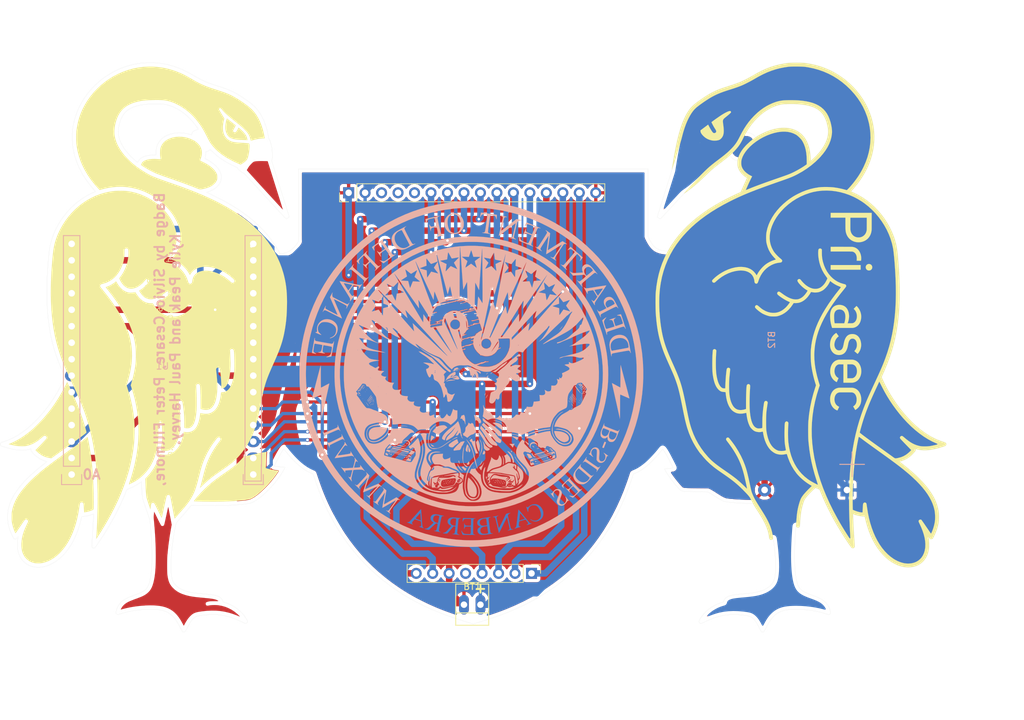
<source format=kicad_pcb>
(kicad_pcb (version 4) (host pcbnew 4.0.4+e1-6308~48~ubuntu16.04.1-stable)
  (layers (0 F.Cu signal) (31 B.Cu signal) (34 B.Paste user hide) (35 F.Paste user hide) (36 B.SilkS user) (37 F.SilkS user hide) (38 B.Mask user) (39 F.Mask user) (44 Edge.Cuts user))
  (net 0 "")
  (net 1 GND)
  (net 2 +3V3)
  (net 3 LCD_BACKLIGHT)
  (net 4 HCS)
  (net 5 HMOSI)
  (net 6 HMISO)
  (net 7 HSCLK)
  (net 8 RFID_SS_PIN)
  (net 9 LCD_DC_SELECT)
  (net 10 LCD_RESET)
  (net 11 ADC0)
  (net 12 VUSB)
  (net 13 RFID_RST_PIN)
  (net 14 SD_CS)
  (net 15 MOSI)
  (net 16 CS)
  (net 17 MISO)
  (net 18 SCLK)
  (net 19 EN)
  (net 20 RST)
  (net 21 "Net-(U2-Pad3)")
  (net 22 "Net-(U2-Pad5)")
  (net 23 "Net-(U3-Pad5)")
  (net 24 TXD0)
  (net 25 "Net-(U1-Pad4)")
  (net 26 "Net-(U1-Pad5)")
  (net 27 "Net-(U2-Pad4)")
  (module Connect:PINHEAD1-2 (layer F.Cu) (at 152.654 141.478 180)
    (fp_text reference BT1 (at 0 2.794 180) (layer F.SilkS))
    (fp_text value Battery)
    (pad 1 thru_hole oval (at -1.27 0 180) (size 1.50622 3.01498) (drill 0.99822) (layers *.Cu *.Mask) (net 12 VUSB))
    (pad 2 thru_hole oval (at 1.27 0 180) (size 1.50622 3.01498) (drill 0.99822) (layers *.Cu *.Mask) (net 1 GND))
  )
  (module bsidesbadge:NodeMCU_ThroughHole (layer B.Cu) (at 104.902 121.412)
    (fp_text reference U1 (at 0 -16.7) (layer B.SilkS) (effects (justify mirror)))
    (fp_text value NODEMCU_PART)
    (pad 16 thru_hole oval (at 14 -35.56) (size 2.032 1.7272) (drill 1.016) (layers *.Cu *.Mask) (net 2 +3V3))
    (pad 17 thru_hole oval (at 14 -33.02) (size 2.032 1.7272) (drill 1.016) (layers *.Cu *.Mask) (net 1 GND))
    (pad 18 thru_hole oval (at 14 -30.48) (size 2.032 1.7272) (drill 1.016) (layers *.Cu *.Mask) (net 24 TXD0))
    (pad 19 thru_hole oval (at 14 -27.94) (size 2.032 1.7272) (drill 1.016) (layers *.Cu *.Mask) (net 14 SD_CS))
    (pad 20 thru_hole oval (at 14 -25.4) (size 2.032 1.7272) (drill 1.016) (layers *.Cu *.Mask) (net 4 HCS))
    (pad 21 thru_hole oval (at 14 -22.86) (size 2.032 1.7272) (drill 1.016) (layers *.Cu *.Mask) (net 5 HMOSI))
    (pad 22 thru_hole oval (at 14 -20.32) (size 2.032 1.7272) (drill 1.016) (layers *.Cu *.Mask) (net 6 HMISO))
    (pad 23 thru_hole oval (at 14 -17.78) (size 2.032 1.7272) (drill 1.016) (layers *.Cu *.Mask) (net 7 HSCLK))
    (pad 24 thru_hole oval (at 14 -15.24) (size 2.032 1.7272) (drill 1.016) (layers *.Cu *.Mask) (net 1 GND))
    (pad 25 thru_hole oval (at 14 -12.7) (size 2.032 1.7272) (drill 1.016) (layers *.Cu *.Mask) (net 2 +3V3))
    (pad 26 thru_hole oval (at 14 -10.16) (size 2.032 1.7272) (drill 1.016) (layers *.Cu *.Mask) (net 13 RFID_RST_PIN))
    (pad 27 thru_hole oval (at 14 -7.62) (size 2.032 1.7272) (drill 1.016) (layers *.Cu *.Mask) (net 8 RFID_SS_PIN))
    (pad 28 thru_hole oval (at 14 -5.08) (size 2.032 1.7272) (drill 1.016) (layers *.Cu *.Mask) (net 9 LCD_DC_SELECT))
    (pad 29 thru_hole oval (at 14 -2.54) (size 2.032 1.7272) (drill 1.016) (layers *.Cu *.Mask) (net 3 LCD_BACKLIGHT))
    (pad 30 thru_hole oval (at 14 0) (size 2.032 1.7272) (drill 1.016) (layers *.Cu *.Mask) (net 10 LCD_RESET))
    (pad 1 thru_hole rect (at -14 0) (size 2.032 1.7272) (drill 1.016) (layers *.Cu *.Mask) (net 11 ADC0))
    (pad 2 thru_hole oval (at -14 -2.54) (size 2.032 1.7272) (drill 1.016) (layers *.Cu *.Mask) (net 1 GND))
    (pad 3 thru_hole oval (at -14 -5.08) (size 2.032 1.7272) (drill 1.016) (layers *.Cu *.Mask) (net 12 VUSB))
    (pad 4 thru_hole oval (at -14 -7.62) (size 2.032 1.7272) (drill 1.016) (layers *.Cu *.Mask) (net 25 "Net-(U1-Pad4)"))
    (pad 5 thru_hole oval (at -14 -10.16) (size 2.032 1.7272) (drill 1.016) (layers *.Cu *.Mask) (net 26 "Net-(U1-Pad5)"))
    (pad 6 thru_hole oval (at -14 -12.7) (size 2.032 1.7272) (drill 1.016) (layers *.Cu *.Mask) (net 15 MOSI))
    (pad 7 thru_hole oval (at -14 -15.24) (size 2.032 1.7272) (drill 1.016) (layers *.Cu *.Mask) (net 16 CS))
    (pad 8 thru_hole oval (at -14 -17.78) (size 2.032 1.7272) (drill 1.016) (layers *.Cu *.Mask) (net 17 MISO))
    (pad 9 thru_hole oval (at -14 -20.32) (size 2.032 1.7272) (drill 1.016) (layers *.Cu *.Mask) (net 18 SCLK))
    (pad 10 thru_hole oval (at -14 -22.86) (size 2.032 1.7272) (drill 1.016) (layers *.Cu *.Mask) (net 1 GND))
    (pad 11 thru_hole oval (at -14 -25.4) (size 2.032 1.7272) (drill 1.016) (layers *.Cu *.Mask) (net 2 +3V3))
    (pad 12 thru_hole oval (at -14 -27.94) (size 2.032 1.7272) (drill 1.016) (layers *.Cu *.Mask) (net 19 EN))
    (pad 13 thru_hole oval (at -14 -30.48) (size 2.032 1.7272) (drill 1.016) (layers *.Cu *.Mask) (net 20 RST))
    (pad 14 thru_hole oval (at -14 -33.02) (size 2.032 1.7272) (drill 1.016) (layers *.Cu *.Mask) (net 1 GND))
    (pad 15 thru_hole oval (at -14 -35.56) (size 2.032 1.7272) (drill 1.016) (layers *.Cu *.Mask) (net 12 VUSB))
  )
  (module Pin_Headers:Pin_Header_Straight_1x16_Pitch2.54mm (layer F.Cu) (at 133.604 77.978 90)
    (fp_text reference U2 hide)
    (fp_text value LCD_Display_Module_KMR18)
    (pad 1 thru_hole rect (at 0 0 90) (size 1.7 1.7) (drill 1) (layers *.Cu *.Mask) (net 1 GND))
    (pad 2 thru_hole oval (at 0 2.54 90) (size 1.7 1.7) (drill 1) (layers *.Cu *.Mask) (net 12 VUSB))
    (pad 3 thru_hole oval (at 0 5.08 90) (size 1.7 1.7) (drill 1) (layers *.Cu *.Mask) (net 21 "Net-(U2-Pad3)"))
    (pad 4 thru_hole oval (at 0 7.62 90) (size 1.7 1.7) (drill 1) (layers *.Cu *.Mask) (net 27 "Net-(U2-Pad4)"))
    (pad 5 thru_hole oval (at 0 10.16 90) (size 1.7 1.7) (drill 1) (layers *.Cu *.Mask) (net 22 "Net-(U2-Pad5)"))
    (pad 6 thru_hole oval (at 0 12.7 90) (size 1.7 1.7) (drill 1) (layers *.Cu *.Mask) (net 10 LCD_RESET))
    (pad 7 thru_hole oval (at 0 15.24 90) (size 1.7 1.7) (drill 1) (layers *.Cu *.Mask) (net 9 LCD_DC_SELECT))
    (pad 8 thru_hole oval (at 0 17.78 90) (size 1.7 1.7) (drill 1) (layers *.Cu *.Mask) (net 5 HMOSI))
    (pad 9 thru_hole oval (at 0 20.32 90) (size 1.7 1.7) (drill 1) (layers *.Cu *.Mask) (net 7 HSCLK))
    (pad 10 thru_hole oval (at 0 22.86 90) (size 1.7 1.7) (drill 1) (layers *.Cu *.Mask) (net 4 HCS))
    (pad 11 thru_hole oval (at 0 25.4 90) (size 1.7 1.7) (drill 1) (layers *.Cu *.Mask) (net 7 HSCLK))
    (pad 12 thru_hole oval (at 0 27.94 90) (size 1.7 1.7) (drill 1) (layers *.Cu *.Mask) (net 6 HMISO))
    (pad 13 thru_hole oval (at 0 30.48 90) (size 1.7 1.7) (drill 1) (layers *.Cu *.Mask) (net 5 HMOSI))
    (pad 14 thru_hole oval (at 0 33.02 90) (size 1.7 1.7) (drill 1) (layers *.Cu *.Mask) (net 14 SD_CS))
    (pad 15 thru_hole oval (at 0 35.56 90) (size 1.7 1.7) (drill 1) (layers *.Cu *.Mask) (net 3 LCD_BACKLIGHT))
    (pad 16 thru_hole oval (at 0 38.1 90) (size 1.7 1.7) (drill 1) (layers *.Cu *.Mask) (net 1 GND))
  )
  (module Pin_Headers:Pin_Header_Straight_1x08_Pitch2.54mm (layer F.Cu) (at 161.798 136.652 270)
    (fp_text reference U3 hide)
    (fp_text value RFID_READER)
    (pad 1 thru_hole rect (at 0 0 270) (size 1.7 1.7) (drill 1) (layers *.Cu *.Mask) (net 8 RFID_SS_PIN))
    (pad 2 thru_hole oval (at 0 2.54 270) (size 1.7 1.7) (drill 1) (layers *.Cu *.Mask) (net 7 HSCLK))
    (pad 3 thru_hole oval (at 0 5.08 270) (size 1.7 1.7) (drill 1) (layers *.Cu *.Mask) (net 5 HMOSI))
    (pad 4 thru_hole oval (at 0 7.62 270) (size 1.7 1.7) (drill 1) (layers *.Cu *.Mask) (net 6 HMISO))
    (pad 5 thru_hole oval (at 0 10.16 270) (size 1.7 1.7) (drill 1) (layers *.Cu *.Mask) (net 23 "Net-(U3-Pad5)"))
    (pad 6 thru_hole oval (at 0 12.7 270) (size 1.7 1.7) (drill 1) (layers *.Cu *.Mask) (net 1 GND))
    (pad 7 thru_hole oval (at 0 15.24 270) (size 1.7 1.7) (drill 1) (layers *.Cu *.Mask) (net 13 RFID_RST_PIN))
    (pad 8 thru_hole oval (at 0 17.78 270) (size 1.7 1.7) (drill 1) (layers *.Cu *.Mask) (net 2 +3V3))
  )
  (module bsidesbadge:Swans (layer F.Cu) (at 152.781 100.457)
    (fp_text reference "" (at 0 0) (layer F.SilkS))
    (fp_text value "" (at 0 0) (layer F.SilkS))
    (fp_poly (pts (xy 50.127493 -42.552093) (xy 50.395839 -42.548829) (xy 50.644816 -42.543379) (xy 50.864707 -42.535742) (xy 51.045798 -42.525919) (xy 51.178373 -42.513909) (xy 51.179541 -42.513763) (xy 52.034958 -42.379371) (xy 52.862394 -42.194429) (xy 53.664548 -41.958069) (xy 54.444117 -41.669422) (xy 55.2038 -41.327621) (xy 55.748232 -41.043561) (xy 55.943558 -40.93054) (xy 56.171672 -40.790284) (xy 56.419388 -40.631558) (xy 56.673521 -40.463127) (xy 56.920886 -40.293756) (xy 57.148297 -40.132209) (xy 57.342568 -39.987251) (xy 57.373384 -39.963296) (xy 58.011033 -39.428651) (xy 58.606365 -38.857732) (xy 59.157788 -38.253041) (xy 59.663713 -37.617083) (xy 60.122549 -36.952361) (xy 60.532706 -36.261381) (xy 60.892592 -35.546645) (xy 61.200618 -34.810657) (xy 61.455192 -34.055923) (xy 61.654725 -33.284945) (xy 61.674919 -33.191335) (xy 61.784802 -32.560615) (xy 61.856172 -31.900106) (xy 61.888634 -31.224252) (xy 61.881793 -30.547498) (xy 61.835254 -29.884286) (xy 61.777809 -29.428966) (xy 61.629447 -28.644016) (xy 61.423784 -27.868809) (xy 61.161226 -27.104176) (xy 60.842176 -26.350948) (xy 60.467042 -25.609953) (xy 60.036228 -24.882023) (xy 59.55014 -24.167986) (xy 59.009182 -23.468674) (xy 58.675794 -23.076237) (xy 58.570318 -22.954623) (xy 58.480033 -22.847723) (xy 58.411383 -22.763395) (xy 58.37081 -22.709497) (xy 58.362545 -22.69429) (xy 58.388127 -22.673829) (xy 58.456792 -22.636712) (xy 58.557617 -22.588483) (xy 58.661798 -22.542317) (xy 59.067507 -22.354126) (xy 59.494338 -22.129945) (xy 59.926345 -21.878902) (xy 60.34758 -21.610121) (xy 60.620399 -21.421397) (xy 61.241875 -20.94233) (xy 61.831604 -20.419581) (xy 62.387013 -19.857113) (xy 62.905529 -19.258889) (xy 63.384578 -18.628872) (xy 63.821587 -17.971028) (xy 64.213982 -17.289317) (xy 64.559189 -16.587705) (xy 64.854636 -15.870155) (xy 65.097749 -15.140629) (xy 65.285954 -14.403091) (xy 65.335356 -14.159771) (xy 65.365198 -13.997413) (xy 65.391053 -13.843043) (xy 65.414281 -13.685966) (xy 65.436241 -13.515484) (xy 65.458295 -13.320902) (xy 65.481802 -13.091522) (xy 65.508123 -12.816649) (xy 65.513554 -12.758391) (xy 65.622698 -11.46996) (xy 65.705858 -10.231097) (xy 65.762985 -9.039057) (xy 65.794027 -7.891092) (xy 65.798932 -6.784453) (xy 65.777649 -5.716394) (xy 65.730127 -4.684168) (xy 65.656315 -3.685027) (xy 65.55616 -2.716223) (xy 65.429613 -1.775009) (xy 65.293043 -0.948851) (xy 65.103151 -0.005853) (xy 64.872949 0.938111) (xy 64.60074 1.888359) (xy 64.284824 2.850208) (xy 63.923504 3.828974) (xy 63.515081 4.829976) (xy 63.263126 5.406776) (xy 63.027387 5.934367) (xy 63.108405 6.127586) (xy 63.188164 6.310067) (xy 63.289696 6.530442) (xy 63.406555 6.775485) (xy 63.532298 7.03197) (xy 63.660478 7.286671) (xy 63.784649 7.526362) (xy 63.848677 7.64659) (xy 64.319488 8.477174) (xy 64.824626 9.286635) (xy 65.360405 10.07051) (xy 65.923137 10.824339) (xy 66.509136 11.54366) (xy 67.114714 12.224014) (xy 67.736184 12.860939) (xy 68.36986 13.449973) (xy 69.012055 13.986656) (xy 69.224405 14.150895) (xy 69.790471 14.554838) (xy 70.371839 14.921287) (xy 70.961338 15.246492) (xy 71.551797 15.526706) (xy 72.136045 15.758179) (xy 72.565173 15.897347) (xy 72.740613 15.957237) (xy 72.864111 16.021735) (xy 72.942107 16.096416) (xy 72.981042 16.186854) (xy 72.988506 16.263749) (xy 72.985333 16.350188) (xy 72.971483 16.42023) (xy 72.940462 16.478544) (xy 72.885776 16.529799) (xy 72.800931 16.578663) (xy 72.679432 16.629806) (xy 72.514786 16.687897) (xy 72.302414 16.756991) (xy 71.695566 16.934682) (xy 71.113214 17.072556) (xy 70.558033 17.170339) (xy 70.032698 17.227757) (xy 69.539883 17.244536) (xy 69.082261 17.220403) (xy 68.662507 17.155083) (xy 68.58545 17.137561) (xy 68.445401 17.104528) (xy 68.352498 17.08665) (xy 68.297066 17.085628) (xy 68.26943 17.103162) (xy 68.259915 17.140955) (xy 68.258851 17.194983) (xy 68.254384 17.251651) (xy 68.23661 17.306669) (xy 68.198967 17.371473) (xy 68.134897 17.4575) (xy 68.045302 17.567225) (xy 67.70347 17.936359) (xy 67.334491 18.255637) (xy 66.940259 18.523746) (xy 66.522668 18.739373) (xy 66.149546 18.880802) (xy 66.037705 18.919663) (xy 65.950731 18.955826) (xy 65.901056 18.983824) (xy 65.894087 18.993166) (xy 65.916062 19.019881) (xy 65.97731 19.076088) (xy 66.070754 19.155765) (xy 66.189317 19.25289) (xy 66.325919 19.361443) (xy 66.339253 19.371878) (xy 67.074056 19.961771) (xy 67.752857 20.539457) (xy 68.376499 21.106065) (xy 68.945829 21.662721) (xy 69.461691 22.210555) (xy 69.92493 22.750695) (xy 70.336391 23.284268) (xy 70.69692 23.812404) (xy 71.00736 24.336229) (xy 71.268557 24.856873) (xy 71.481356 25.375463) (xy 71.646603 25.893128) (xy 71.765141 26.410995) (xy 71.807541 26.673097) (xy 71.830657 26.901253) (xy 71.843676 27.169443) (xy 71.846953 27.46166) (xy 71.840843 27.761898) (xy 71.825698 28.054151) (xy 71.801873 28.322413) (xy 71.769722 28.550679) (xy 71.765492 28.57372) (xy 71.657334 29.039937) (xy 71.507686 29.523254) (xy 71.322488 30.006717) (xy 71.107683 30.473371) (xy 71.082284 30.523374) (xy 70.998438 30.682614) (xy 70.930945 30.796312) (xy 70.87187 30.872027) (xy 70.813278 30.917316) (xy 70.747232 30.939737) (xy 70.665797 30.946848) (xy 70.637358 30.947126) (xy 70.535884 30.942907) (xy 70.468437 30.924608) (xy 70.410923 30.883763) (xy 70.384314 30.85823) (xy 70.327441 30.807072) (xy 70.288708 30.78273) (xy 70.281623 30.783128) (xy 70.27932 30.816179) (xy 70.284516 30.893528) (xy 70.296123 31.001716) (xy 70.30479 31.069093) (xy 70.324417 31.267052) (xy 70.336069 31.50115) (xy 70.33989 31.754462) (xy 70.336023 32.010062) (xy 70.324613 32.251024) (xy 70.305805 32.460424) (xy 70.292122 32.557426) (xy 70.191762 33.004707) (xy 70.04655 33.419429) (xy 69.85784 33.79923) (xy 69.626984 34.141749) (xy 69.355337 34.444624) (xy 69.073729 34.683871) (xy 68.727917 34.90506) (xy 68.353482 35.077519) (xy 67.954421 35.200943) (xy 67.534732 35.27503) (xy 67.098414 35.299477) (xy 66.649465 35.273981) (xy 66.191883 35.198239) (xy 65.729666 35.071949) (xy 65.423243 34.960454) (xy 64.928125 34.731566) (xy 64.445585 34.447678) (xy 63.977867 34.11126) (xy 63.527217 33.724782) (xy 63.095879 33.290713) (xy 62.686099 32.811523) (xy 62.30012 32.289682) (xy 61.940187 31.72766) (xy 61.608546 31.127925) (xy 61.307442 30.492947) (xy 61.257813 30.377816) (xy 61.114141 30.028062) (xy 60.982488 29.681838) (xy 60.859799 29.329372) (xy 60.743018 28.960889) (xy 60.62909 28.566617) (xy 60.514959 28.136782) (xy 60.397571 27.661613) (xy 60.362448 27.513792) (xy 60.350819 27.48565) (xy 60.324423 27.466315) (xy 60.272312 27.452953) (xy 60.183539 27.44273) (xy 60.050439 27.433027) (xy 59.665349 27.389146) (xy 59.2705 27.310105) (xy 58.919343 27.209567) (xy 58.804623 27.171723) (xy 58.711759 27.142193) (xy 58.653934 27.125116) (xy 58.641958 27.122528) (xy 58.632802 27.150936) (xy 58.627596 27.233304) (xy 58.626145 27.365347) (xy 58.628254 27.542782) (xy 58.633729 27.761326) (xy 58.642374 28.016694) (xy 58.653994 28.304603) (xy 58.668395 28.620768) (xy 58.685381 28.960907) (xy 58.704758 29.320735) (xy 58.72633 29.695968) (xy 58.749903 30.082323) (xy 58.775281 30.475516) (xy 58.80227 30.871263) (xy 58.830234 31.259349) (xy 58.845141 31.472283) (xy 58.857276 31.669177) (xy 58.866251 31.841608) (xy 58.871678 31.981153) (xy 58.873169 32.079388) (xy 58.870334 32.12789) (xy 58.870307 32.127998) (xy 58.817789 32.226745) (xy 58.72486 32.302514) (xy 58.608427 32.343485) (xy 58.556439 32.347471) (xy 58.46169 32.33804) (xy 58.381507 32.316021) (xy 58.368899 32.309944) (xy 58.318408 32.265321) (xy 58.241042 32.174362) (xy 58.1394 32.041137) (xy 58.016084 31.869717) (xy 57.873692 31.66417) (xy 57.714825 31.428567) (xy 57.542083 31.166978) (xy 57.358066 30.883471) (xy 57.165375 30.582117) (xy 56.96661 30.266986) (xy 56.76437 29.942147) (xy 56.561255 29.61167) (xy 56.359867 29.279625) (xy 56.162805 28.950081) (xy 55.972669 28.627108) (xy 55.792059 28.314777) (xy 55.623576 28.017156) (xy 55.604948 27.983793) (xy 55.046026 26.941575) (xy 54.50893 25.858768) (xy 53.991094 24.729998) (xy 53.495823 23.564244) (xy 53.383793 23.290442) (xy 53.091839 23.17758) (xy 52.972106 23.131557) (xy 52.874544 23.094552) (xy 52.810696 23.070912) (xy 52.791668 23.064543) (xy 52.76228 23.084137) (xy 52.698927 23.138934) (xy 52.608383 23.222308) (xy 52.497422 23.32763) (xy 52.372817 23.448274) (xy 52.241344 23.577612) (xy 52.109776 23.709017) (xy 51.984887 23.835862) (xy 51.873452 23.95152) (xy 51.782243 24.049363) (xy 51.761473 24.072417) (xy 51.573821 24.28603) (xy 51.421759 24.468136) (xy 51.299316 24.628242) (xy 51.200522 24.775858) (xy 51.119408 24.920492) (xy 51.050004 25.071654) (xy 50.986341 25.238853) (xy 50.937188 25.385402) (xy 50.824437 25.75881) (xy 50.728957 26.128604) (xy 50.649078 26.504863) (xy 50.583131 26.897668) (xy 50.529447 27.317097) (xy 50.486358 27.77323) (xy 50.452193 28.276148) (xy 50.448942 28.334138) (xy 50.437497 28.518193) (xy 50.424538 28.68686) (xy 50.411061 28.829707) (xy 50.398064 28.936305) (xy 50.386543 28.996223) (xy 50.385335 28.99971) (xy 50.336052 29.073023) (xy 50.271821 29.12379) (xy 50.169201 29.156656) (xy 50.054351 29.164078) (xy 49.952254 29.146086) (xy 49.907822 29.123342) (xy 49.856505 29.089348) (xy 49.826746 29.091146) (xy 49.809342 29.13655) (xy 49.79713 29.217298) (xy 49.788414 29.301867) (xy 49.777126 29.436811) (xy 49.763767 29.614199) (xy 49.748836 29.826095) (xy 49.732837 30.064567) (xy 49.71627 30.321681) (xy 49.699636 30.589503) (xy 49.683437 30.860099) (xy 49.668173 31.125537) (xy 49.654346 31.377882) (xy 49.642458 31.609202) (xy 49.633009 31.811561) (xy 49.632532 31.822577) (xy 49.622441 32.103618) (xy 49.614551 32.420394) (xy 49.608861 32.762675) (xy 49.605372 33.120231) (xy 49.604081 33.482831) (xy 49.604989 33.840243) (xy 49.608094 34.182238) (xy 49.613397 34.498584) (xy 49.620896 34.779052) (xy 49.630591 35.01341) (xy 49.632753 35.05314) (xy 49.673766 35.635916) (xy 49.727471 36.172123) (xy 49.793551 36.66018) (xy 49.871688 37.09851) (xy 49.961568 37.485534) (xy 50.062873 37.819672) (xy 50.175286 38.099346) (xy 50.283472 38.299665) (xy 50.401792 38.467801) (xy 50.537881 38.621658) (xy 50.697069 38.764559) (xy 50.884686 38.899825) (xy 51.106059 39.030779) (xy 51.366518 39.160742) (xy 51.671393 39.293035) (xy 52.026012 39.43098) (xy 52.20138 39.495116) (xy 52.470192 39.592395) (xy 52.692653 39.674373) (xy 52.877654 39.744649) (xy 53.03409 39.806824) (xy 53.170855 39.8645) (xy 53.296842 39.921278) (xy 53.420946 39.980757) (xy 53.507532 40.023944) (xy 53.887915 40.242088) (xy 54.216979 40.487077) (xy 54.496038 40.760469) (xy 54.726403 41.063819) (xy 54.909385 41.398681) (xy 55.046297 41.766612) (xy 55.07978 41.888376) (xy 55.119832 42.056993) (xy 55.141841 42.182484) (xy 55.146406 42.27706) (xy 55.134129 42.352927) (xy 55.10602 42.421503) (xy 55.04597 42.502296) (xy 54.962561 42.550414) (xy 54.850047 42.566201) (xy 54.702684 42.549999) (xy 54.514723 42.502151) (xy 54.395956 42.463831) (xy 53.828944 42.290176) (xy 53.217539 42.13868) (xy 52.571985 42.010911) (xy 51.902526 41.908437) (xy 51.219409 41.832826) (xy 50.532878 41.785645) (xy 49.853179 41.768461) (xy 49.85115 41.768456) (xy 49.332686 41.776143) (xy 48.864918 41.802756) (xy 48.442808 41.849812) (xy 48.061316 41.918825) (xy 47.715404 42.011312) (xy 47.400033 42.128789) (xy 47.110164 42.272771) (xy 46.840758 42.444775) (xy 46.586778 42.646317) (xy 46.42087 42.800459) (xy 46.274054 42.950142) (xy 46.139523 43.099746) (xy 46.012632 43.256238) (xy 45.888739 43.426583) (xy 45.763201 43.617747) (xy 45.631373 43.836694) (xy 45.488614 44.09039) (xy 45.330279 44.3858) (xy 45.209495 44.617643) (xy 45.118873 44.789105) (xy 45.033367 44.943408) (xy 44.95794 45.072132) (xy 44.897554 45.16686) (xy 44.857172 45.219175) (xy 44.852398 45.223447) (xy 44.761299 45.266371) (xy 44.64659 45.282888) (xy 44.53265 45.272554) (xy 44.443858 45.234925) (xy 44.438876 45.230977) (xy 44.408272 45.190533) (xy 44.356906 45.105874) (xy 44.289409 44.985364) (xy 44.210412 44.837368) (xy 44.124545 44.670251) (xy 44.08735 44.595977) (xy 43.889981 44.214464) (xy 43.702281 43.886156) (xy 43.520667 43.607391) (xy 43.341558 43.374504) (xy 43.161372 43.183834) (xy 42.976528 43.031718) (xy 42.783443 42.914493) (xy 42.578535 42.828497) (xy 42.358224 42.770066) (xy 42.289541 42.757521) (xy 41.543683 42.652328) (xy 40.832894 42.590462) (xy 40.152884 42.572121) (xy 39.499361 42.597504) (xy 38.868034 42.666807) (xy 38.254611 42.780227) (xy 37.654802 42.937963) (xy 37.53069 42.976571) (xy 37.248647 43.070264) (xy 36.974213 43.16943) (xy 36.69601 43.278733) (xy 36.402658 43.402838) (xy 36.082781 43.54641) (xy 35.724998 43.714114) (xy 35.683771 43.733789) (xy 35.503326 43.819186) (xy 35.366708 43.881308) (xy 35.265621 43.923196) (xy 35.191767 43.947886) (xy 35.136846 43.958418) (xy 35.092562 43.95783) (xy 35.078082 43.955568) (xy 34.946379 43.906607) (xy 34.857204 43.817861) (xy 34.811839 43.690689) (xy 34.809167 43.670885) (xy 34.805079 43.60288) (xy 34.812887 43.53986) (xy 34.837195 43.467064) (xy 34.882608 43.369731) (xy 34.934263 43.269902) (xy 35.11769 42.963667) (xy 35.346615 42.649463) (xy 35.611305 42.338265) (xy 35.902028 42.041052) (xy 36.20905 41.768801) (xy 36.392069 41.625683) (xy 36.783029 41.358614) (xy 37.19687 41.118871) (xy 37.619933 40.913341) (xy 38.03856 40.748909) (xy 38.282586 40.672656) (xy 38.579601 40.589572) (xy 38.613939 40.454969) (xy 38.699716 40.233719) (xy 38.837248 40.039416) (xy 39.026456 39.872122) (xy 39.267262 39.731902) (xy 39.559586 39.618817) (xy 39.713898 39.575276) (xy 39.8479 39.543341) (xy 39.989241 39.514199) (xy 40.14455 39.486983) (xy 40.320456 39.460826) (xy 40.523589 39.43486) (xy 40.760578 39.408219) (xy 41.038052 39.380037) (xy 41.362641 39.349446) (xy 41.614264 39.326771) (xy 42.062354 39.285242) (xy 42.458493 39.244557) (xy 42.80909 39.203641) (xy 43.120553 39.161422) (xy 43.39929 39.116826) (xy 43.651711 39.068782) (xy 43.884223 39.016215) (xy 44.103235 38.958052) (xy 44.315156 38.893221) (xy 44.426666 38.855832) (xy 44.856336 38.68476) (xy 45.241215 38.483773) (xy 45.579305 38.254267) (xy 45.86861 37.997636) (xy 46.107135 37.715276) (xy 46.152899 37.649392) (xy 46.283137 37.411815) (xy 46.392004 37.120445) (xy 46.479504 36.77522) (xy 46.545641 36.376079) (xy 46.59042 35.922961) (xy 46.613844 35.415807) (xy 46.615917 34.854554) (xy 46.596643 34.239142) (xy 46.556027 33.56951) (xy 46.494072 32.845598) (xy 46.478675 32.689893) (xy 46.46311 32.542522) (xy 46.44359 32.368066) (xy 46.421161 32.174874) (xy 46.396868 31.971295) (xy 46.371754 31.76568) (xy 46.346867 31.566378) (xy 46.323249 31.38174) (xy 46.301947 31.220116) (xy 46.284006 31.089854) (xy 46.270469 30.999305) (xy 46.262382 30.95682) (xy 46.261545 30.954866) (xy 46.235083 30.962833) (xy 46.17455 30.990912) (xy 46.141342 31.007799) (xy 46.002288 31.053519) (xy 45.869977 31.046778) (xy 45.754693 30.988921) (xy 45.715935 30.952087) (xy 45.665355 30.878413) (xy 45.634229 30.784065) (xy 45.618373 30.680226) (xy 45.566407 30.313711) (xy 45.490678 29.949587) (xy 45.388989 29.582625) (xy 45.259141 29.207597) (xy 45.098939 28.819275) (xy 44.906184 28.412431) (xy 44.67868 27.981836) (xy 44.41423 27.522262) (xy 44.110636 27.028481) (xy 44.031232 26.903563) (xy 43.9074 26.70936) (xy 43.771936 26.496034) (xy 43.636058 26.281306) (xy 43.51098 26.082896) (xy 43.421411 25.940115) (xy 43.33127 25.796743) (xy 43.250779 25.670208) (xy 43.185425 25.569022) (xy 43.140698 25.501695) (xy 43.12299 25.477436) (xy 43.088789 25.470626) (xy 43.003381 25.462935) (xy 42.873934 25.45474) (xy 42.707618 25.446418) (xy 42.511604 25.438345) (xy 42.293059 25.430899) (xy 42.168449 25.427278) (xy 41.744882 25.4135) (xy 41.322274 25.395557) (xy 40.907693 25.373965) (xy 40.508207 25.349242) (xy 40.130886 25.321904) (xy 39.782798 25.29247) (xy 39.47101 25.261456) (xy 39.202593 25.229378) (xy 38.984615 25.196755) (xy 38.961265 25.192665) (xy 38.816026 25.160681) (xy 38.665141 25.114394) (xy 38.503102 25.050985) (xy 38.324402 24.967632) (xy 38.123535 24.861517) (xy 37.894991 24.729819) (xy 37.633265 24.569719) (xy 37.332848 24.378397) (xy 37.191255 24.286384) (xy 37.009206 24.169018) (xy 36.827998 24.054938) (xy 36.658269 23.950641) (xy 36.510661 23.862622) (xy 36.395811 23.797376) (xy 36.355056 23.775859) (xy 36.113675 23.653776) (xy 34.413562 23.638821) (xy 33.997322 23.634998) (xy 33.634949 23.630871) (xy 33.321922 23.625715) (xy 33.053717 23.618808) (xy 32.825814 23.609426) (xy 32.63369 23.596845) (xy 32.472823 23.580343) (xy 32.338691 23.559196) (xy 32.226772 23.532681) (xy 32.132544 23.500074) (xy 32.051485 23.460652) (xy 31.979073 23.413692) (xy 31.910786 23.35847) (xy 31.842101 23.294262) (xy 31.768497 23.220347) (xy 31.763097 23.214844) (xy 31.560934 22.999537) (xy 31.33577 22.743356) (xy 31.094868 22.455361) (xy 30.845494 22.144612) (xy 30.594911 21.820169) (xy 30.350383 21.491093) (xy 30.119176 21.166443) (xy 30.109192 21.152069) (xy 30.002592 20.99554) (xy 29.89348 20.830217) (xy 29.786728 20.664032) (xy 29.687208 20.504914) (xy 29.599793 20.360793) (xy 29.529356 20.2396) (xy 29.480768 20.149265) (xy 29.458902 20.097718) (xy 29.458161 20.092481) (xy 29.469924 20.072432) (xy 29.509768 20.056197) (xy 29.584529 20.042707) (xy 29.701042 20.030891) (xy 29.866141 20.019677) (xy 29.954483 20.014736) (xy 30.131517 20.003187) (xy 30.306127 19.988097) (xy 30.467879 19.970753) (xy 30.606335 19.952441) (xy 30.711062 19.934449) (xy 30.771624 19.918062) (xy 30.780516 19.912888) (xy 30.772493 19.88345) (xy 30.740608 19.808875) (xy 30.688158 19.695715) (xy 30.618442 19.550522) (xy 30.53476 19.379847) (xy 30.440409 19.190243) (xy 30.338688 18.988261) (xy 30.232895 18.780454) (xy 30.12633 18.573372) (xy 30.022291 18.373569) (xy 29.924076 18.187596) (xy 29.834985 18.022004) (xy 29.762177 17.890204) (xy 29.673863 17.737753) (xy 29.580904 17.585106) (xy 29.488849 17.440549) (xy 29.403246 17.312362) (xy 29.329645 17.208831) (xy 29.273594 17.138238) (xy 29.240644 17.108866) (xy 29.238506 17.108505) (xy 29.204802 17.13057) (xy 29.151891 17.187663) (xy 29.106066 17.247183) (xy 28.966038 17.43224) (xy 28.78984 17.64824) (xy 28.584898 17.887281) (xy 28.358638 18.141463) (xy 28.118486 18.402885) (xy 27.871868 18.663646) (xy 27.626211 18.915845) (xy 27.388941 19.151582) (xy 27.167484 19.362955) (xy 26.969266 19.542063) (xy 26.869514 19.626699) (xy 26.486427 19.930305) (xy 26.127686 20.18954) (xy 25.785917 20.409061) (xy 25.453749 20.593521) (xy 25.123809 20.747578) (xy 25.038527 20.782805) (xy 24.752292 20.897992) (xy 24.481578 21.711122) (xy 23.993616 23.09365) (xy 23.463698 24.435979) (xy 22.891887 25.738007) (xy 22.278243 26.999634) (xy 21.622828 28.220757) (xy 20.925705 29.401276) (xy 20.186934 30.541088) (xy 19.406578 31.640092) (xy 18.584697 32.698187) (xy 17.721355 33.715272) (xy 16.816612 34.691244) (xy 16.239898 35.270775) (xy 15.28172 36.169239) (xy 14.287648 37.025066) (xy 13.256707 37.838853) (xy 12.187926 38.611196) (xy 11.08033 39.342691) (xy 9.932948 40.033936) (xy 8.744806 40.685527) (xy 7.514931 41.29806) (xy 6.24235 41.872133) (xy 4.92609 42.408341) (xy 4.087357 42.722141) (xy 3.911712 42.784595) (xy 3.701558 42.857455) (xy 3.46227 42.938991) (xy 3.199224 43.02747) (xy 2.917797 43.121163) (xy 2.623364 43.218338) (xy 2.321302 43.317264) (xy 2.016986 43.41621) (xy 1.715794 43.513444) (xy 1.423101 43.607236) (xy 1.144284 43.695855) (xy 0.884718 43.77757) (xy 0.64978 43.850649) (xy 0.444845 43.913362) (xy 0.275291 43.963977) (xy 0.146492 44.000763) (xy 0.063827 44.02199) (xy 0.03592 44.026666) (xy -0.00719 44.017867) (xy -0.100574 43.992558) (xy -0.239003 43.952367) (xy -0.417249 43.898926) (xy -0.630084 43.833864) (xy -0.87228 43.758812) (xy -1.138608 43.675401) (xy -1.423841 43.585259) (xy -1.72275 43.490017) (xy -2.030108 43.391307) (xy -2.340686 43.290756) (xy -2.649257 43.189997) (xy -2.685977 43.177945) (xy -3.452598 42.920537) (xy -4.171959 42.666829) (xy -4.854639 42.412541) (xy -5.511221 42.153392) (xy -6.152285 41.885099) (xy -6.788412 41.603382) (xy -7.430185 41.303958) (xy -7.984942 41.033861) (xy -8.731032 40.654948) (xy -9.433466 40.278521) (xy -10.106048 39.896677) (xy -10.762581 39.501516) (xy -11.416868 39.085132) (xy -11.605172 38.961264) (xy -12.715217 38.191692) (xy -13.78402 37.380873) (xy -14.811632 36.528748) (xy -15.798107 35.635258) (xy -16.743497 34.700343) (xy -17.647854 33.723944) (xy -18.511231 32.706001) (xy -19.333679 31.646455) (xy -20.115252 30.545246) (xy -20.856001 29.402316) (xy -21.555979 28.217604) (xy -22.215239 26.991051) (xy -22.304296 26.815977) (xy -22.661619 26.090071) (xy -22.995977 25.370938) (xy -23.312228 24.646874) (xy -23.61523 23.906177) (xy -23.909841 23.137143) (xy -24.20092 22.32807) (xy -24.3631 21.856362) (xy -24.688115 20.896517) (xy -24.871383 20.827621) (xy -25.057003 20.749482) (xy -25.274238 20.644456) (xy -25.50805 20.520765) (xy -25.743398 20.386634) (xy -25.965244 20.250286) (xy -26.135116 20.136575) (xy -26.577626 19.803724) (xy -27.030655 19.421708) (xy -27.487458 18.997145) (xy -27.941294 18.536653) (xy -28.38542 18.046848) (xy -28.813093 17.534348) (xy -28.905211 17.418053) (xy -28.995844 17.304416) (xy -29.074357 17.209535) (xy -29.133525 17.14188) (xy -29.16612 17.109924) (xy -29.169266 17.108505) (xy -29.206273 17.133651) (xy -29.266578 17.205691) (xy -29.346893 17.319531) (xy -29.443933 17.470076) (xy -29.554412 17.652233) (xy -29.675044 17.860908) (xy -29.800124 18.086551) (xy -29.897898 18.268136) (xy -30.000641 18.46188) (xy -30.1049 18.660981) (xy -30.207225 18.858636) (xy -30.304162 19.048044) (xy -30.392261 19.222401) (xy -30.468068 19.374906) (xy -30.528134 19.498757) (xy -30.569005 19.58715) (xy -30.58723 19.633284) (xy -30.587543 19.63828) (xy -30.545698 19.652698) (xy -30.449448 19.669012) (xy -30.302733 19.686803) (xy -30.109495 19.705651) (xy -29.873673 19.725136) (xy -29.599208 19.744839) (xy -29.566377 19.747032) (xy -29.383787 19.760023) (xy -29.221195 19.773277) (xy -29.087541 19.785925) (xy -28.991767 19.797102) (xy -28.942812 19.80594) (xy -28.938694 19.807895) (xy -28.940776 19.844402) (xy -28.970794 19.922904) (xy -29.024801 20.036479) (xy -29.098855 20.178203) (xy -29.189009 20.341153) (xy -29.291318 20.518404) (xy -29.401839 20.703033) (xy -29.516625 20.888116) (xy -29.631732 21.066731) (xy -29.743215 21.231953) (xy -29.779962 21.284367) (xy -30.089127 21.704801) (xy -30.415539 22.119571) (xy -30.755432 22.525222) (xy -31.10504 22.918299) (xy -31.460597 23.295346) (xy -31.818337 23.652909) (xy -32.174493 23.987533) (xy -32.525299 24.295763) (xy -32.86699 24.574143) (xy -33.1958 24.81922) (xy -33.507961 25.027538) (xy -33.799709 25.195641) (xy -34.067277 25.320076) (xy -34.246207 25.381648) (xy -34.438883 25.427908) (xy -34.685003 25.473296) (xy -34.979622 25.517337) (xy -35.317795 25.559556) (xy -35.694576 25.599478) (xy -36.105019 25.636631) (xy -36.544181 25.670538) (xy -37.007114 25.700726) (xy -37.488875 25.72672) (xy -37.984517 25.748046) (xy -38.114597 25.752752) (xy -38.355567 25.759421) (xy -38.646621 25.764633) (xy -38.979469 25.768426) (xy -39.345824 25.770838) (xy -39.737396 25.771904) (xy -40.145899 25.771663) (xy -40.563043 25.770151) (xy -40.98054 25.767405) (xy -41.390101 25.763463) (xy -41.783438 25.758361) (xy -42.152264 25.752136) (xy -42.488288 25.744826) (xy -42.783223 25.736468) (xy -42.930622 25.731216) (xy -43.398965 25.712935) (xy -43.734306 26.133076) (xy -43.845296 26.269344) (xy -43.986287 26.438128) (xy -44.148083 26.62867) (xy -44.321486 26.830206) (xy -44.4973 27.031978) (xy -44.658914 27.214902) (xy -44.897453 27.48395) (xy -45.099472 27.714948) (xy -45.268316 27.912514) (xy -45.407328 28.081264) (xy -45.519853 28.225814) (xy -45.609235 28.35078) (xy -45.678818 28.460779) (xy -45.731948 28.560426) (xy -45.771967 28.65434) (xy -45.802222 28.747134) (xy -45.820359 28.818098) (xy -45.88101 29.098432) (xy -45.945014 29.42866) (xy -46.011143 29.800466) (xy -46.078166 30.205532) (xy -46.144853 30.635542) (xy -46.209975 31.082179) (xy -46.272302 31.537126) (xy -46.330605 31.992067) (xy -46.383654 32.438685) (xy -46.430219 32.868663) (xy -46.452424 33.092988) (xy -46.473264 33.345299) (xy -46.491409 33.631702) (xy -46.506671 33.942509) (xy -46.518865 34.268028) (xy -46.527802 34.598572) (xy -46.533297 34.924451) (xy -46.535161 35.235975) (xy -46.533209 35.523454) (xy -46.527253 35.7772) (xy -46.517106 35.987523) (xy -46.510009 36.077607) (xy -46.470139 36.438967) (xy -46.421501 36.750241) (xy -46.36106 37.01945) (xy -46.285785 37.254616) (xy -46.19264 37.463762) (xy -46.078595 37.65491) (xy -45.940615 37.836082) (xy -45.77839 38.01255) (xy -45.598021 38.183913) (xy -45.419412 38.32835) (xy -45.226089 38.457346) (xy -45.00158 38.582382) (xy -44.858735 38.653676) (xy -44.597072 38.770148) (xy -44.318241 38.873561) (xy -44.016504 38.965156) (xy -43.686117 39.046172) (xy -43.321341 39.117848) (xy -42.916433 39.181424) (xy -42.465653 39.238141) (xy -41.963259 39.289237) (xy -41.880804 39.296698) (xy -41.496143 39.33127) (xy -41.164132 39.36189) (xy -40.879221 39.389291) (xy -40.635858 39.414209) (xy -40.428492 39.437375) (xy -40.251571 39.459524) (xy -40.099544 39.481389) (xy -39.96686 39.503704) (xy -39.847966 39.527203) (xy -39.737312 39.552619) (xy -39.629345 39.580685) (xy -39.539074 39.606149) (xy -39.268589 39.700147) (xy -39.04601 39.812909) (xy -38.86258 39.949098) (xy -38.820201 39.988939) (xy -38.732616 40.08995) (xy -38.651552 40.208994) (xy -38.586302 40.329619) (xy -38.546159 40.435376) (xy -38.537931 40.48864) (xy -38.531803 40.530041) (xy -38.507381 40.563694) (xy -38.455603 40.594624) (xy -38.36741 40.627853) (xy -38.23374 40.668404) (xy -38.192444 40.680193) (xy -37.704035 40.846236) (xy -37.226343 41.062381) (xy -36.765722 41.323737) (xy -36.328524 41.625409) (xy -35.921104 41.962506) (xy -35.549814 42.330134) (xy -35.221008 42.723399) (xy -34.941039 43.13741) (xy -34.891296 43.222568) (xy -34.818948 43.355144) (xy -34.773743 43.454194) (xy -34.750145 43.534578) (xy -34.742616 43.611155) (xy -34.742528 43.621764) (xy -34.766195 43.763122) (xy -34.834463 43.870069) (xy -34.943232 43.937456) (xy -35.006982 43.953964) (xy -35.050582 43.958715) (xy -35.096707 43.955758) (xy -35.153482 43.942108) (xy -35.229029 43.914782) (xy -35.331474 43.870795) (xy -35.46894 43.807163) (xy -35.649552 43.720901) (xy -35.675667 43.70833) (xy -36.224537 43.453947) (xy -36.739208 43.236981) (xy -37.228085 43.054918) (xy -37.699571 42.905242) (xy -38.162071 42.785441) (xy -38.623988 42.692999) (xy -39.093727 42.625402) (xy -39.399195 42.594291) (xy -39.664775 42.57783) (xy -39.957882 42.571214) (xy -40.270659 42.573736) (xy -40.595246 42.584692) (xy -40.923785 42.603376) (xy -41.248418 42.629083) (xy -41.561286 42.661108) (xy -41.854531 42.698747) (xy -42.120293 42.741293) (xy -42.350715 42.788042) (xy -42.537938 42.838288) (xy -42.666192 42.887439) (xy -42.837757 42.982074) (xy -42.99957 43.097982) (xy -43.15532 43.239856) (xy -43.308693 43.412389) (xy -43.463374 43.620273) (xy -43.623052 43.868203) (xy -43.791412 44.16087) (xy -43.972141 44.502968) (xy -44.038629 44.634506) (xy -44.126778 44.806661) (xy -44.209375 44.960585) (xy -44.281756 45.088118) (xy -44.339256 45.181102) (xy -44.377209 45.231377) (xy -44.382456 45.235884) (xy -44.478475 45.274284) (xy -44.596387 45.282724) (xy -44.71128 45.26238) (xy -44.796142 45.216379) (xy -44.829792 45.172355) (xy -44.885142 45.084453) (xy -44.957471 44.960863) (xy -45.042056 44.809777) (xy -45.134175 44.639387) (xy -45.191132 44.53123) (xy -45.365594 44.20156) (xy -45.521625 43.918593) (xy -45.663921 43.675418) (xy -45.79718 43.465124) (xy -45.9261 43.280798) (xy -46.055377 43.11553) (xy -46.189709 42.962409) (xy -46.333795 42.814522) (xy -46.403592 42.747343) (xy -46.671389 42.518268) (xy -46.955768 42.324415) (xy -47.263488 42.163019) (xy -47.601306 42.031316) (xy -47.975978 41.926542) (xy -48.394264 41.845933) (xy -48.712528 41.802878) (xy -48.888216 41.787863) (xy -49.110613 41.777076) (xy -49.368198 41.77044) (xy -49.649449 41.767875) (xy -49.942843 41.769306) (xy -50.236859 41.774655) (xy -50.519974 41.783843) (xy -50.780667 41.796794) (xy -51.007415 41.813431) (xy -51.062758 41.818689) (xy -51.848072 41.912099) (xy -52.582618 42.029005) (xy -53.269335 42.169983) (xy -53.911158 42.335606) (xy -54.282564 42.449208) (xy -54.485386 42.511428) (xy -54.643381 42.549945) (xy -54.764935 42.565099) (xy -54.858432 42.557227) (xy -54.932257 42.526672) (xy -54.99088 42.477911) (xy -55.040632 42.418541) (xy -55.065279 42.359961) (xy -55.07225 42.278617) (xy -55.071439 42.222451) (xy -55.053905 42.067788) (xy -55.012254 41.880492) (xy -54.951712 41.678411) (xy -54.877506 41.479393) (xy -54.810762 41.332272) (xy -54.626125 41.014611) (xy -54.407066 40.735372) (xy -54.255409 40.580872) (xy -54.097681 40.441471) (xy -53.929177 40.312429) (xy -53.743455 40.190386) (xy -53.534077 40.07198) (xy -53.294602 39.95385) (xy -53.01859 39.832635) (xy -52.699601 39.704975) (xy -52.331195 39.567507) (xy -52.274367 39.546949) (xy -51.873361 39.397235) (xy -51.52553 39.255869) (xy -51.226648 39.120491) (xy -50.972491 38.988738) (xy -50.758832 38.858249) (xy -50.581448 38.726664) (xy -50.436111 38.59162) (xy -50.322536 38.456148) (xy -50.184287 38.236541) (xy -50.059901 37.972459) (xy -49.948969 37.662122) (xy -49.851076 37.303749) (xy -49.765812 36.895559) (xy -49.692764 36.435771) (xy -49.631519 35.922604) (xy -49.581667 35.354276) (xy -49.571364 35.209655) (xy -49.561354 35.022053) (xy -49.553164 34.784941) (xy -49.546794 34.507172) (xy -49.542242 34.197596) (xy -49.53951 33.865067) (xy -49.538596 33.518436) (xy -49.539499 33.166556) (xy -49.542221 32.818279) (xy -49.546759 32.482456) (xy -49.553115 32.167941) (xy -49.561286 31.883586) (xy -49.571274 31.638242) (xy -49.571521 31.633218) (xy -49.586793 31.341288) (xy -49.604805 31.027049) (xy -49.625048 30.697371) (xy -49.647013 30.359125) (xy -49.67019 30.019183) (xy -49.69407 29.684416) (xy -49.718143 29.361695) (xy -49.7419 29.057891) (xy -49.764831 28.779876) (xy -49.786427 28.53452) (xy -49.806179 28.328694) (xy -49.823577 28.169271) (xy -49.834522 28.085977) (xy -49.848553 28.028326) (xy -49.880173 27.921311) (xy -49.927507 27.770616) (xy -49.988683 27.581929) (xy -50.061825 27.360935) (xy -50.145061 27.113321) (xy -50.236516 26.844773) (xy -50.334315 26.560978) (xy -50.387763 26.407241) (xy -50.495388 26.09653) (xy -50.596152 25.801562) (xy -50.688281 25.527779) (xy -50.769997 25.280621) (xy -50.839526 25.065528) (xy -50.895092 24.887942) (xy -50.934918 24.753302) (xy -50.957229 24.66705) (xy -50.959536 24.655517) (xy -50.996265 24.420046) (xy -51.030132 24.13956) (xy -51.060121 23.827405) (xy -51.085219 23.496927) (xy -51.10441 23.161473) (xy -51.11668 22.83439) (xy -51.121013 22.531551) (xy -51.122066 22.391823) (xy -51.124845 22.276016) (xy -51.128947 22.195077) (xy -51.133967 22.159951) (xy -51.134768 22.15931) (xy -51.16281 22.174472) (xy -51.230178 22.216033) (xy -51.327548 22.278103) (xy -51.445594 22.354793) (xy -51.479045 22.376744) (xy -51.854427 22.607012) (xy -52.26345 22.828492) (xy -52.681506 23.028364) (xy -52.942028 23.138858) (xy -53.325402 23.292613) (xy -53.410317 23.506938) (xy -53.817157 24.48677) (xy -54.268766 25.487229) (xy -54.760183 26.498342) (xy -55.286449 27.510134) (xy -55.842603 28.512632) (xy -56.22474 29.166206) (xy -56.403467 29.462683) (xy -56.589042 29.765203) (xy -56.778624 30.069497) (xy -56.969374 30.371297) (xy -57.158452 30.666336) (xy -57.34302 30.950344) (xy -57.520236 31.219055) (xy -57.687263 31.4682) (xy -57.841259 31.693511) (xy -57.979386 31.890719) (xy -58.098804 32.055557) (xy -58.196674 32.183757) (xy -58.270155 32.27105) (xy -58.316408 32.313169) (xy -58.31949 32.31476) (xy -58.446867 32.346487) (xy -58.574951 32.334044) (xy -58.687059 32.28202) (xy -58.766512 32.195007) (xy -58.768621 32.191152) (xy -58.779538 32.165674) (xy -58.787837 32.131479) (xy -58.793351 32.083694) (xy -58.795914 32.017449) (xy -58.795357 31.927874) (xy -58.791514 31.810096) (xy -58.78422 31.659245) (xy -58.773306 31.47045) (xy -58.758606 31.238839) (xy -58.739953 30.959543) (xy -58.71718 30.62769) (xy -58.713018 30.567586) (xy -58.687718 30.182252) (xy -58.66165 29.746389) (xy -58.635226 29.267849) (xy -58.608861 28.754481) (xy -58.582968 28.214135) (xy -58.557962 27.654662) (xy -58.551599 27.505681) (xy -58.545071 27.341816) (xy -58.542183 27.22794) (xy -58.543663 27.155725) (xy -58.55024 27.116842) (xy -58.562642 27.102961) (xy -58.581597 27.105755) (xy -58.586406 27.107651) (xy -58.952495 27.237315) (xy -59.348523 27.339415) (xy -59.750335 27.40837) (xy -59.989752 27.431893) (xy -60.125513 27.442036) (xy -60.213798 27.452372) (xy -60.265464 27.465734) (xy -60.291365 27.484958) (xy -60.302357 27.51288) (xy -60.302506 27.513575) (xy -60.493794 28.319882) (xy -60.719195 29.093278) (xy -60.977521 29.83173) (xy -61.267585 30.533206) (xy -61.5882 31.195672) (xy -61.938179 31.817096) (xy -62.316336 32.395445) (xy -62.721483 32.928686) (xy -63.152432 33.414787) (xy -63.607998 33.851714) (xy -64.086993 34.237435) (xy -64.326467 34.404849) (xy -64.805169 34.694529) (xy -65.284756 34.926422) (xy -65.76694 35.101125) (xy -66.253435 35.219237) (xy -66.745955 35.281353) (xy -66.857471 35.28766) (xy -67.315793 35.283049) (xy -67.74919 35.228251) (xy -68.155696 35.123864) (xy -68.533343 34.970488) (xy -68.880164 34.768721) (xy -69.094538 34.606573) (xy -69.388403 34.330829) (xy -69.636346 34.031189) (xy -69.841916 33.701676) (xy -70.008666 33.336311) (xy -70.140148 32.929116) (xy -70.175958 32.786436) (xy -70.21492 32.574167) (xy -70.243898 32.320261) (xy -70.262344 32.040704) (xy -70.269712 31.751483) (xy -70.265454 31.468583) (xy -70.249023 31.207991) (xy -70.234402 31.078505) (xy -70.21763 30.949002) (xy -70.205374 30.842934) (xy -70.198925 30.772314) (xy -70.199013 30.749084) (xy -70.22224 30.762941) (xy -70.272684 30.807442) (xy -70.310314 30.843969) (xy -70.382909 30.908351) (xy -70.449253 30.938631) (xy -70.538677 30.947004) (xy -70.55843 30.947126) (xy -70.647903 30.941145) (xy -70.722064 30.918398) (xy -70.788248 30.871676) (xy -70.853793 30.793771) (xy -70.926036 30.677476) (xy -71.012313 30.515582) (xy -71.026977 30.486804) (xy -71.284903 29.924845) (xy -71.493881 29.353696) (xy -71.650971 28.782087) (xy -71.72324 28.418151) (xy -71.747637 28.225572) (xy -71.764862 27.991083) (xy -71.774918 27.729337) (xy -71.777805 27.454987) (xy -71.773525 27.182685) (xy -71.762081 26.927083) (xy -71.743475 26.702834) (xy -71.723008 26.553397) (xy -71.611529 26.033747) (xy -71.457769 25.518272) (xy -71.260556 25.005391) (xy -71.018716 24.493524) (xy -70.731078 23.981091) (xy -70.396468 23.466512) (xy -70.013714 22.948207) (xy -69.581644 22.424595) (xy -69.099083 21.894098) (xy -68.56486 21.355134) (xy -67.977803 20.806124) (xy -67.336737 20.245487) (xy -66.640491 19.671643) (xy -66.579023 19.622442) (xy -66.423283 19.498381) (xy -66.274134 19.380164) (xy -66.140721 19.274994) (xy -66.032183 19.19007) (xy -65.957664 19.132595) (xy -65.944925 19.122988) (xy -65.871132 19.063275) (xy -65.821197 19.01418) (xy -65.807485 18.991609) (xy -65.83315 18.970676) (xy -65.902311 18.939849) (xy -66.00212 18.904541) (xy -66.047444 18.890468) (xy -66.251379 18.818101) (xy -66.481476 18.717701) (xy -66.719148 18.598741) (xy -66.945807 18.470698) (xy -67.142866 18.343045) (xy -67.193218 18.306403) (xy -67.463558 18.084044) (xy -67.730872 17.829118) (xy -67.972194 17.563939) (xy -68.029952 17.493432) (xy -68.113388 17.38511) (xy -68.164766 17.306005) (xy -68.191288 17.242112) (xy -68.200157 17.179425) (xy -68.200459 17.16186) (xy -68.204879 17.086734) (xy -68.221459 17.058323) (xy -68.245191 17.061033) (xy -68.341126 17.091058) (xy -68.475769 17.124444) (xy -68.629931 17.156952) (xy -68.784425 17.184344) (xy -68.842758 17.193021) (xy -69.232854 17.232215) (xy -69.633839 17.24211) (xy -70.051207 17.221961) (xy -70.490451 17.171021) (xy -70.957064 17.088544) (xy -71.456539 16.973785) (xy -71.99437 16.825996) (xy -72.353887 16.716064) (xy -72.540834 16.654689) (xy -72.679274 16.602285) (xy -72.77727 16.553373) (xy -72.842891 16.502475) (xy -72.884202 16.444113) (xy -72.909271 16.372809) (xy -72.917761 16.333135) (xy -72.916245 16.275733) (xy -72.842528 16.275733) (xy -72.83554 16.351184) (xy -72.809872 16.413555) (xy -72.758468 16.467773) (xy -72.674274 16.518763) (xy -72.550236 16.571451) (xy -72.379297 16.630764) (xy -72.295496 16.657673) (xy -71.707113 16.832793) (xy -71.160652 16.971937) (xy -70.652321 17.075454) (xy -70.178328 17.143697) (xy -69.734881 17.177015) (xy -69.318186 17.175759) (xy -68.924452 17.14028) (xy -68.549887 17.070929) (xy -68.361127 17.021509) (xy -68.258052 16.992633) (xy -68.177167 16.97161) (xy -68.13458 16.962607) (xy -68.133074 16.962528) (xy -68.122599 16.988152) (xy -68.123825 17.052828) (xy -68.128229 17.088789) (xy -68.135107 17.150093) (xy -68.130179 17.200206) (xy -68.107261 17.252893) (xy -68.060169 17.321917) (xy -67.98272 17.421041) (xy -67.974108 17.431835) (xy -67.661568 17.784246) (xy -67.317769 18.100066) (xy -66.951675 18.371765) (xy -66.626174 18.564222) (xy -66.501778 18.624738) (xy -66.354316 18.689441) (xy -66.195875 18.753811) (xy -66.038543 18.813326) (xy -65.894405 18.863467) (xy -65.775549 18.899711) (xy -65.694061 18.917539) (xy -65.678658 18.91862) (xy -65.636194 18.931987) (xy -65.645123 18.971682) (xy -65.70503 19.037102) (xy -65.815501 19.127641) (xy -65.828689 19.137586) (xy -65.911637 19.200925) (xy -66.029703 19.292678) (xy -66.17249 19.404681) (xy -66.329597 19.528772) (xy -66.490629 19.656789) (xy -66.520748 19.680833) (xy -67.223686 20.257807) (xy -67.871198 20.821717) (xy -68.46442 21.374008) (xy -69.004485 21.916123) (xy -69.492527 22.449508) (xy -69.929681 22.975607) (xy -70.317081 23.495864) (xy -70.655861 24.011723) (xy -70.947157 24.524629) (xy -71.192101 25.036027) (xy -71.391828 25.547361) (xy -71.547473 26.060074) (xy -71.555904 26.092753) (xy -71.615897 26.346988) (xy -71.659828 26.583182) (xy -71.689722 26.818758) (xy -71.707604 27.071143) (xy -71.715499 27.35776) (xy -71.716287 27.472873) (xy -71.712797 27.782306) (xy -71.698998 28.052488) (xy -71.672457 28.302024) (xy -71.630742 28.549522) (xy -71.571418 28.813588) (xy -71.510583 29.045852) (xy -71.447979 29.255404) (xy -71.371832 29.479826) (xy -71.285731 29.711025) (xy -71.193263 29.940907) (xy -71.098016 30.161378) (xy -71.003577 30.364343) (xy -70.913534 30.541708) (xy -70.831474 30.68538) (xy -70.760985 30.787263) (xy -70.719859 30.82985) (xy -70.61589 30.883572) (xy -70.511517 30.880628) (xy -70.405676 30.820565) (xy -70.297304 30.702927) (xy -70.244494 30.626532) (xy -70.179244 30.538222) (xy -70.124919 30.488875) (xy -70.087752 30.480993) (xy -70.073976 30.517076) (xy -70.079404 30.560287) (xy -70.123149 30.77639) (xy -70.155124 30.968828) (xy -70.177013 31.154769) (xy -70.190499 31.351379) (xy -70.197266 31.575827) (xy -70.19896 31.779195) (xy -70.195099 32.079158) (xy -70.180735 32.335825) (xy -70.1537 32.563693) (xy -70.11183 32.777257) (xy -70.052958 32.991016) (xy -69.989904 33.178203) (xy -69.818625 33.573293) (xy -69.603411 33.931991) (xy -69.34771 34.252029) (xy -69.05497 34.531136) (xy -68.728639 34.767043) (xy -68.372166 34.957479) (xy -67.988999 35.100175) (xy -67.582587 35.192861) (xy -67.156378 35.233267) (xy -66.872069 35.230506) (xy -66.393364 35.17781) (xy -65.914915 35.068811) (xy -65.439452 34.905544) (xy -64.969702 34.690045) (xy -64.508395 34.42435) (xy -64.058258 34.110494) (xy -63.622021 33.750513) (xy -63.202412 33.346442) (xy -62.80216 32.900316) (xy -62.423993 32.414171) (xy -62.07064 31.890043) (xy -61.815054 31.458046) (xy -61.494523 30.838252) (xy -61.197921 30.173154) (xy -60.928648 29.472113) (xy -60.690106 28.744489) (xy -60.485695 27.99964) (xy -60.361435 27.457328) (xy -60.351545 27.432781) (xy -60.327529 27.414397) (xy -60.279995 27.39998) (xy -60.199552 27.387335) (xy -60.076811 27.374264) (xy -59.961095 27.363722) (xy -59.512888 27.302351) (xy -59.080655 27.20047) (xy -58.76014 27.093186) (xy -58.65195 27.052847) (xy -58.563633 27.022353) (xy -58.510074 27.006763) (xy -58.502841 27.005747) (xy -58.491262 27.032868) (xy -58.4852 27.114892) (xy -58.484635 27.252808) (xy -58.489544 27.447607) (xy -58.491778 27.509367) (xy -58.509394 27.943663) (xy -58.530111 28.405486) (xy -58.553188 28.880594) (xy -58.577882 29.354747) (xy -58.603451 29.813705) (xy -58.629153 30.243227) (xy -58.654243 30.629072) (xy -58.65503 30.640574) (xy -58.677321 30.965597) (xy -58.695862 31.237403) (xy -58.710806 31.461038) (xy -58.722302 31.641546) (xy -58.7305 31.783972) (xy -58.735552 31.89336) (xy -58.737607 31.974755) (xy -58.736816 32.033201) (xy -58.733329 32.073743) (xy -58.727296 32.101426) (xy -58.718869 32.121293) (xy -58.708197 32.13839) (xy -58.700048 32.150529) (xy -58.635738 32.217547) (xy -58.564553 32.261509) (xy -58.502018 32.281004) (xy -58.444173 32.280899) (xy -58.385278 32.256311) (xy -58.319589 32.20236) (xy -58.241364 32.114162) (xy -58.144861 31.986835) (xy -58.024337 31.815498) (xy -58.002341 31.783529) (xy -57.168438 30.530789) (xy -56.390257 29.282867) (xy -55.668152 28.040414) (xy -55.002478 26.804083) (xy -54.39359 25.574526) (xy -53.841842 24.352395) (xy -53.468708 23.448547) (xy -53.383793 23.234222) (xy -53.000419 23.080467) (xy -52.493535 22.85577) (xy -51.989601 22.591654) (xy -51.515193 22.302096) (xy -51.495224 22.288864) (xy -51.364536 22.203245) (xy -51.249882 22.130559) (xy -51.160475 22.076459) (xy -51.105528 22.046601) (xy -51.093787 22.042528) (xy -51.079605 22.071441) (xy -51.069636 22.157339) (xy -51.063979 22.298961) (xy -51.062623 22.443965) (xy -51.058158 22.764911) (xy -51.045628 23.104458) (xy -51.026014 23.449515) (xy -51.000297 23.786992) (xy -50.96946 24.103798) (xy -50.934484 24.38684) (xy -50.901146 24.597126) (xy -50.882768 24.672443) (xy -50.8465 24.797298) (xy -50.794117 24.966251) (xy -50.727394 25.173861) (xy -50.648108 25.414688) (xy -50.558035 25.683292) (xy -50.458949 25.974231) (xy -50.352628 26.282065) (xy -50.329372 26.34885) (xy -50.228983 26.638392) (xy -50.133951 26.915683) (xy -50.046152 27.175035) (xy -49.967458 27.410764) (xy -49.899743 27.617182) (xy -49.844882 27.788604) (xy -49.804749 27.919342) (xy -49.781217 28.003711) (xy -49.776132 28.027586) (xy -49.760809 28.14848) (xy -49.742754 28.320824) (xy -49.722473 28.537769) (xy -49.700476 28.792463) (xy -49.67727 29.078058) (xy -49.653364 29.387702) (xy -49.629266 29.714545) (xy -49.605484 30.051738) (xy -49.582526 30.39243) (xy -49.560902 30.72977) (xy -49.541119 31.056909) (xy -49.523686 31.366996) (xy -49.512925 31.574827) (xy -49.503182 31.81121) (xy -49.495128 32.087853) (xy -49.488765 32.396185) (xy -49.484092 32.727635) (xy -49.48111 33.073631) (xy -49.47982 33.425601) (xy -49.48022 33.774975) (xy -49.482313 34.11318) (xy -49.486099 34.431645) (xy -49.491577 34.721798) (xy -49.498748 34.975069) (xy -49.507613 35.182885) (xy -49.512748 35.268046) (xy -49.55998 35.848315) (xy -49.618285 36.373026) (xy -49.688094 36.844036) (xy -49.769837 37.2632) (xy -49.863941 37.632371) (xy -49.970838 37.953407) (xy -50.090956 38.228161) (xy -50.224725 38.45849) (xy -50.264145 38.514539) (xy -50.382622 38.655143) (xy -50.529079 38.790016) (xy -50.707742 38.921518) (xy -50.922837 39.052011) (xy -51.178589 39.183857) (xy -51.479222 39.319417) (xy -51.828963 39.461052) (xy -52.215977 39.605339) (xy -52.59194 39.744476) (xy -52.917569 39.873327) (xy -53.199305 39.995254) (xy -53.443588 40.113618) (xy -53.656857 40.231779) (xy -53.845552 40.3531) (xy -54.016114 40.48094) (xy -54.174983 40.618662) (xy -54.197019 40.639263) (xy -54.460638 40.927534) (xy -54.677774 41.250703) (xy -54.847273 41.606857) (xy -54.930953 41.853756) (xy -54.979098 42.039297) (xy -55.001567 42.181415) (xy -54.998224 42.289199) (xy -54.968931 42.371735) (xy -54.922253 42.430055) (xy -54.851029 42.481805) (xy -54.781566 42.507789) (xy -54.771534 42.508505) (xy -54.718444 42.499707) (xy -54.623059 42.475678) (xy -54.498372 42.439971) (xy -54.357376 42.396136) (xy -54.340955 42.390817) (xy -53.734254 42.212251) (xy -53.085762 42.058012) (xy -52.392123 41.92744) (xy -51.649978 41.819878) (xy -51.121149 41.760075) (xy -50.914119 41.74307) (xy -50.668309 41.729378) (xy -50.394736 41.719069) (xy -50.104417 41.712212) (xy -49.80837 41.70888) (xy -49.517613 41.709142) (xy -49.243163 41.713069) (xy -48.996037 41.720731) (xy -48.787253 41.732199) (xy -48.654138 41.744288) (xy -48.202428 41.809882) (xy -47.799075 41.897445) (xy -47.437288 42.009756) (xy -47.110277 42.149593) (xy -46.811252 42.319735) (xy -46.533422 42.522958) (xy -46.345201 42.688952) (xy -46.195147 42.836742) (xy -46.056975 42.986634) (xy -45.925988 43.145539) (xy -45.797489 43.320369) (xy -45.666779 43.518034) (xy -45.529162 43.745447) (xy -45.37994 44.009518) (xy -45.214415 44.31716) (xy -45.132741 44.472839) (xy -45.038368 44.650884) (xy -44.948693 44.814542) (xy -44.86844 44.955622) (xy -44.80233 45.065932) (xy -44.755085 45.137281) (xy -44.737751 45.157988) (xy -44.637762 45.213463) (xy -44.527678 45.216026) (xy -44.440847 45.177493) (xy -44.407802 45.137671) (xy -44.354188 45.053352) (xy -44.28467 44.932695) (xy -44.203913 44.783858) (xy -44.116582 44.615001) (xy -44.09702 44.576115) (xy -43.91112 44.21571) (xy -43.738873 43.90637) (xy -43.576592 43.6434) (xy -43.420589 43.422109) (xy -43.267179 43.237803) (xy -43.112675 43.08579) (xy -42.953391 42.961376) (xy -42.785639 42.859868) (xy -42.724583 42.829048) (xy -42.584692 42.776332) (xy -42.394106 42.726496) (xy -42.160482 42.680203) (xy -41.891472 42.638115) (xy -41.594733 42.600896) (xy -41.277919 42.569208) (xy -40.948684 42.543715) (xy -40.614683 42.52508) (xy -40.283572 42.513966) (xy -39.963004 42.511036) (xy -39.660634 42.516953) (xy -39.384118 42.53238) (xy -39.340804 42.535946) (xy -38.838228 42.592393) (xy -38.349009 42.674714) (xy -37.864443 42.785489) (xy -37.375825 42.9273) (xy -36.87445 43.102729) (xy -36.351613 43.314356) (xy -35.79861 43.564764) (xy -35.679636 43.621648) (xy -35.471682 43.720541) (xy -35.308373 43.793877) (xy -35.182605 43.843153) (xy -35.087278 43.869865) (xy -35.015291 43.875509) (xy -34.95954 43.861583) (xy -34.912925 43.829581) (xy -34.876503 43.790863) (xy -34.826958 43.712453) (xy -34.801732 43.634328) (xy -34.800919 43.621764) (xy -34.819432 43.539275) (xy -34.871434 43.421041) (xy -34.951624 43.274962) (xy -35.054699 43.108933) (xy -35.175356 42.930854) (xy -35.308293 42.748621) (xy -35.448207 42.570134) (xy -35.589795 42.403289) (xy -35.696543 42.287803) (xy -36.070868 41.936055) (xy -36.484154 41.612206) (xy -36.926303 41.322378) (xy -37.387219 41.072697) (xy -37.856803 40.869287) (xy -38.250835 40.738584) (xy -38.397202 40.695435) (xy -38.495843 40.660857) (xy -38.555818 40.629825) (xy -38.586189 40.597317) (xy -38.596014 40.558309) (xy -38.596321 40.547031) (xy -38.615012 40.459903) (xy -38.664889 40.347144) (xy -38.736658 40.225204) (xy -38.821028 40.110536) (xy -38.878591 40.04733) (xy -39.053272 39.904283) (xy -39.264825 39.785876) (xy -39.522005 39.687445) (xy -39.597464 39.664539) (xy -39.707363 39.633757) (xy -39.815405 39.606226) (xy -39.927141 39.581212) (xy -40.048123 39.557983) (xy -40.183903 39.535803) (xy -40.340032 39.513941) (xy -40.522061 39.491662) (xy -40.735542 39.468233) (xy -40.986027 39.442919) (xy -41.279066 39.414989) (xy -41.620211 39.383706) (xy -41.939195 39.355089) (xy -42.450061 39.304749) (xy -42.908428 39.24898) (xy -43.320037 39.186542) (xy -43.690629 39.116196) (xy -44.025946 39.036702) (xy -44.331728 38.94682) (xy -44.613717 38.845311) (xy -44.877654 38.730934) (xy -44.917126 38.712067) (xy -45.165827 38.584309) (xy -45.374276 38.458914) (xy -45.558945 38.324396) (xy -45.736307 38.169273) (xy -45.836781 38.07094) (xy -46.001436 37.891578) (xy -46.13913 37.710105) (xy -46.252902 37.518493) (xy -46.345788 37.308714) (xy -46.420824 37.072742) (xy -46.481048 36.802547) (xy -46.529496 36.490101) (xy -46.56829 36.137175) (xy -46.580505 35.957421) (xy -46.588714 35.728872) (xy -46.593089 35.460975) (xy -46.593806 35.163176) (xy -46.59104 34.844921) (xy -46.584963 34.515656) (xy -46.575751 34.184828) (xy -46.563578 33.861883) (xy -46.548618 33.556266) (xy -46.531046 33.277425) (xy -46.511037 33.034805) (xy -46.511017 33.034597) (xy -46.468234 32.615625) (xy -46.418347 32.175827) (xy -46.362582 31.723493) (xy -46.302164 31.266915) (xy -46.238319 30.814383) (xy -46.172274 30.374185) (xy -46.105255 29.954614) (xy -46.038489 29.563958) (xy -45.9732 29.210509) (xy -45.910616 28.902556) (xy -45.87875 28.759707) (xy -45.853586 28.664754) (xy -45.821142 28.572112) (xy -45.778074 28.477166) (xy -45.721036 28.3753) (xy -45.646685 28.261897) (xy -45.551677 28.13234) (xy -45.432666 27.982013) (xy -45.286309 27.806301) (xy -45.109261 27.600586) (xy -44.898179 27.360253) (xy -44.717304 27.156512) (xy -44.547767 26.964549) (xy -44.371862 26.762547) (xy -44.198786 26.561266) (xy -44.037737 26.371468) (xy -43.897911 26.203914) (xy -43.792697 26.074624) (xy -43.457356 25.654422) (xy -42.902643 25.672756) (xy -42.560925 25.682723) (xy -42.183427 25.691374) (xy -41.778432 25.698672) (xy -41.354221 25.704579) (xy -40.919075 25.709057) (xy -40.481276 25.712068) (xy -40.049104 25.713575) (xy -39.630842 25.713539) (xy -39.23477 25.711922) (xy -38.86917 25.708688) (xy -38.542324 25.703798) (xy -38.262511 25.697214) (xy -38.172988 25.694356) (xy -37.674579 25.67432) (xy -37.188764 25.649493) (xy -36.72049 25.620348) (xy -36.274702 25.587361) (xy -35.856345 25.551005) (xy -35.470367 25.511756) (xy -35.121712 25.470087) (xy -34.815326 25.426473) (xy -34.556156 25.381389) (xy -34.349147 25.335309) (xy -34.304597 25.323257) (xy -34.052653 25.231383) (xy -33.774965 25.093053) (xy -33.475389 24.912143) (xy -33.157776 24.692531) (xy -32.825981 24.438094) (xy -32.483858 24.152708) (xy -32.13526 23.840252) (xy -31.784041 23.504603) (xy -31.434055 23.149637) (xy -31.089155 22.779232) (xy -30.753196 22.397265) (xy -30.43003 22.007614) (xy -30.123511 21.614155) (xy -29.837494 21.220766) (xy -29.575831 20.831324) (xy -29.342377 20.449707) (xy -29.193256 20.180707) (xy -29.123644 20.045151) (xy -29.081278 19.952043) (xy -29.063351 19.893767) (xy -29.067056 19.862708) (xy -29.07367 19.856383) (xy -29.115926 19.84599) (xy -29.204557 19.834611) (xy -29.327587 19.823468) (xy -29.473042 19.813782) (xy -29.511601 19.811727) (xy -29.75036 19.797849) (xy -29.987791 19.780786) (xy -30.210194 19.761727) (xy -30.403871 19.741862) (xy -30.555124 19.722384) (xy -30.574885 19.719316) (xy -30.65609 19.694922) (xy -30.684367 19.65748) (xy -30.684367 19.657242) (xy -30.671167 19.618928) (xy -30.63381 19.535745) (xy -30.57566 19.41432) (xy -30.500084 19.261284) (xy -30.410447 19.083264) (xy -30.310114 18.886888) (xy -30.202451 18.678785) (xy -30.090823 18.465583) (xy -29.978595 18.253911) (xy -29.869132 18.050397) (xy -29.860031 18.033627) (xy -29.71898 17.779204) (xy -29.587981 17.55328) (xy -29.469667 17.359873) (xy -29.36667 17.203002) (xy -29.281624 17.086684) (xy -29.217161 17.014938) (xy -29.177302 16.991724) (xy -29.147152 17.013534) (xy -29.088426 17.073718) (xy -29.008198 17.164404) (xy -28.913542 17.277721) (xy -28.855885 17.349367) (xy -28.54494 17.729018) (xy -28.217175 18.107213) (xy -27.880922 18.47521) (xy -27.544512 18.824264) (xy -27.216279 19.145634) (xy -26.904552 19.430574) (xy -26.733622 19.576511) (xy -26.386653 19.850136) (xy -26.032085 20.103586) (xy -25.679054 20.331188) (xy -25.336693 20.52727) (xy -25.014137 20.686158) (xy -24.812992 20.76923) (xy -24.629724 20.838126) (xy -24.304709 21.797971) (xy -24.013493 22.634382) (xy -23.721447 23.424243) (xy -23.423711 24.179259) (xy -23.11543 24.911131) (xy -22.791744 25.631563) (xy -22.447795 26.352257) (xy -22.245905 26.757586) (xy -21.592343 27.990001) (xy -20.898069 29.180568) (xy -20.163032 30.329345) (xy -19.387178 31.436391) (xy -18.570456 32.501767) (xy -17.712813 33.525531) (xy -16.814197 34.507743) (xy -15.874555 35.448463) (xy -14.893835 36.34775) (xy -13.871986 37.205663) (xy -12.808953 38.022261) (xy -11.704686 38.797605) (xy -11.546781 38.902873) (xy -10.890603 39.326765) (xy -10.236119 39.727179) (xy -9.569527 40.112019) (xy -8.877023 40.489186) (xy -8.144803 40.866583) (xy -7.926551 40.97547) (xy -7.425271 41.219916) (xy -6.93131 41.452432) (xy -6.439086 41.675153) (xy -5.94302 41.890215) (xy -5.437531 42.099753) (xy -4.917038 42.305902) (xy -4.37596 42.5108) (xy -3.808718 42.71658) (xy -3.209731 42.925379) (xy -2.573418 43.139332) (xy -1.894199 43.360576) (xy -1.166493 43.591245) (xy -0.763178 43.716832) (xy 0.035597 43.964186) (xy 0.827971 43.716181) (xy 1.404009 43.535042) (xy 1.929529 43.367905) (xy 2.410183 43.212821) (xy 2.851625 43.067842) (xy 3.259505 42.93102) (xy 3.639478 42.800406) (xy 3.997194 42.674053) (xy 4.338307 42.550012) (xy 4.668468 42.426335) (xy 4.993331 42.301073) (xy 5.318546 42.172279) (xy 5.386552 42.144949) (xy 6.701767 41.586457) (xy 7.975104 40.98748) (xy 9.206495 40.348058) (xy 10.395871 39.668231) (xy 11.543164 38.948041) (xy 12.648304 38.187527) (xy 13.711224 37.38673) (xy 14.364138 36.857407) (xy 15.372581 35.978509) (xy 16.339427 35.058654) (xy 17.264635 34.097904) (xy 18.148164 33.096321) (xy 18.989972 32.053968) (xy 19.790018 30.970908) (xy 20.548261 29.847203) (xy 21.264659 28.682914) (xy 21.939171 27.478106) (xy 22.571755 26.23284) (xy 23.162371 24.947179) (xy 23.710977 23.621185) (xy 24.217532 22.254921) (xy 24.423187 21.652732) (xy 24.693901 20.839602) (xy 24.980137 20.724414) (xy 25.313077 20.57624) (xy 25.646467 20.398381) (xy 25.987635 20.18621) (xy 26.343908 19.935098) (xy 26.722614 19.64042) (xy 26.811124 19.568085) (xy 27.021851 19.385614) (xy 27.25934 19.164638) (xy 27.515629 18.913598) (xy 27.782758 18.640935) (xy 28.052765 18.355089) (xy 28.31769 18.0645) (xy 28.569572 17.77761) (xy 28.80045 17.502859) (xy 29.002363 17.248687) (xy 29.01794 17.228295) (xy 29.097492 17.128949) (xy 29.168061 17.050152) (xy 29.220224 17.001932) (xy 29.240239 16.991724) (xy 29.278098 17.016185) (xy 29.339558 17.08519) (xy 29.41999 17.192171) (xy 29.514764 17.330557) (xy 29.619251 17.493781) (xy 29.72882 17.675274) (xy 29.761094 17.730748) (xy 29.821229 17.837778) (xy 29.898049 17.978812) (xy 29.988168 18.147259) (xy 30.0882 18.336531) (xy 30.194758 18.540039) (xy 30.304456 18.751194) (xy 30.413908 18.963406) (xy 30.519727 19.170087) (xy 30.618528 19.364647) (xy 30.706924 19.540498) (xy 30.781529 19.69105) (xy 30.838957 19.809714) (xy 30.875821 19.889902) (xy 30.888736 19.92495) (xy 30.864614 19.966647) (xy 30.837644 19.980783) (xy 30.753175 19.998833) (xy 30.62329 20.018153) (xy 30.460905 20.037325) (xy 30.278933 20.054926) (xy 30.090289 20.069537) (xy 29.960686 20.07725) (xy 29.821919 20.086216) (xy 29.705475 20.097296) (xy 29.623149 20.109116) (xy 29.586739 20.120301) (xy 29.586307 20.120864) (xy 29.591642 20.162193) (xy 29.628726 20.244983) (xy 29.6942 20.364038) (xy 29.784702 20.514164) (xy 29.896872 20.690165) (xy 30.027347 20.886848) (xy 30.172767 21.099016) (xy 30.329772 21.321476) (xy 30.494999 21.549032) (xy 30.612404 21.706781) (xy 30.856 22.024525) (xy 31.098968 22.329782) (xy 31.334277 22.614119) (xy 31.554895 22.869103) (xy 31.75379 23.086299) (xy 31.819323 23.154231) (xy 31.8938 23.22925) (xy 31.962937 23.294458) (xy 32.031259 23.350581) (xy 32.103292 23.398347) (xy 32.183559 23.438483) (xy 32.276587 23.471715) (xy 32.386898 23.49877) (xy 32.519019 23.520376) (xy 32.677474 23.53726) (xy 32.866787 23.550148) (xy 33.091484 23.559768) (xy 33.356089 23.566846) (xy 33.665126 23.57211) (xy 34.023121 23.576286) (xy 34.434599 23.580101) (xy 34.471953 23.58043) (xy 36.172066 23.595385) (xy 36.413447 23.717468) (xy 36.508563 23.76932) (xy 36.641602 23.847098) (xy 36.801924 23.944306) (xy 36.978889 24.054449) (xy 37.161859 24.171031) (xy 37.249646 24.227993) (xy 37.568283 24.433523) (xy 37.845876 24.606626) (xy 38.087931 24.750121) (xy 38.299956 24.866827) (xy 38.487459 24.959566) (xy 38.655946 25.031156) (xy 38.810925 25.084417) (xy 38.957904 25.12217) (xy 39.019656 25.134274) (xy 39.230832 25.166929) (xy 39.49333 25.199103) (xy 39.800082 25.230278) (xy 40.144019 25.259938) (xy 40.518073 25.287566) (xy 40.915174 25.312644) (xy 41.328255 25.334656) (xy 41.750246 25.353083) (xy 42.17408 25.36741) (xy 42.22684 25.368887) (xy 42.454553 25.37584) (xy 42.663601 25.383621) (xy 42.846813 25.391856) (xy 42.997021 25.400166) (xy 43.107055 25.408175) (xy 43.169745 25.415507) (xy 43.181381 25.419046) (xy 43.204227 25.450851) (xy 43.252373 25.52376) (xy 43.320329 25.62926) (xy 43.402606 25.758841) (xy 43.479801 25.881724) (xy 43.586845 26.052278) (xy 43.714238 26.254236) (xy 43.850765 26.469877) (xy 43.985208 26.681481) (xy 44.089623 26.845172) (xy 44.403544 27.348934) (xy 44.677711 27.817256) (xy 44.914306 28.255328) (xy 45.115512 28.668339) (xy 45.283511 29.06148) (xy 45.420486 29.439939) (xy 45.528619 29.808908) (xy 45.610093 30.173576) (xy 45.66709 30.539132) (xy 45.676357 30.618334) (xy 45.71248 30.785495) (xy 45.779031 30.903798) (xy 45.876881 30.974742) (xy 45.885806 30.97831) (xy 45.976731 30.985592) (xy 46.07555 30.95425) (xy 46.158315 30.894604) (xy 46.191748 30.846459) (xy 46.234221 30.784734) (xy 46.274564 30.780105) (xy 46.306064 30.831459) (xy 46.314578 30.866839) (xy 46.332177 30.975172) (xy 46.354734 31.130882) (xy 46.380907 31.323299) (xy 46.409353 31.54175) (xy 46.438729 31.775563) (xy 46.467692 32.014066) (xy 46.4949 32.246588) (xy 46.519009 32.462456) (xy 46.537112 32.635322) (xy 46.601087 33.348257) (xy 46.645575 34.015526) (xy 46.670604 34.635924) (xy 46.676202 35.208243) (xy 46.662397 35.731278) (xy 46.629217 36.203821) (xy 46.576689 36.624666) (xy 46.504843 36.992607) (xy 46.429906 37.258933) (xy 46.301433 37.555841) (xy 46.11899 37.836303) (xy 45.885255 38.098042) (xy 45.602902 38.338779) (xy 45.274608 38.556237) (xy 44.903049 38.748137) (xy 44.490903 38.912203) (xy 44.485056 38.914223) (xy 44.274295 38.983019) (xy 44.059836 39.044579) (xy 43.835269 39.099975) (xy 43.594186 39.15028) (xy 43.33018 39.196567) (xy 43.03684 39.239911) (xy 42.70776 39.281383) (xy 42.33653 39.322057) (xy 41.916741 39.363006) (xy 41.672655 39.385162) (xy 41.312155 39.417892) (xy 41.003289 39.447622) (xy 40.739426 39.47522) (xy 40.513938 39.501551) (xy 40.320194 39.527484) (xy 40.151566 39.553884) (xy 40.001425 39.58162) (xy 39.86314 39.611557) (xy 39.772288 39.633667) (xy 39.455906 39.734044) (xy 39.191006 39.861587) (xy 38.977666 40.016231) (xy 38.815965 40.197915) (xy 38.705983 40.406575) (xy 38.67233 40.51336) (xy 38.637992 40.647963) (xy 38.340977 40.731047) (xy 37.9316 40.867434) (xy 37.50957 41.049062) (xy 37.088543 41.269046) (xy 36.68218 41.520499) (xy 36.45046 41.684074) (xy 36.140396 41.934975) (xy 35.840545 42.21711) (xy 35.560636 42.519515) (xy 35.310396 42.831225) (xy 35.099553 43.141275) (xy 34.99391 43.32591) (xy 34.919337 43.478821) (xy 34.879406 43.594782) (xy 34.873605 43.683466) (xy 34.901422 43.754547) (xy 34.962346 43.817698) (xy 34.967673 43.821943) (xy 35.038672 43.863287) (xy 35.118366 43.876067) (xy 35.217126 43.858844) (xy 35.345323 43.810181) (xy 35.465699 43.752851) (xy 36.099252 43.451388) (xy 36.714232 43.1915) (xy 37.306166 42.974896) (xy 37.870581 42.803285) (xy 38.114134 42.741256) (xy 38.752714 42.616894) (xy 39.424179 42.540332) (xy 40.12787 42.511577) (xy 40.863129 42.530637) (xy 41.629296 42.597516) (xy 42.347931 42.699131) (xy 42.619 42.762895) (xy 42.856094 42.862139) (xy 43.073725 43.004459) (xy 43.272008 43.182772) (xy 43.412472 43.334986) (xy 43.546549 43.502691) (xy 43.679188 43.693566) (xy 43.815342 43.915288) (xy 43.959962 44.175534) (xy 44.117999 44.481983) (xy 44.145741 44.537586) (xy 44.233118 44.710265) (xy 44.31558 44.867354) (xy 44.388498 45.00049) (xy 44.44724 45.101306) (xy 44.487175 45.161439) (xy 44.497267 45.172586) (xy 44.59313 45.217434) (xy 44.700809 45.212488) (xy 44.794007 45.165057) (xy 44.83025 45.121296) (xy 44.887391 45.033602) (xy 44.96047 44.910392) (xy 45.044523 44.760084) (xy 45.134589 44.591097) (xy 45.151105 44.559252) (xy 45.322897 44.230991) (xy 45.475909 43.949251) (xy 45.614784 43.707067) (xy 45.744166 43.497474) (xy 45.868698 43.313507) (xy 45.993024 43.148199) (xy 46.121785 42.994586) (xy 46.259627 42.845702) (xy 46.362479 42.742069) (xy 46.602404 42.524648) (xy 46.852791 42.336622) (xy 47.118731 42.176476) (xy 47.405315 42.042697) (xy 47.717635 41.93377) (xy 48.060781 41.848181) (xy 48.439843 41.784417) (xy 48.859914 41.740964) (xy 49.326083 41.716307) (xy 49.836552 41.708925) (xy 50.550271 41.725704) (xy 51.265104 41.773631) (xy 51.971704 41.851297) (xy 52.660723 41.957292) (xy 53.322814 42.090205) (xy 53.948629 42.248627) (xy 54.454346 42.40544) (xy 54.619898 42.459286) (xy 54.742009 42.49184) (xy 54.831109 42.504338) (xy 54.897628 42.498016) (xy 54.951997 42.474111) (xy 54.964423 42.465875) (xy 55.030436 42.404241) (xy 55.066184 42.32665) (xy 55.073294 42.222423) (xy 55.053396 42.080882) (xy 55.035473 41.999677) (xy 54.917473 41.615334) (xy 54.753481 41.264635) (xy 54.542344 40.946188) (xy 54.282912 40.658601) (xy 53.974032 40.400483) (xy 53.614554 40.170443) (xy 53.449142 40.082335) (xy 53.32132 40.019027) (xy 53.197579 39.960836) (xy 53.069022 39.904161) (xy 52.926757 39.8454) (xy 52.761891 39.780953) (xy 52.565528 39.707218) (xy 52.328776 39.620596) (xy 52.142989 39.553507) (xy 51.764497 39.411974) (xy 51.438123 39.277574) (xy 51.158538 39.146983) (xy 50.920413 39.016881) (xy 50.718419 38.883946) (xy 50.547227 38.744856) (xy 50.401507 38.596289) (xy 50.27593 38.434924) (xy 50.225081 38.358056) (xy 50.099778 38.121349) (xy 49.986798 37.829249) (xy 49.88626 37.483461) (xy 49.798282 37.085694) (xy 49.722981 36.637654) (xy 49.660475 36.141047) (xy 49.610881 35.597582) (xy 49.574318 35.008965) (xy 49.550904 34.376903) (xy 49.540756 33.703103) (xy 49.543991 32.989271) (xy 49.560729 32.237116) (xy 49.591086 31.448344) (xy 49.635181 30.624661) (xy 49.662255 30.202643) (xy 49.683413 29.890194) (xy 49.701166 29.631024) (xy 49.716021 29.420156) (xy 49.728483 29.252608) (xy 49.739058 29.123403) (xy 49.748251 29.02756) (xy 49.756567 28.9601) (xy 49.764511 28.916043) (xy 49.77259 28.89041) (xy 49.781309 28.878221) (xy 49.791172 28.874497) (xy 49.797086 28.874252) (xy 49.832586 28.897503) (xy 49.836552 28.91545) (xy 49.859781 28.964505) (xy 49.916689 29.02285) (xy 49.988106 29.074941) (xy 50.054865 29.105237) (xy 50.073805 29.107816) (xy 50.174178 29.084256) (xy 50.266361 29.024368) (xy 50.325741 28.944341) (xy 50.326944 28.941319) (xy 50.338226 28.887559) (xy 50.351102 28.785896) (xy 50.364574 28.646761) (xy 50.377646 28.480582) (xy 50.38932 28.297792) (xy 50.390552 28.275747) (xy 50.423845 27.767129) (xy 50.465883 27.306392) (xy 50.518332 26.883457) (xy 50.582864 26.488244) (xy 50.661145 26.110672) (xy 50.754847 25.740663) (xy 50.865636 25.368137) (xy 50.878797 25.327011) (xy 50.942262 25.140442) (xy 51.006802 24.977507) (xy 51.078451 24.828543) (xy 51.16324 24.683886) (xy 51.267204 24.533873) (xy 51.396376 24.36884) (xy 51.556789 24.179123) (xy 51.69046 24.026952) (xy 51.783699 23.925226) (xy 51.897966 23.805768) (xy 52.026627 23.674975) (xy 52.163047 23.539244) (xy 52.300589 23.404973) (xy 52.43262 23.278557) (xy 52.552504 23.166395) (xy 52.653605 23.074883) (xy 52.729288 23.010419) (xy 52.772919 22.979399) (xy 52.778899 22.977574) (xy 52.812789 22.988092) (xy 52.889376 23.016116) (xy 52.997197 23.057343) (xy 53.121035 23.105981) (xy 53.442184 23.233594) (xy 53.554214 23.506625) (xy 53.730352 23.932826) (xy 53.891617 24.315829) (xy 54.043272 24.667245) (xy 54.190579 24.998685) (xy 54.338802 25.321761) (xy 54.493203 25.648082) (xy 54.659045 25.98926) (xy 54.841591 26.356907) (xy 54.888806 26.451034) (xy 55.289596 27.229784) (xy 55.70001 27.988605) (xy 56.126989 28.739436) (xy 56.577478 29.494216) (xy 57.058418 30.264883) (xy 57.528956 30.990919) (xy 57.71858 31.278049) (xy 57.879693 31.519865) (xy 58.01532 31.720196) (xy 58.128487 31.88287) (xy 58.222218 32.011715) (xy 58.299539 32.11056) (xy 58.363475 32.183234) (xy 58.41705 32.233564) (xy 58.463291 32.26538) (xy 58.505223 32.282509) (xy 58.54587 32.28878) (xy 58.554741 32.28908) (xy 58.631435 32.267336) (xy 58.713787 32.211235) (xy 58.779749 32.13782) (xy 58.799786 32.099699) (xy 58.805403 32.049682) (xy 58.805697 31.947665) (xy 58.800894 31.799775) (xy 58.791222 31.612137) (xy 58.776909 31.390878) (xy 58.769862 31.29336) (xy 58.723017 30.628131) (xy 58.680051 29.948743) (xy 58.642138 29.275467) (xy 58.61045 28.628573) (xy 58.59606 28.290344) (xy 58.587089 28.069361) (xy 58.577991 27.851182) (xy 58.569285 27.647816) (xy 58.56149 27.471273) (xy 58.555123 27.333561) (xy 58.552101 27.272548) (xy 58.546378 27.145215) (xy 58.546222 27.066037) (xy 58.553056 27.024927) (xy 58.568303 27.011796) (xy 58.588442 27.014942) (xy 58.635985 27.030718) (xy 58.724687 27.060985) (xy 58.840588 27.100958) (xy 58.935199 27.133812) (xy 59.366242 27.25969) (xy 59.809553 27.343739) (xy 60.10883 27.374636) (xy 60.244148 27.384532) (xy 60.332076 27.394791) (xy 60.383562 27.408245) (xy 60.409553 27.427729) (xy 60.420839 27.455402) (xy 60.539745 27.945561) (xy 60.654507 28.387549) (xy 60.768179 28.791137) (xy 60.883817 29.1661) (xy 61.004477 29.522209) (xy 61.133213 29.869238) (xy 61.273081 30.21696) (xy 61.316203 30.319425) (xy 61.611705 30.960345) (xy 61.938139 31.566457) (xy 62.293258 32.135291) (xy 62.674819 32.664378) (xy 63.080576 33.151248) (xy 63.508286 33.593431) (xy 63.955702 33.988457) (xy 64.420581 34.333858) (xy 64.900677 34.627163) (xy 65.393745 34.865903) (xy 65.481634 34.902063) (xy 65.948754 35.063499) (xy 66.409508 35.171921) (xy 66.860994 35.227558) (xy 67.300313 35.230636) (xy 67.724565 35.181381) (xy 68.13085 35.080022) (xy 68.516267 34.926784) (xy 68.877918 34.721895) (xy 69.015338 34.62548) (xy 69.327001 34.358049) (xy 69.596169 34.051581) (xy 69.822008 33.707945) (xy 70.00369 33.329013) (xy 70.140382 32.916656) (xy 70.231253 32.472745) (xy 70.275472 31.99915) (xy 70.279932 31.779195) (xy 70.278135 31.60821) (xy 70.272307 31.452967) (xy 70.261116 31.2997) (xy 70.24323 31.134642) (xy 70.217318 30.944028) (xy 70.182049 30.71409) (xy 70.169105 30.633275) (xy 70.163345 30.54577) (xy 70.181835 30.510524) (xy 70.223205 30.527325) (xy 70.286083 30.595963) (xy 70.331014 30.658188) (xy 70.417305 30.7738) (xy 70.492242 30.844828) (xy 70.567957 30.880145) (xy 70.646099 30.888735) (xy 70.712485 30.880223) (xy 70.772292 30.849935) (xy 70.831875 30.790745) (xy 70.897588 30.695525) (xy 70.975784 30.557148) (xy 71.023893 30.464984) (xy 71.240263 30.004404) (xy 71.428034 29.525477) (xy 71.581318 29.045015) (xy 71.694226 28.579829) (xy 71.706767 28.51533) (xy 71.74326 28.268246) (xy 71.769185 27.981982) (xy 71.784114 27.674595) (xy 71.787615 27.364146) (xy 71.779259 27.068694) (xy 71.758616 26.806298) (xy 71.749237 26.731488) (xy 71.657101 26.225438) (xy 71.521821 25.721418) (xy 71.342375 25.21807) (xy 71.117742 24.714034) (xy 70.846904 24.207952) (xy 70.528838 23.698465) (xy 70.162525 23.184213) (xy 69.746944 22.66384) (xy 69.281075 22.135984) (xy 68.763897 21.599288) (xy 68.194389 21.052394) (xy 67.571532 20.493941) (xy 66.894304 19.922572) (xy 66.244368 19.40158) (xy 66.058228 19.254149) (xy 65.916283 19.137949) (xy 65.815461 19.049932) (xy 65.752689 18.987045) (xy 65.724896 18.94624) (xy 65.729008 18.924466) (xy 65.757871 18.91862) (xy 65.803284 18.909933) (xy 65.889313 18.886621) (xy 66.001275 18.852809) (xy 66.066739 18.831837) (xy 66.518355 18.655127) (xy 66.939286 18.429774) (xy 67.331246 18.154597) (xy 67.695948 17.828414) (xy 67.986911 17.508834) (xy 68.080365 17.39465) (xy 68.14185 17.312392) (xy 68.177949 17.250133) (xy 68.195247 17.195945) (xy 68.200327 17.137901) (xy 68.20046 17.121995) (xy 68.201043 17.061584) (xy 68.208757 17.021776) (xy 68.232547 17.001216) (xy 68.28136 16.99855) (xy 68.364142 17.012422) (xy 68.489841 17.041478) (xy 68.583082 17.064064) (xy 68.981586 17.140263) (xy 69.396784 17.178925) (xy 69.833689 17.179779) (xy 70.297319 17.142554) (xy 70.792689 17.066977) (xy 71.324814 16.952777) (xy 71.514138 16.905325) (xy 71.834144 16.818955) (xy 72.142883 16.729008) (xy 72.425487 16.640002) (xy 72.667087 16.556455) (xy 72.689669 16.54811) (xy 72.806532 16.491892) (xy 72.8759 16.425445) (xy 72.886738 16.407012) (xy 72.924435 16.295244) (xy 72.912262 16.198091) (xy 72.848253 16.11322) (xy 72.730444 16.038298) (xy 72.556871 15.970992) (xy 72.506782 15.955738) (xy 71.931882 15.763218) (xy 71.3454 15.51915) (xy 70.754507 15.227283) (xy 70.166376 14.891366) (xy 69.588177 14.515147) (xy 69.166014 14.209286) (xy 68.519781 13.689108) (xy 67.881175 13.115088) (xy 67.253839 12.491638) (xy 66.641413 11.82317) (xy 66.047537 11.114097) (xy 65.475852 10.368831) (xy 64.93 9.591785) (xy 64.413621 8.78737) (xy 63.930355 7.96) (xy 63.775224 7.67609) (xy 63.583727 7.310571) (xy 63.396843 6.936973) (xy 63.22331 6.573246) (xy 63.071868 6.237336) (xy 63.049971 6.18667) (xy 62.942263 5.935755) (xy 63.191247 5.378569) (xy 63.596968 4.438082) (xy 63.959837 3.526292) (xy 64.282165 2.634879) (xy 64.566261 1.755524) (xy 64.814432 0.879908) (xy 65.028989 -0.000287) (xy 65.21224 -0.89338) (xy 65.366493 -1.807691) (xy 65.494059 -2.751537) (xy 65.526875 -3.036322) (xy 65.614517 -3.94032) (xy 65.679254 -4.868058) (xy 65.721057 -5.823133) (xy 65.739901 -6.809146) (xy 65.735759 -7.829694) (xy 65.708603 -8.888376) (xy 65.658408 -9.988792) (xy 65.585146 -11.134538) (xy 65.488791 -12.329215) (xy 65.455164 -12.7) (xy 65.412632 -13.127403) (xy 65.368299 -13.506724) (xy 65.320247 -13.84827) (xy 65.266559 -14.162351) (xy 65.205317 -14.459274) (xy 65.134603 -14.749347) (xy 65.052499 -15.04288) (xy 64.969062 -15.312989) (xy 64.701411 -16.057196) (xy 64.382862 -16.782314) (xy 64.016189 -17.485225) (xy 63.604167 -18.162813) (xy 63.149571 -18.81196) (xy 62.655174 -19.42955) (xy 62.12375 -20.012465) (xy 61.558076 -20.557588) (xy 60.960924 -21.061801) (xy 60.335069 -21.521989) (xy 59.683285 -21.935034) (xy 59.008347 -22.297818) (xy 58.573433 -22.498757) (xy 58.447362 -22.556355) (xy 58.343678 -22.609363) (xy 58.272776 -22.652058) (xy 58.245051 -22.678721) (xy 58.244985 -22.679506) (xy 58.263545 -22.714308) (xy 58.314528 -22.782884) (xy 58.390709 -22.876143) (xy 58.484861 -22.984994) (xy 58.511866 -23.015253) (xy 59.085065 -23.691087) (xy 59.604819 -24.382105) (xy 60.070853 -25.08684) (xy 60.482888 -25.803823) (xy 60.840649 -26.531583) (xy 61.143857 -27.268653) (xy 61.392236 -28.013563) (xy 61.58551 -28.764844) (xy 61.7234 -29.521027) (xy 61.805631 -30.280643) (xy 61.831925 -31.042222) (xy 61.802005 -31.804296) (xy 61.715594 -32.565396) (xy 61.572416 -33.324053) (xy 61.372193 -34.078796) (xy 61.114649 -34.828158) (xy 60.855699 -35.448213) (xy 60.510626 -36.142972) (xy 60.111991 -36.8211) (xy 59.663338 -37.478134) (xy 59.168216 -38.109608) (xy 58.630171 -38.71106) (xy 58.052748 -39.278026) (xy 57.439495 -39.806042) (xy 57.314993 -39.904905) (xy 57.128186 -40.045894) (xy 56.905834 -40.205069) (xy 56.661125 -40.373667) (xy 56.407243 -40.542923) (xy 56.157374 -40.704071) (xy 55.924703 -40.848348) (xy 55.722416 -40.966989) (xy 55.689841 -40.98517) (xy 54.942991 -41.366387) (xy 54.178228 -41.693814) (xy 53.392853 -41.968319) (xy 52.584168 -42.190772) (xy 51.749475 -42.362039) (xy 51.12115 -42.455372) (xy 50.985487 -42.467792) (xy 50.801611 -42.477852) (xy 50.57964 -42.485553) (xy 50.329691 -42.490895) (xy 50.061883 -42.493877) (xy 49.786333 -42.4945) (xy 49.513159 -42.492765) (xy 49.252481 -42.48867) (xy 49.014414 -42.482217) (xy 48.809078 -42.473405) (xy 48.64659 -42.462235) (xy 48.58115 -42.45534) (xy 47.865904 -42.348325) (xy 47.179471 -42.209659) (xy 46.513771 -42.036488) (xy 45.860724 -41.825955) (xy 45.212248 -41.575208) (xy 44.560263 -41.281391) (xy 43.896689 -40.94165) (xy 43.238391 -40.567947) (xy 42.881457 -40.361887) (xy 42.509743 -40.157587) (xy 42.136267 -39.961745) (xy 41.774046 -39.781059) (xy 41.4361 -39.622225) (xy 41.194713 -39.516546) (xy 41.02357 -39.447229) (xy 40.822101 -39.370589) (xy 40.586406 -39.285284) (xy 40.312587 -39.18997) (xy 39.996744 -39.083303) (xy 39.634976 -38.963938) (xy 39.223385 -38.830533) (xy 38.946667 -38.741841) (xy 38.510493 -38.598168) (xy 38.119871 -38.459443) (xy 37.762828 -38.320582) (xy 37.427393 -38.176506) (xy 37.101593 -38.02213) (xy 36.773458 -37.852375) (xy 36.51322 -37.70886) (xy 36.270554 -37.566819) (xy 36.004038 -37.401918) (xy 35.721616 -37.21974) (xy 35.431231 -37.025868) (xy 35.140826 -36.825886) (xy 34.858346 -36.625375) (xy 34.591732 -36.42992) (xy 34.348929 -36.245104) (xy 34.13788 -36.076509) (xy 33.966529 -35.929719) (xy 33.916677 -35.883842) (xy 33.623169 -35.57718) (xy 33.343819 -35.223405) (xy 33.076239 -34.81914) (xy 32.818041 -34.361005) (xy 32.758996 -34.246207) (xy 32.580818 -33.875665) (xy 32.410152 -33.482396) (xy 32.246247 -33.063499) (xy 32.088352 -32.616075) (xy 31.935718 -32.137226) (xy 31.787595 -31.62405) (xy 31.643232 -31.073649) (xy 31.501878 -30.483123) (xy 31.362784 -29.849572) (xy 31.2252 -29.170097) (xy 31.088374 -28.441798) (xy 30.951557 -27.661776) (xy 30.813999 -26.82713) (xy 30.773755 -26.573776) (xy 30.660092 -25.852529) (xy 29.548207 -22.322138) (xy 29.409982 -21.882985) (xy 29.27672 -21.459084) (xy 29.149468 -21.053783) (xy 29.02927 -20.670433) (xy 28.917171 -20.312382) (xy 28.814215 -19.982981) (xy 28.721447 -19.685579) (xy 28.639912 -19.423525) (xy 28.570654 -19.200169) (xy 28.514719 -19.018861) (xy 28.473151 -18.882951) (xy 28.446995 -18.795787) (xy 28.437295 -18.760719) (xy 28.43726 -18.760299) (xy 28.461438 -18.732583) (xy 28.525196 -18.685514) (xy 28.616733 -18.627477) (xy 28.658891 -18.602836) (xy 28.76807 -18.542465) (xy 28.838757 -18.509766) (xy 28.881789 -18.501175) (xy 28.908009 -18.513127) (xy 28.913413 -18.519165) (xy 28.937837 -18.546579) (xy 28.998871 -18.613811) (xy 29.09361 -18.717692) (xy 29.21915 -18.855049) (xy 29.372588 -19.022713) (xy 29.551018 -19.217512) (xy 29.751537 -19.436275) (xy 29.97124 -19.675832) (xy 30.207223 -19.933011) (xy 30.456582 -20.204642) (xy 30.67337 -20.440697) (xy 30.977846 -20.772005) (xy 31.245774 -21.063091) (xy 31.479967 -21.316865) (xy 31.683235 -21.536236) (xy 31.858392 -21.724115) (xy 32.008248 -21.88341) (xy 32.135616 -22.017032) (xy 32.243307 -22.12789) (xy 32.334134 -22.218895) (xy 32.410907 -22.292955) (xy 32.476439 -22.35298) (xy 32.533542 -22.401881) (xy 32.585026 -22.442566) (xy 32.633706 -22.477946) (xy 32.658615 -22.495058) (xy 33.072915 -22.785209) (xy 33.492045 -23.099304) (xy 33.921233 -23.441695) (xy 34.36571 -23.816735) (xy 34.830704 -24.228775) (xy 35.321445 -24.682167) (xy 35.570311 -24.918276) (xy 35.852946 -25.188242) (xy 36.099357 -25.422614) (xy 36.315305 -25.626378) (xy 36.506551 -25.804518) (xy 36.678855 -25.962021) (xy 36.83798 -26.103871) (xy 36.989686 -26.235054) (xy 37.139735 -26.360555) (xy 37.293888 -26.485359) (xy 37.457907 -26.614453) (xy 37.637551 -26.75282) (xy 37.838584 -26.905448) (xy 38.056207 -27.069384) (xy 38.286811 -27.243883) (xy 38.512568 -27.416876) (xy 38.728465 -27.584352) (xy 38.929489 -27.742303) (xy 39.110625 -27.886719) (xy 39.266859 -28.013592) (xy 39.393178 -28.118912) (xy 39.484567 -28.19867) (xy 39.536014 -28.248858) (xy 39.543723 -28.258804) (xy 39.587967 -28.292759) (xy 39.639843 -28.274565) (xy 39.692019 -28.208515) (xy 39.716409 -28.157718) (xy 39.788406 -28.038823) (xy 39.903763 -27.912339) (xy 40.049852 -27.787243) (xy 40.21404 -27.672513) (xy 40.383698 -27.577127) (xy 40.546197 -27.510062) (xy 40.666581 -27.482339) (xy 40.805949 -27.465833) (xy 40.792256 -27.181476) (xy 40.793465 -26.894636) (xy 40.829083 -26.627649) (xy 40.903048 -26.355959) (xy 40.942217 -26.24587) (xy 41.043233 -26.01362) (xy 41.168161 -25.796725) (xy 41.322493 -25.589047) (xy 41.511721 -25.384448) (xy 41.741338 -25.176788) (xy 42.016833 -24.959928) (xy 42.230042 -24.806271) (xy 42.251174 -24.788564) (xy 42.2612 -24.765777) (xy 42.25759 -24.72914) (xy 42.237814 -24.669884) (xy 42.19934 -24.579242) (xy 42.139639 -24.448443) (xy 42.105616 -24.375098) (xy 42.041445 -24.23561) (xy 41.959669 -24.055746) (xy 41.86618 -23.848585) (xy 41.766868 -23.627205) (xy 41.667624 -23.404684) (xy 41.609265 -23.273136) (xy 41.294623 -22.562249) (xy 40.770242 -22.325959) (xy 39.757741 -21.850548) (xy 38.779992 -21.352842) (xy 37.83952 -20.834554) (xy 36.938849 -20.297395) (xy 36.080503 -19.743078) (xy 35.267004 -19.173315) (xy 34.500877 -18.589819) (xy 33.784646 -17.994301) (xy 33.120835 -17.388474) (xy 32.511966 -16.77405) (xy 32.384426 -16.63657) (xy 31.960089 -16.157527) (xy 31.554042 -15.667656) (xy 31.172372 -15.175125) (xy 30.821163 -14.688105) (xy 30.506502 -14.214765) (xy 30.234475 -13.763277) (xy 30.204291 -13.709712) (xy 30.05996 -13.451512) (xy 29.76636 -13.471031) (xy 29.370474 -13.511228) (xy 29.018084 -13.577488) (xy 28.699279 -13.672267) (xy 28.404147 -13.798019) (xy 28.363334 -13.818659) (xy 28.117441 -13.976029) (xy 27.877774 -14.191143) (xy 27.644619 -14.463655) (xy 27.418259 -14.793221) (xy 27.198978 -15.179496) (xy 27.133129 -15.309396) (xy 26.947357 -15.685344) (xy 26.947357 -26.129885) (xy -26.888965 -26.129885) (xy -26.893673 -20.911207) (xy -26.894129 -20.357333) (xy -26.894491 -19.815544) (xy -26.89476 -19.289056) (xy -26.894937 -18.781082) (xy -26.895024 -18.294835) (xy -26.895023 -17.833529) (xy -26.894935 -17.400379) (xy -26.894762 -16.998597) (xy -26.894505 -16.631398) (xy -26.894166 -16.301995) (xy -26.893746 -16.013602) (xy -26.893247 -15.769434) (xy -26.892671 -15.572702) (xy -26.892018 -15.426623) (xy -26.891291 -15.334408) (xy -26.890974 -15.312989) (xy -26.883566 -14.933449) (xy -27.09444 -14.615449) (xy -27.291872 -14.345823) (xy -27.518666 -14.083915) (xy -27.761994 -13.842762) (xy -28.009026 -13.635401) (xy -28.171227 -13.521218) (xy -28.488857 -13.344773) (xy -28.824237 -13.210156) (xy -29.165245 -13.121154) (xy -29.499763 -13.08155) (xy -29.584809 -13.079813) (xy -29.793908 -13.080084) (xy -29.939885 -13.348691) (xy -30.012605 -13.479072) (xy -30.086817 -13.606425) (xy -30.151192 -13.711535) (xy -30.177525 -13.751767) (xy -30.248078 -13.862653) (xy -30.318749 -13.984945) (xy -30.342845 -14.030302) (xy -30.38578 -14.106593) (xy -30.453575 -14.218068) (xy -30.538098 -14.351734) (xy -30.63122 -14.494597) (xy -30.666446 -14.547513) (xy -31.197818 -15.294423) (xy -31.776088 -16.018136) (xy -32.40233 -16.719585) (xy -33.077617 -17.399702) (xy -33.803023 -18.059422) (xy -34.579619 -18.699676) (xy -35.40848 -19.321398) (xy -36.290679 -19.92552) (xy -37.227288 -20.512975) (xy -38.129195 -21.034642) (xy -38.286619 -21.120222) (xy -38.485915 -21.225258) (xy -38.718212 -21.345339) (xy -38.974638 -21.476048) (xy -39.246321 -21.612974) (xy -39.52439 -21.7517) (xy -39.799972 -21.887814) (xy -40.064196 -22.016902) (xy -40.30819 -22.134548) (xy -40.523083 -22.23634) (xy -40.700002 -22.317864) (xy -40.777807 -22.352419) (xy -40.92875 -22.421724) (xy -41.036072 -22.478799) (xy -41.09533 -22.52112) (xy -41.105982 -22.538851) (xy -41.078786 -22.572623) (xy -40.995619 -22.612196) (xy -40.880588 -22.650654) (xy -40.509069 -22.785181) (xy -40.161121 -22.956099) (xy -39.8421 -23.158858) (xy -39.557358 -23.38891) (xy -39.312253 -23.641706) (xy -39.112137 -23.912698) (xy -38.962365 -24.197335) (xy -38.915792 -24.319771) (xy -38.8613 -24.544753) (xy -38.835811 -24.796721) (xy -38.840476 -25.051337) (xy -38.871216 -25.261778) (xy -38.935762 -25.477819) (xy -39.034298 -25.713134) (xy -39.157512 -25.947829) (xy -39.286335 -26.148455) (xy -39.500257 -26.412241) (xy -39.764414 -26.677528) (xy -40.071144 -26.938226) (xy -40.412786 -27.18825) (xy -40.781679 -27.421513) (xy -41.124645 -27.609042) (xy -41.216866 -27.655524) (xy -41.280065 -27.69292) (xy -41.317348 -27.732349) (xy -41.331821 -27.78493) (xy -41.32659 -27.861784) (xy -41.304762 -27.97403) (xy -41.270111 -28.129771) (xy -41.247929 -28.262369) (xy -41.231651 -28.421033) (xy -41.224503 -28.573499) (xy -41.224415 -28.587032) (xy -41.223908 -28.839925) (xy -41.099827 -28.859993) (xy -40.892602 -28.918949) (xy -40.716572 -29.021588) (xy -40.641571 -29.08954) (xy -40.578745 -29.150638) (xy -40.530264 -29.188884) (xy -40.515185 -29.195403) (xy -40.487135 -29.175649) (xy -40.425468 -29.120889) (xy -40.337379 -29.037877) (xy -40.230063 -28.933366) (xy -40.134073 -28.83768) (xy -39.685474 -28.419219) (xy -39.18695 -28.017197) (xy -38.636325 -27.630023) (xy -38.031423 -27.256103) (xy -37.767872 -27.106619) (xy -37.625259 -27.029517) (xy -37.461091 -26.943799) (xy -37.283534 -26.853415) (xy -37.100756 -26.762315) (xy -36.920921 -26.674449) (xy -36.752196 -26.593764) (xy -36.602749 -26.524212) (xy -36.480744 -26.469741) (xy -36.394348 -26.434301) (xy -36.351965 -26.42184) (xy -36.324698 -26.397255) (xy -36.295463 -26.337593) (xy -36.293742 -26.332769) (xy -36.241084 -26.237752) (xy -36.147331 -26.123303) (xy -36.022609 -25.998029) (xy -35.877045 -25.870533) (xy -35.720762 -25.74942) (xy -35.563886 -25.643297) (xy -35.416543 -25.560769) (xy -35.351047 -25.531611) (xy -35.330068 -25.520342) (xy -35.301039 -25.499238) (xy -35.26218 -25.466407) (xy -35.211717 -25.419957) (xy -35.147873 -25.357994) (xy -35.068869 -25.278626) (xy -34.97293 -25.17996) (xy -34.858279 -25.060104) (xy -34.723139 -24.917165) (xy -34.565732 -24.749251) (xy -34.384283 -24.554468) (xy -34.177015 -24.330924) (xy -33.942149 -24.076726) (xy -33.677911 -23.789983) (xy -33.382522 -23.4688) (xy -33.054207 -23.111286) (xy -32.691187 -22.715548) (xy -32.291687 -22.279693) (xy -32.031337 -21.995516) (xy -31.67923 -21.61141) (xy -31.33748 -21.239155) (xy -31.008196 -20.88102) (xy -30.693484 -20.539276) (xy -30.39545 -20.216191) (xy -30.116201 -19.914036) (xy -29.857845 -19.635081) (xy -29.622487 -19.381595) (xy -29.412235 -19.155848) (xy -29.229196 -18.96011) (xy -29.075475 -18.796649) (xy -28.95318 -18.667737) (xy -28.864418 -18.575643) (xy -28.811296 -18.522637) (xy -28.795982 -18.509885) (xy -28.743256 -18.524779) (xy -28.664038 -18.563214) (xy -28.573246 -18.61582) (xy -28.485796 -18.673227) (xy -28.416607 -18.726063) (xy -28.380597 -18.764961) (xy -28.37849 -18.772126) (xy -28.387052 -18.804409) (xy -28.412235 -18.88934) (xy -28.453094 -19.023882) (xy -28.508681 -19.204998) (xy -28.578051 -19.429649) (xy -28.660258 -19.694798) (xy -28.754356 -19.997408) (xy -28.859398 -20.334442) (xy -28.974439 -20.702862) (xy -29.098533 -21.099631) (xy -29.230732 -21.52171) (xy -29.370092 -21.966064) (xy -29.515666 -22.429654) (xy -29.666508 -22.909443) (xy -29.733467 -23.122241) (xy -31.089003 -27.429081) (xy -31.026255 -27.604253) (xy -31.002919 -27.675685) (xy -30.986141 -27.747034) (xy -30.97489 -27.829659) (xy -30.968136 -27.934918) (xy -30.964848 -28.074172) (xy -30.963997 -28.258778) (xy -30.964015 -28.290345) (xy -30.972296 -28.610724) (xy -30.99547 -28.935207) (xy -31.031975 -29.256301) (xy -31.08025 -29.566515) (xy -31.138731 -29.858353) (xy -31.205857 -30.124324) (xy -31.280065 -30.356934) (xy -31.359794 -30.54869) (xy -31.443481 -30.692099) (xy -31.472248 -30.728161) (xy -31.504897 -30.789876) (xy -31.532405 -30.884162) (xy -31.543154 -30.947127) (xy -31.556091 -31.033991) (xy -31.578295 -31.162806) (xy -31.607013 -31.318382) (xy -31.639495 -31.485531) (xy -31.651442 -31.544932) (xy -31.803111 -32.192082) (xy -31.989267 -32.813408) (xy -32.207832 -33.404406) (xy -32.456727 -33.960575) (xy -32.733874 -34.47741) (xy -33.037194 -34.950409) (xy -33.364608 -35.375069) (xy -33.480187 -35.506694) (xy -33.71201 -35.743819) (xy -33.990682 -35.996151) (xy -34.317744 -36.264908) (xy -34.694734 -36.551307) (xy -35.123193 -36.856566) (xy -35.56 -37.152356) (xy -36.005122 -37.439116) (xy -36.425966 -37.691555) (xy -36.835153 -37.9157) (xy -37.245304 -38.117575) (xy -37.66904 -38.303209) (xy -38.118984 -38.478625) (xy -38.607757 -38.649851) (xy -38.888275 -38.741413) (xy -39.296771 -38.872307) (xy -39.655452 -38.988386) (xy -39.970336 -39.091931) (xy -40.247442 -39.18522) (xy -40.492787 -39.270533) (xy -40.712389 -39.350149) (xy -40.912267 -39.426349) (xy -41.098439 -39.50141) (xy -41.276922 -39.577614) (xy -41.453734 -39.657238) (xy -41.634894 -39.742562) (xy -41.82642 -39.835867) (xy -41.98195 -39.913185) (xy -42.205831 -40.027877) (xy -42.455518 -40.160288) (xy -42.711729 -40.2999) (xy -42.955176 -40.436196) (xy -43.166576 -40.558656) (xy -43.18 -40.566631) (xy -43.87581 -40.96147) (xy -44.554541 -41.30615) (xy -45.223843 -41.603407) (xy -45.891367 -41.855977) (xy -46.564765 -42.066596) (xy -47.251688 -42.237999) (xy -47.959787 -42.372922) (xy -48.420574 -42.440473) (xy -48.646514 -42.463533) (xy -48.918567 -42.480746) (xy -49.224758 -42.492172) (xy -49.553109 -42.497866) (xy -49.891642 -42.497888) (xy -50.228381 -42.492295) (xy -50.551348 -42.481143) (xy -50.848567 -42.464492) (xy -51.108059 -42.442398) (xy -51.237931 -42.426926) (xy -52.07888 -42.285676) (xy -52.891576 -42.094066) (xy -53.679308 -41.850868) (xy -54.445368 -41.55486) (xy -55.193048 -41.204814) (xy -55.925637 -40.799506) (xy -56.390919 -40.508698) (xy -56.877207 -40.175382) (xy -57.332535 -39.829551) (xy -57.771057 -39.4595) (xy -58.206924 -39.053524) (xy -58.478658 -38.782101) (xy -59.041705 -38.166424) (xy -59.554494 -37.523141) (xy -60.016275 -36.853825) (xy -60.4263 -36.160044) (xy -60.783818 -35.443368) (xy -61.088082 -34.705369) (xy -61.338341 -33.947617) (xy -61.533847 -33.171681) (xy -61.673851 -32.379132) (xy -61.722135 -31.983564) (xy -61.739477 -31.761554) (xy -61.750787 -31.496678) (xy -61.756181 -31.204039) (xy -61.755778 -30.898738) (xy -61.749694 -30.595878) (xy -61.738046 -30.310563) (xy -61.720951 -30.057895) (xy -61.706066 -29.91069) (xy -61.584752 -29.121226) (xy -61.41244 -28.350291) (xy -61.188278 -27.596112) (xy -60.911417 -26.856916) (xy -60.581009 -26.130933) (xy -60.196202 -25.416388) (xy -59.756147 -24.711509) (xy -59.259995 -24.014525) (xy -58.706895 -23.323662) (xy -58.35431 -22.919095) (xy -58.271279 -22.82356) (xy -58.205521 -22.742086) (xy -58.16548 -22.685474) (xy -58.157241 -22.666984) (xy -58.182292 -22.639102) (xy -58.246315 -22.603678) (xy -58.295919 -22.583209) (xy -58.420242 -22.532419) (xy -58.58381 -22.458339) (xy -58.775218 -22.366735) (xy -58.983063 -22.263372) (xy -59.19594 -22.154016) (xy -59.402446 -22.044433) (xy -59.591175 -21.940388) (xy -59.750089 -21.84803) (xy -60.408352 -21.417881) (xy -61.037858 -20.940156) (xy -61.63588 -20.418545) (xy -62.199693 -19.856738) (xy -62.726571 -19.258425) (xy -63.213786 -18.627296) (xy -63.658613 -17.96704) (xy -64.058326 -17.281347) (xy -64.410198 -16.573907) (xy -64.711503 -15.848411) (xy -64.959514 -15.108547) (xy -65.091634 -14.61847) (xy -65.143317 -14.398948) (xy -65.187992 -14.190869) (xy -65.22709 -13.984575) (xy -65.26204 -13.77041) (xy -65.294271 -13.538715) (xy -65.325214 -13.279835) (xy -65.356298 -12.984112) (xy -65.388952 -12.64189) (xy -65.396544 -12.558794) (xy -65.443598 -12.032493) (xy -65.484494 -11.555289) (xy -65.519642 -11.118258) (xy -65.54945 -10.712477) (xy -65.574329 -10.329021) (xy -65.594687 -9.958966) (xy -65.610933 -9.59339) (xy -65.623476 -9.223368) (xy -65.632726 -8.839977) (xy -65.639092 -8.434293) (xy -65.642983 -7.997392) (xy -65.644807 -7.52035) (xy -65.645068 -7.138276) (xy -65.644649 -6.716716) (xy -65.643618 -6.347784) (xy -65.641862 -6.025721) (xy -65.639266 -5.744767) (xy -65.635718 -5.499163) (xy -65.631102 -5.283148) (xy -65.625306 -5.090962) (xy -65.618215 -4.916847) (xy -65.609716 -4.755041) (xy -65.599695 -4.599785) (xy -65.593158 -4.51069) (xy -65.506713 -3.521233) (xy -65.401217 -2.579846) (xy -65.274764 -1.678784) (xy -65.125451 -0.810301) (xy -64.951374 0.033349) (xy -64.750628 0.859911) (xy -64.52131 1.677131) (xy -64.261515 2.492755) (xy -63.96934 3.314528) (xy -63.64288 4.150196) (xy -63.280231 5.007505) (xy -63.21933 5.145825) (xy -63.119728 5.369901) (xy -63.040969 5.54738) (xy -62.981459 5.685572) (xy -62.939604 5.79179) (xy -62.91381 5.873345) (xy -62.902483 5.937547) (xy -62.90403 5.991707) (xy -62.916856 6.043138) (xy -62.939368 6.09915) (xy -62.969972 6.167054) (xy -62.987824 6.207781) (xy -63.317173 6.928308) (xy -63.691467 7.659626) (xy -64.105472 8.394215) (xy -64.553955 9.124552) (xy -65.031684 9.843116) (xy -65.533425 10.542385) (xy -66.053944 11.214838) (xy -66.588008 11.852952) (xy -67.130385 12.449205) (xy -67.675841 12.996077) (xy -67.777518 13.092027) (xy -68.357931 13.613513) (xy -68.92672 14.081713) (xy -69.4884 14.499459) (xy -70.047485 14.86958) (xy -70.60849 15.194908) (xy -71.17593 15.478273) (xy -71.75432 15.722506) (xy -72.25862 15.901675) (xy -72.45551 15.967577) (xy -72.603063 16.022212) (xy -72.708186 16.070005) (xy -72.777785 16.11538) (xy -72.818766 16.162762) (xy -72.838037 16.216575) (xy -72.842528 16.275733) (xy -72.916245 16.275733) (xy -72.914582 16.212808) (xy -72.882034 16.124505) (xy -72.86244 16.086888) (xy -72.839849 16.056103) (xy -72.806539 16.028396) (xy -72.754786 16.00001) (xy -72.676866 15.967191) (xy -72.565056 15.926183) (xy -72.411633 15.873232) (xy -72.25862 15.821397) (xy -71.85128 15.67759) (xy -71.483094 15.533319) (xy -71.139465 15.381479) (xy -70.805798 15.21496) (xy -70.467494 15.026656) (xy -70.109959 14.809458) (xy -69.88568 14.66592) (xy -69.242751 14.21836) (xy -68.60492 13.715766) (xy -67.975095 13.161457) (xy -67.356182 12.558749) (xy -66.751089 11.910958) (xy -66.162722 11.221401) (xy -65.59399 10.493396) (xy -65.047798 9.730258) (xy -64.527056 8.935306) (xy -64.034668 8.111855) (xy -63.846805 7.77615) (xy -63.720244 7.540487) (xy -63.58605 7.281673) (xy -63.450648 7.01277) (xy -63.320463 6.746841) (xy -63.201922 6.496949) (xy -63.10145 6.276155) (xy -63.047951 6.152222) (xy -63.020251 6.087267) (xy -62.999749 6.033947) (xy -62.988266 5.98473) (xy -62.987622 5.932087) (xy -62.99964 5.868485) (xy -63.026141 5.786394) (xy -63.068945 5.678283) (xy -63.129875 5.536622) (xy -63.210752 5.353879) (xy -63.277223 5.204216) (xy -63.646405 4.342642) (xy -63.979084 3.50306) (xy -64.277147 2.677788) (xy -64.542485 1.859143) (xy -64.776986 1.039446) (xy -64.982538 0.211013) (xy -65.16103 -0.633837) (xy -65.314351 -1.502785) (xy -65.444391 -2.403512) (xy -65.553037 -3.343702) (xy -65.642179 -4.331034) (xy -65.651597 -4.452299) (xy -65.662857 -4.635793) (xy -65.672869 -4.870783) (xy -65.681615 -5.150392) (xy -65.689075 -5.467737) (xy -65.695229 -5.81594) (xy -65.700058 -6.188119) (xy -65.703542 -6.577395) (xy -65.705661 -6.976888) (xy -65.706395 -7.379716) (xy -65.705726 -7.779) (xy -65.703633 -8.16786) (xy -65.700097 -8.539416) (xy -65.695098 -8.886787) (xy -65.688616 -9.203092) (xy -65.680632 -9.481453) (xy -65.671126 -9.714988) (xy -65.66685 -9.795058) (xy -65.64253 -10.194021) (xy -65.615519 -10.602876) (xy -65.586344 -11.015517) (xy -65.555535 -11.425841) (xy -65.523621 -11.827743) (xy -65.49113 -12.215119) (xy -65.458592 -12.581864) (xy -65.426536 -12.921875) (xy -65.39549 -13.229046) (xy -65.365983 -13.497274) (xy -65.338544 -13.720455) (xy -65.313703 -13.892483) (xy -65.309746 -13.91638) (xy -65.152329 -14.671859) (xy -64.939195 -15.418177) (xy -64.672743 -16.151853) (xy -64.355369 -16.869405) (xy -63.989471 -17.56735) (xy -63.577446 -18.242206) (xy -63.121693 -18.89049) (xy -62.624608 -19.508722) (xy -62.08859 -20.093418) (xy -61.516035 -20.641096) (xy -60.909341 -21.148275) (xy -60.270906 -21.611472) (xy -59.80848 -21.906421) (xy -59.660318 -21.992622) (xy -59.484092 -22.090108) (xy -59.290342 -22.193531) (xy -59.089606 -22.297547) (xy -58.892424 -22.39681) (xy -58.709333 -22.485974) (xy -58.550872 -22.559693) (xy -58.427581 -22.612621) (xy -58.383505 -22.62924) (xy -58.314351 -22.657932) (xy -58.276469 -22.682616) (xy -58.274023 -22.687749) (xy -58.292337 -22.717254) (xy -58.341196 -22.778388) (xy -58.411469 -22.85994) (xy -58.441896 -22.893958) (xy -59.015338 -23.565514) (xy -59.538358 -24.254296) (xy -60.009906 -24.958282) (xy -60.42893 -25.675452) (xy -60.794379 -26.403783) (xy -61.105202 -27.141256) (xy -61.360348 -27.885849) (xy -61.558766 -28.635541) (xy -61.643355 -29.049426) (xy -61.707634 -29.428481) (xy -61.755269 -29.778819) (xy -61.788046 -30.12044) (xy -61.807753 -30.473341) (xy -61.816174 -30.857521) (xy -61.816778 -30.99092) (xy -61.801299 -31.646095) (xy -61.752031 -32.266764) (xy -61.666712 -32.867567) (xy -61.543083 -33.463146) (xy -61.378881 -34.068141) (xy -61.305038 -34.304598) (xy -61.033058 -35.052603) (xy -60.707209 -35.781461) (xy -60.329687 -36.488339) (xy -59.902687 -37.170406) (xy -59.428406 -37.82483) (xy -58.90904 -38.448777) (xy -58.346784 -39.039417) (xy -57.743835 -39.593916) (xy -57.102389 -40.109443) (xy -56.44931 -40.567089) (xy -55.725261 -41.008322) (xy -54.988339 -41.393553) (xy -54.235184 -41.724032) (xy -53.462435 -42.001011) (xy -52.666729 -42.225741) (xy -51.844708 -42.399473) (xy -51.296321 -42.485421) (xy -51.156125 -42.503675) (xy -51.026195 -42.518268) (xy -50.897415 -42.529604) (xy -50.760669 -42.538084) (xy -50.606838 -42.54411) (xy -50.426805 -42.548084) (xy -50.211455 -42.550406) (xy -49.951668 -42.55148) (xy -49.792758 -42.55168) (xy -49.49104 -42.551258) (xy -49.239164 -42.549383) (xy -49.028593 -42.545739) (xy -48.85079 -42.540012) (xy -48.697218 -42.531886) (xy -48.55934 -42.521045) (xy -48.428618 -42.507176) (xy -48.362184 -42.498864) (xy -47.6368 -42.385535) (xy -46.937417 -42.23745) (xy -46.256383 -42.051876) (xy -45.586046 -41.826074) (xy -44.918757 -41.557311) (xy -44.246862 -41.24285) (xy -43.562712 -40.879955) (xy -43.121609 -40.625022) (xy -42.91325 -40.503959) (xy -42.67146 -40.368306) (xy -42.415524 -40.228581) (xy -42.164726 -40.095303) (xy -41.938351 -39.97899) (xy -41.923559 -39.971576) (xy -41.720187 -39.870716) (xy -41.531735 -39.779562) (xy -41.352186 -39.695833) (xy -41.175521 -39.61725) (xy -40.995723 -39.541534) (xy -40.806772 -39.466406) (xy -40.602653 -39.389585) (xy -40.377346 -39.308793) (xy -40.124833 -39.221751) (xy -39.839096 -39.126178) (xy -39.514117 -39.019796) (xy -39.143879 -38.900324) (xy -38.829885 -38.799804) (xy -38.315281 -38.62835) (xy -37.846227 -38.455916) (xy -37.410104 -38.276474) (xy -36.994288 -38.083999) (xy -36.586159 -37.872465) (xy -36.173094 -37.635846) (xy -35.742474 -37.368115) (xy -35.501609 -37.210747) (xy -35.024883 -36.88723) (xy -34.601028 -36.583683) (xy -34.228505 -36.29889) (xy -33.905776 -36.031632) (xy -33.631299 -35.780691) (xy -33.421796 -35.565085) (xy -33.086719 -35.157756) (xy -32.775034 -34.700568) (xy -32.488821 -34.198025) (xy -32.230159 -33.654628) (xy -32.001125 -33.074882) (xy -31.803798 -32.463289) (xy -31.640257 -31.824351) (xy -31.593051 -31.603323) (xy -31.559894 -31.435721) (xy -31.529521 -31.274285) (xy -31.504683 -31.134205) (xy -31.488133 -31.03067) (xy -31.484763 -31.005518) (xy -31.464548 -30.90398) (xy -31.434071 -30.819205) (xy -31.413857 -30.786552) (xy -31.33564 -30.66975) (xy -31.257954 -30.500153) (xy -31.182388 -30.283348) (xy -31.110535 -30.024921) (xy -31.043986 -29.730458) (xy -30.984333 -29.405547) (xy -30.943946 -29.137012) (xy -30.931391 -29.014657) (xy -30.920431 -28.849966) (xy -30.911823 -28.658984) (xy -30.906325 -28.457761) (xy -30.904684 -28.304943) (xy -30.905183 -28.095424) (xy -30.908316 -27.933952) (xy -30.914806 -27.810217) (xy -30.925376 -27.713906) (xy -30.940747 -27.634707) (xy -30.955338 -27.582022) (xy -31.007343 -27.413813) (xy -29.648844 -23.097402) (xy -29.49583 -22.610938) (xy -29.347665 -22.139329) (xy -29.205295 -21.68561) (xy -29.069665 -21.252817) (xy -28.941721 -20.843987) (xy -28.822409 -20.462154) (xy -28.712674 -20.110356) (xy -28.613461 -19.791626) (xy -28.525716 -19.509002) (xy -28.450385 -19.265519) (xy -28.388413 -19.064213) (xy -28.340746 -18.908119) (xy -28.308329 -18.800273) (xy -28.292108 -18.743711) (xy -28.290344 -18.735799) (xy -28.314419 -18.701545) (xy -28.377648 -18.650189) (xy -28.466542 -18.589885) (xy -28.567611 -18.528789) (xy -28.667363 -18.475056) (xy -28.752309 -18.436841) (xy -28.808943 -18.422299) (xy -28.830832 -18.436729) (xy -28.879045 -18.480698) (xy -28.954535 -18.555229) (xy -29.058258 -18.661343) (xy -29.191166 -18.800064) (xy -29.354215 -18.972412) (xy -29.548356 -19.179409) (xy -29.774546 -19.422078) (xy -30.033737 -19.701441) (xy -30.326884 -20.018519) (xy -30.65494 -20.374334) (xy -31.018859 -20.769908) (xy -31.419596 -21.206264) (xy -31.858104 -21.684422) (xy -32.076262 -21.922513) (xy -32.499646 -22.384581) (xy -32.885469 -22.805382) (xy -33.235502 -23.186806) (xy -33.55152 -23.530742) (xy -33.835294 -23.839076) (xy -34.088597 -24.113698) (xy -34.313202 -24.356497) (xy -34.510882 -24.56936) (xy -34.68341 -24.754176) (xy -34.832558 -24.912833) (xy -34.960098 -25.04722) (xy -35.067804 -25.159226) (xy -35.157449 -25.250738) (xy -35.230805 -25.323645) (xy -35.289644 -25.379835) (xy -35.33574 -25.421198) (xy -35.370865 -25.44962) (xy -35.396793 -25.466992) (xy -35.409438 -25.473206) (xy -35.54846 -25.541093) (xy -35.701956 -25.636775) (xy -35.859802 -25.751647) (xy -36.011872 -25.877104) (xy -36.148042 -26.004541) (xy -36.258187 -26.125353) (xy -36.332183 -26.230937) (xy -36.352133 -26.274378) (xy -36.380998 -26.335665) (xy -36.408839 -26.363319) (xy -36.410356 -26.363449) (xy -36.453593 -26.37623) (xy -36.540501 -26.411941) (xy -36.662912 -26.466631) (xy -36.812661 -26.536353) (xy -36.98158 -26.617155) (xy -37.161505 -26.705089) (xy -37.344268 -26.796205) (xy -37.521704 -26.886553) (xy -37.685646 -26.972185) (xy -37.826263 -27.048228) (xy -38.446094 -27.412644) (xy -39.015867 -27.791633) (xy -39.533336 -28.183563) (xy -39.996255 -28.586798) (xy -40.164927 -28.750173) (xy -40.27802 -28.861796) (xy -40.377418 -28.957154) (xy -40.455585 -29.02923) (xy -40.504984 -29.071009) (xy -40.517818 -29.078621) (xy -40.55206 -29.059038) (xy -40.604279 -29.010969) (xy -40.613014 -29.001667) (xy -40.722157 -28.916034) (xy -40.869756 -28.846592) (xy -41.036306 -28.802448) (xy -41.041436 -28.801602) (xy -41.165517 -28.781535) (xy -41.166024 -28.528641) (xy -41.175222 -28.33979) (xy -41.199578 -28.136195) (xy -41.235276 -27.944508) (xy -41.266613 -27.826426) (xy -41.259171 -27.793823) (xy -41.213405 -27.752937) (xy -41.122748 -27.698628) (xy -41.063601 -27.667433) (xy -40.621951 -27.420553) (xy -40.221345 -27.15595) (xy -39.86424 -26.876186) (xy -39.553094 -26.583823) (xy -39.290365 -26.281422) (xy -39.07851 -25.971547) (xy -38.919986 -25.656758) (xy -38.817251 -25.339619) (xy -38.813039 -25.321131) (xy -38.783305 -25.120735) (xy -38.773711 -24.893729) (xy -38.783406 -24.660798) (xy -38.811535 -24.442628) (xy -38.856743 -24.26138) (xy -38.973306 -23.996328) (xy -39.138402 -23.73249) (xy -39.343006 -23.480902) (xy -39.578094 -23.252601) (xy -39.834638 -23.05862) (xy -39.84695 -23.050612) (xy -40.02104 -22.946624) (xy -40.221075 -22.840646) (xy -40.427922 -22.741885) (xy -40.622449 -22.659544) (xy -40.764673 -22.609076) (xy -40.85177 -22.57733) (xy -40.908994 -22.547089) (xy -40.923435 -22.527892) (xy -40.894395 -22.505313) (xy -40.822522 -22.465394) (xy -40.718659 -22.413786) (xy -40.594393 -22.35647) (xy -40.431046 -22.281638) (xy -40.225593 -22.184313) (xy -39.987565 -22.069268) (xy -39.726491 -21.941273) (xy -39.4519 -21.805101) (xy -39.173321 -21.665523) (xy -38.900285 -21.52731) (xy -38.642322 -21.395236) (xy -38.408959 -21.27407) (xy -38.209727 -21.168585) (xy -38.070804 -21.092852) (xy -37.081607 -20.518808) (xy -36.147723 -19.928471) (xy -35.268145 -19.320968) (xy -34.441867 -18.695423) (xy -33.667882 -18.050962) (xy -32.945185 -17.386711) (xy -32.27277 -16.701794) (xy -31.649629 -15.995337) (xy -31.074758 -15.266465) (xy -30.608055 -14.605904) (xy -30.513809 -14.462937) (xy -30.425134 -14.324328) (xy -30.350161 -14.203072) (xy -30.29702 -14.112163) (xy -30.284454 -14.088693) (xy -30.221101 -13.97397) (xy -30.147522 -13.853228) (xy -30.119134 -13.810158) (xy -30.064604 -13.724701) (xy -29.994213 -13.606784) (xy -29.919289 -13.475621) (xy -29.881494 -13.407082) (xy -29.735517 -13.138475) (xy -29.584809 -13.138203) (xy -29.325226 -13.15933) (xy -29.042802 -13.220398) (xy -28.752231 -13.316619) (xy -28.46821 -13.443209) (xy -28.229618 -13.579609) (xy -27.98728 -13.756864) (xy -27.740011 -13.976703) (xy -27.500642 -14.226086) (xy -27.282006 -14.491973) (xy -27.152856 -14.67384) (xy -26.942007 -14.99184) (xy -26.951294 -15.37138) (xy -26.952239 -15.440683) (xy -26.953084 -15.565163) (xy -26.953827 -15.741606) (xy -26.954466 -15.966799) (xy -26.955001 -16.237527) (xy -26.95543 -16.550578) (xy -26.95575 -16.902736) (xy -26.955962 -17.290789) (xy -26.956062 -17.711523) (xy -26.95605 -18.161724) (xy -26.955923 -18.638177) (xy -26.955682 -19.13767) (xy -26.955323 -19.656989) (xy -26.954845 -20.19292) (xy -26.954247 -20.742249) (xy -26.953968 -20.969598) (xy -26.947356 -26.188276) (xy 27.005748 -26.188276) (xy 27.005748 -15.743735) (xy 27.191519 -15.367787) (xy 27.408569 -14.964173) (xy 27.632786 -14.617162) (xy 27.863886 -14.327099) (xy 28.101584 -14.094329) (xy 28.345596 -13.919196) (xy 28.421725 -13.87705) (xy 28.703072 -13.751363) (xy 29.007996 -13.654096) (xy 29.346436 -13.582711) (xy 29.728332 -13.534672) (xy 29.781429 -13.530031) (xy 30.002512 -13.511583) (xy 30.146371 -13.768942) (xy 30.244422 -13.936675) (xy 30.369643 -14.139144) (xy 30.514117 -14.36441) (xy 30.669929 -14.600538) (xy 30.829161 -14.835588) (xy 30.983896 -15.057624) (xy 31.126218 -15.254708) (xy 31.175156 -15.320252) (xy 31.753856 -16.04556) (xy 32.376326 -16.746232) (xy 33.044185 -17.423613) (xy 33.759048 -18.079048) (xy 34.522535 -18.713881) (xy 35.336263 -19.329457) (xy 36.201849 -19.92712) (xy 37.12091 -20.508216) (xy 38.095066 -21.074089) (xy 38.1 -21.076839) (xy 38.327628 -21.200999) (xy 38.597254 -21.343621) (xy 38.897677 -21.499098) (xy 39.217699 -21.661822) (xy 39.546117 -21.826186) (xy 39.871731 -21.986584) (xy 40.183341 -22.137407) (xy 40.469745 -22.273049) (xy 40.711565 -22.38422) (xy 41.235658 -22.620381) (xy 41.676477 -23.608754) (xy 41.778071 -23.836109) (xy 41.873525 -24.048899) (xy 41.959917 -24.240671) (xy 42.034327 -24.404978) (xy 42.093832 -24.535368) (xy 42.135512 -24.625392) (xy 42.156446 -24.6686) (xy 42.156584 -24.668852) (xy 42.180133 -24.723872) (xy 42.166806 -24.755468) (xy 42.143657 -24.771036) (xy 42.029427 -24.845638) (xy 41.889463 -24.948911) (xy 41.739398 -25.068318) (xy 41.594866 -25.191323) (xy 41.471502 -25.305389) (xy 41.447801 -25.329006) (xy 41.196493 -25.618859) (xy 41.000812 -25.923602) (xy 40.85903 -26.247441) (xy 40.769422 -26.594584) (xy 40.730259 -26.969237) (xy 40.728094 -27.082274) (xy 40.727587 -27.406961) (xy 40.588908 -27.425826) (xy 40.473957 -27.454103) (xy 40.359548 -27.501112) (xy 40.333449 -27.515654) (xy 40.234785 -27.574398) (xy 40.135619 -27.631655) (xy 40.114483 -27.643531) (xy 39.992186 -27.724842) (xy 39.868767 -27.828866) (xy 39.760725 -27.939965) (xy 39.684559 -28.0425) (xy 39.674738 -28.060338) (xy 39.636655 -28.129159) (xy 39.608678 -28.169321) (xy 39.60263 -28.173564) (xy 39.576425 -28.155891) (xy 39.513334 -28.107077) (xy 39.421273 -28.033426) (xy 39.308161 -27.941243) (xy 39.230982 -27.87759) (xy 39.114917 -27.78337) (xy 38.961548 -27.661762) (xy 38.780446 -27.520194) (xy 38.58118 -27.366096) (xy 38.373322 -27.206898) (xy 38.166443 -27.050028) (xy 38.114598 -27.010993) (xy 37.887716 -26.840061) (xy 37.687733 -26.688157) (xy 37.508887 -26.550296) (xy 37.345417 -26.421492) (xy 37.191562 -26.296761) (xy 37.041561 -26.171117) (xy 36.889652 -26.039574) (xy 36.730074 -25.897147) (xy 36.557066 -25.738852) (xy 36.364867 -25.559701) (xy 36.147716 -25.354711) (xy 35.89985 -25.118896) (xy 35.628701 -24.859885) (xy 35.188462 -24.444389) (xy 34.777437 -24.068379) (xy 34.388337 -23.725768) (xy 34.01387 -23.41047) (xy 33.646745 -23.116398) (xy 33.279673 -22.837466) (xy 32.905363 -22.567588) (xy 32.769384 -22.472822) (xy 32.712364 -22.433033) (xy 32.658671 -22.394118) (xy 32.605426 -22.353113) (xy 32.549755 -22.307053) (xy 32.488777 -22.252976) (xy 32.419618 -22.187916) (xy 32.339399 -22.10891) (xy 32.245243 -22.012995) (xy 32.134272 -21.897206) (xy 32.00361 -21.75858) (xy 31.85038 -21.594153) (xy 31.671703 -21.40096) (xy 31.464703 -21.176038) (xy 31.226502 -20.916424) (xy 30.954224 -20.619152) (xy 30.696511 -20.337564) (xy 30.372238 -19.983616) (xy 30.085212 -19.671265) (xy 29.833671 -19.398659) (xy 29.615858 -19.163943) (xy 29.430013 -18.965263) (xy 29.274377 -18.800765) (xy 29.14719 -18.668595) (xy 29.046693 -18.566898) (xy 28.971127 -18.493821) (xy 28.918732 -18.44751) (xy 28.88775 -18.426111) (xy 28.880881 -18.424109) (xy 28.827037 -18.437528) (xy 28.738818 -18.47497) (xy 28.631439 -18.52963) (xy 28.579065 -18.559108) (xy 28.468409 -18.624986) (xy 28.400221 -18.671611) (xy 28.365626 -18.707533) (xy 28.355746 -18.741305) (xy 28.3593 -18.770775) (xy 28.369894 -18.807509) (xy 28.397 -18.896522) (xy 28.439552 -19.034411) (xy 28.496485 -19.217773) (xy 28.566735 -19.443205) (xy 28.649237 -19.707304) (xy 28.742925 -20.006666) (xy 28.846733 -20.337888) (xy 28.959598 -20.697568) (xy 29.080454 -21.082302) (xy 29.208236 -21.488686) (xy 29.341878 -21.913318) (xy 29.480316 -22.352795) (xy 29.488347 -22.378276) (xy 30.601702 -25.91092) (xy 30.715364 -26.632167) (xy 30.853279 -27.483239) (xy 30.990234 -28.278845) (xy 31.12698 -29.021885) (xy 31.264266 -29.715257) (xy 31.402844 -30.361862) (xy 31.543463 -30.9646) (xy 31.686874 -31.526369) (xy 31.833826 -32.050069) (xy 31.985071 -32.538601) (xy 32.141359 -32.994863) (xy 32.303439 -33.421756) (xy 32.472062 -33.822178) (xy 32.647978 -34.199029) (xy 32.700605 -34.304598) (xy 32.956961 -34.775765) (xy 33.222143 -35.192275) (xy 33.498538 -35.557507) (xy 33.788536 -35.87484) (xy 33.858286 -35.942233) (xy 34.01361 -36.079925) (xy 34.211455 -36.241407) (xy 34.443879 -36.421096) (xy 34.702937 -36.613408) (xy 34.980687 -36.812761) (xy 35.269184 -37.013571) (xy 35.560486 -37.210255) (xy 35.84665 -37.39723) (xy 36.119731 -37.568913) (xy 36.371786 -37.719721) (xy 36.454829 -37.767251) (xy 36.792843 -37.952215) (xy 37.119357 -38.117908) (xy 37.446341 -38.269413) (xy 37.785768 -38.411811) (xy 38.14961 -38.550183) (xy 38.549838 -38.689613) (xy 38.888276 -38.800232) (xy 39.332119 -38.942846) (xy 39.723763 -39.070601) (xy 40.067109 -39.184841) (xy 40.366056 -39.286909) (xy 40.624503 -39.378149) (xy 40.84635 -39.459906) (xy 41.035496 -39.533522) (xy 41.136322 -39.574937) (xy 41.445869 -39.711758) (xy 41.78998 -39.875725) (xy 42.155638 -40.060142) (xy 42.529823 -40.25831) (xy 42.899518 -40.463533) (xy 43.18 -40.626338) (xy 43.862399 -41.013058) (xy 44.525417 -41.351101) (xy 45.177136 -41.643324) (xy 45.825637 -41.892579) (xy 46.478999 -42.101721) (xy 47.145303 -42.273605) (xy 47.832629 -42.411086) (xy 48.522759 -42.51373) (xy 48.654677 -42.525768) (xy 48.83523 -42.53562) (xy 49.054703 -42.543287) (xy 49.303381 -42.548767) (xy 49.571548 -42.552062) (xy 49.849491 -42.55317) (xy 50.127493 -42.552093)) (layer Edge.Cuts) (width 0.01))
    (fp_poly (pts (xy -48.578886 -36.186494) (xy -48.336083 -36.185846) (xy -48.137717 -36.184493) (xy -47.976812 -36.182074) (xy -47.846391 -36.178233) (xy -47.739477 -36.17261) (xy -47.649094 -36.164846) (xy -47.568264 -36.154582) (xy -47.490012 -36.14146) (xy -47.40736 -36.125121) (xy -47.321838 -36.107025) (xy -46.758521 -35.957187) (xy -46.202467 -35.750966) (xy -45.656128 -35.490169) (xy -45.121957 -35.176605) (xy -44.602406 -34.812083) (xy -44.099929 -34.398412) (xy -43.616977 -33.937399) (xy -43.156005 -33.430854) (xy -42.719464 -32.880586) (xy -42.469642 -32.529244) (xy -42.399616 -32.423132) (xy -42.344264 -32.332655) (xy -42.310776 -32.269947) (xy -42.304138 -32.249945) (xy -42.331403 -32.22436) (xy -42.406148 -32.196648) (xy -42.497909 -32.174726) (xy -42.752534 -32.102431) (xy -42.966169 -31.996212) (xy -43.135806 -31.858611) (xy -43.258434 -31.692167) (xy -43.331044 -31.499424) (xy -43.337995 -31.465345) (xy -43.354795 -31.395209) (xy -43.371752 -31.357783) (xy -43.375372 -31.355862) (xy -43.409039 -31.364236) (xy -43.48523 -31.386747) (xy -43.590936 -31.419487) (xy -43.661799 -31.44199) (xy -44.072349 -31.554245) (xy -44.499897 -31.635564) (xy -44.928554 -31.684058) (xy -45.34243 -31.697838) (xy -45.670258 -31.680891) (xy -46.169743 -31.610153) (xy -46.630692 -31.499283) (xy -47.052012 -31.348944) (xy -47.432612 -31.159794) (xy -47.771399 -30.932495) (xy -48.067282 -30.667709) (xy -48.319168 -30.366095) (xy -48.525966 -30.028314) (xy -48.578729 -29.920719) (xy -48.674116 -29.694013) (xy -48.744095 -29.473505) (xy -48.792272 -29.24262) (xy -48.822257 -28.984784) (xy -48.835876 -28.739474) (xy -48.851487 -28.298144) (xy -49.292694 -28.277142) (xy -49.617228 -28.256889) (xy -49.896145 -28.228338) (xy -50.141863 -28.189608) (xy -50.366802 -28.13882) (xy -50.539927 -28.088311) (xy -50.848482 -27.965735) (xy -51.114431 -27.810189) (xy -51.334869 -27.623888) (xy -51.506892 -27.409043) (xy -51.566546 -27.305941) (xy -51.621201 -27.211807) (xy -51.670596 -27.147188) (xy -51.705057 -27.124141) (xy -51.748127 -27.142543) (xy -51.819858 -27.18959) (xy -51.905117 -27.255305) (xy -51.909425 -27.258869) (xy -52.433435 -27.717221) (xy -52.902985 -28.177336) (xy -53.321964 -28.643203) (xy -53.603031 -28.995704) (xy -53.928103 -29.460187) (xy -54.196102 -29.918351) (xy -54.407688 -30.372624) (xy -54.56352 -30.825437) (xy -54.664258 -31.279219) (xy -54.71056 -31.7364) (xy -54.707749 -31.910575) (xy -54.653232 -31.910575) (xy -54.624093 -31.459416) (xy -54.536801 -31.003732) (xy -54.391347 -30.543504) (xy -54.187724 -30.078717) (xy -53.925923 -29.609352) (xy -53.605936 -29.135393) (xy -53.227756 -28.656823) (xy -52.995759 -28.392529) (xy -52.874803 -28.263704) (xy -52.735604 -28.12259) (xy -52.584533 -27.974942) (xy -52.427961 -27.826516) (xy -52.272258 -27.683067) (xy -52.123795 -27.55035) (xy -51.988942 -27.434121) (xy -51.87407 -27.340135) (xy -51.785549 -27.274147) (xy -51.72975 -27.241912) (xy -51.719655 -27.239664) (xy -51.69164 -27.263437) (xy -51.648666 -27.325343) (xy -51.609592 -27.394226) (xy -51.54434 -27.497837) (xy -51.455629 -27.612259) (xy -51.376029 -27.698997) (xy -51.185263 -27.861059) (xy -50.967338 -27.996971) (xy -50.717385 -28.108262) (xy -50.430536 -28.196465) (xy -50.101922 -28.263109) (xy -49.726675 -28.309724) (xy -49.351085 -28.335533) (xy -48.909878 -28.356535) (xy -48.894267 -28.797865) (xy -48.876598 -29.090497) (xy -48.84372 -29.342477) (xy -48.792024 -29.570377) (xy -48.717902 -29.790772) (xy -48.637119 -29.97911) (xy -48.443854 -30.32786) (xy -48.205236 -30.64041) (xy -47.92215 -30.916219) (xy -47.595481 -31.154746) (xy -47.226116 -31.355447) (xy -46.814939 -31.517781) (xy -46.362836 -31.641206) (xy -45.870694 -31.72518) (xy -45.763793 -31.737595) (xy -45.453436 -31.756671) (xy -45.112117 -31.752898) (xy -44.754596 -31.728075) (xy -44.395635 -31.684003) (xy -44.049994 -31.62248) (xy -43.732435 -31.545306) (xy -43.465877 -31.457461) (xy -43.426072 -31.457358) (xy -43.4021 -31.503405) (xy -43.397814 -31.521082) (xy -43.328965 -31.72501) (xy -43.217954 -31.894615) (xy -43.062064 -32.032328) (xy -42.858579 -32.140577) (xy -42.617922 -32.218533) (xy -42.520247 -32.246711) (xy -42.449766 -32.273991) (xy -42.421002 -32.294699) (xy -42.420919 -32.295521) (xy -42.437842 -32.332136) (xy -42.484801 -32.40694) (xy -42.556081 -32.511958) (xy -42.645965 -32.639214) (xy -42.748739 -32.78073) (xy -42.858686 -32.928532) (xy -42.970091 -33.074642) (xy -43.074801 -33.208034) (xy -43.218833 -33.379123) (xy -43.395936 -33.575001) (xy -43.595413 -33.784973) (xy -43.806569 -33.998346) (xy -44.018706 -34.204425) (xy -44.221127 -34.392515) (xy -44.403138 -34.551923) (xy -44.490053 -34.62301) (xy -45.025509 -35.015838) (xy -45.566065 -35.350879) (xy -46.112643 -35.628589) (xy -46.666165 -35.849423) (xy -47.227555 -36.013837) (xy -47.380228 -36.048535) (xy -47.475447 -36.068585) (xy -47.559515 -36.084914) (xy -47.639699 -36.097908) (xy -47.723261 -36.107957) (xy -47.817469 -36.115448) (xy -47.929585 -36.12077) (xy -48.066876 -36.124312) (xy -48.236606 -36.12646) (xy -48.446039 -36.127604) (xy -48.702441 -36.128131) (xy -48.873103 -36.128305) (xy -49.257633 -36.127285) (xy -49.594168 -36.123532) (xy -49.880354 -36.117108) (xy -50.113842 -36.108071) (xy -50.292278 -36.09648) (xy -50.347471 -36.091168) (xy -50.929732 -36.014481) (xy -51.459641 -35.915749) (xy -51.93969 -35.792973) (xy -52.372368 -35.644152) (xy -52.760166 -35.467288) (xy -53.105576 -35.260379) (xy -53.411088 -35.021426) (xy -53.679193 -34.748429) (xy -53.912382 -34.439388) (xy -54.113144 -34.092303) (xy -54.283972 -33.705175) (xy -54.427356 -33.276003) (xy -54.545786 -32.802788) (xy -54.566515 -32.703578) (xy -54.60645 -32.492774) (xy -54.632542 -32.315848) (xy -54.647221 -32.1506) (xy -54.652912 -31.97483) (xy -54.653232 -31.910575) (xy -54.707749 -31.910575) (xy -54.703085 -32.19941) (xy -54.642494 -32.670677) (xy -54.624906 -32.761969) (xy -54.511127 -33.244153) (xy -54.372887 -33.681896) (xy -54.207698 -34.0772) (xy -54.013067 -34.432063) (xy -53.786504 -34.748486) (xy -53.525519 -35.028469) (xy -53.22762 -35.274012) (xy -52.890317 -35.487114) (xy -52.511119 -35.669776) (xy -52.087535 -35.823997) (xy -51.617074 -35.951777) (xy -51.097247 -36.055116) (xy -50.525561 -36.136014) (xy -50.405862 -36.149559) (xy -50.24952 -36.162152) (xy -50.03589 -36.172186) (xy -49.766018 -36.179634) (xy -49.440952 -36.184471) (xy -49.06174 -36.186672) (xy -48.873103 -36.186795) (xy -48.578886 -36.186494)) (layer Edge.Cuts) (width 0.01))
    (fp_poly (pts (xy 49.354053 -36.197835) (xy 49.612 -36.193781) (xy 49.846379 -36.186514) (xy 50.048083 -36.175882) (xy 50.057125 -36.175261) (xy 50.651627 -36.121581) (xy 51.194189 -36.0464) (xy 51.687516 -35.948798) (xy 52.134311 -35.827855) (xy 52.537278 -35.682651) (xy 52.899122 -35.512268) (xy 53.222546 -35.315785) (xy 53.510253 -35.092283) (xy 53.662905 -34.948821) (xy 53.910768 -34.66611) (xy 54.126802 -34.348108) (xy 54.312832 -33.990945) (xy 54.470681 -33.590753) (xy 54.602172 -33.143664) (xy 54.68237 -32.786437) (xy 54.735959 -32.494245) (xy 54.770995 -32.242949) (xy 54.788506 -32.018435) (xy 54.789518 -31.806589) (xy 54.77506 -31.593297) (xy 54.771612 -31.56023) (xy 54.70142 -31.122075) (xy 54.585729 -30.690023) (xy 54.422847 -30.260813) (xy 54.21108 -29.831186) (xy 53.948737 -29.397879) (xy 53.634123 -28.957634) (xy 53.265548 -28.507189) (xy 53.07602 -28.294128) (xy 52.971717 -28.183346) (xy 52.848815 -28.058702) (xy 52.714576 -27.926936) (xy 52.57626 -27.794787) (xy 52.441127 -27.668994) (xy 52.316439 -27.556297) (xy 52.209456 -27.463433) (xy 52.127439 -27.397142) (xy 52.077648 -27.364164) (xy 52.071809 -27.362064) (xy 52.043883 -27.383475) (xy 52.022545 -27.462451) (xy 52.016087 -27.508041) (xy 52.00613 -27.622459) (xy 51.999291 -27.761103) (xy 51.997266 -27.867191) (xy 51.99128 -28.030472) (xy 51.97497 -28.234404) (xy 51.950299 -28.462555) (xy 51.919227 -28.698491) (xy 51.883715 -28.92578) (xy 51.84822 -29.115985) (xy 51.741089 -29.542493) (xy 51.598848 -29.962631) (xy 51.427238 -30.362378) (xy 51.231999 -30.727712) (xy 51.110532 -30.917822) (xy 50.986486 -31.080948) (xy 50.831038 -31.258325) (xy 50.658039 -31.436105) (xy 50.481343 -31.60044) (xy 50.314801 -31.73748) (xy 50.230536 -31.797537) (xy 49.818219 -32.036695) (xy 49.384684 -32.222335) (xy 48.929161 -32.354624) (xy 48.450876 -32.433726) (xy 47.949057 -32.459807) (xy 47.42293 -32.433033) (xy 47.31578 -32.421474) (xy 46.691586 -32.320345) (xy 46.063117 -32.163263) (xy 45.435189 -31.951954) (xy 44.812621 -31.688144) (xy 44.200233 -31.373559) (xy 43.899938 -31.198116) (xy 43.775827 -31.124853) (xy 43.666471 -31.064482) (xy 43.58309 -31.022909) (xy 43.536903 -31.006043) (xy 43.534995 -31.005938) (xy 43.493806 -31.030662) (xy 43.441004 -31.095252) (xy 43.406448 -31.151603) (xy 43.304703 -31.286148) (xy 43.156586 -31.41431) (xy 42.974099 -31.528432) (xy 42.769248 -31.620856) (xy 42.581495 -31.677816) (xy 42.38909 -31.714538) (xy 42.242295 -31.724703) (xy 42.194656 -31.720851) (xy 42.12366 -31.71375) (xy 42.084479 -31.722913) (xy 42.077037 -31.755747) (xy 42.096795 -31.807877) (xy 42.187357 -31.807877) (xy 42.213039 -31.798521) (xy 42.27609 -31.793898) (xy 42.28841 -31.793794) (xy 42.363245 -31.787169) (xy 42.474558 -31.769523) (xy 42.602228 -31.744198) (xy 42.646054 -31.734371) (xy 42.847953 -31.67106) (xy 43.043702 -31.57954) (xy 43.22014 -31.468074) (xy 43.364107 -31.344923) (xy 43.459282 -31.223832) (xy 43.514591 -31.143856) (xy 43.560153 -31.105564) (xy 43.576425 -31.104539) (xy 43.615799 -31.124926) (xy 43.693314 -31.168992) (xy 43.797278 -31.229982) (xy 43.901113 -31.292138) (xy 44.273872 -31.502992) (xy 44.679106 -31.706803) (xy 45.099332 -31.895832) (xy 45.517066 -32.062341) (xy 45.914825 -32.198589) (xy 46.020637 -32.230378) (xy 46.595024 -32.374968) (xy 47.150788 -32.470628) (xy 47.686056 -32.517664) (xy 48.198954 -32.516381) (xy 48.68761 -32.467085) (xy 49.150151 -32.370081) (xy 49.584702 -32.225675) (xy 49.989391 -32.034173) (xy 50.362345 -31.79588) (xy 50.701691 -31.511101) (xy 50.756054 -31.457937) (xy 51.053306 -31.122062) (xy 51.311619 -30.747285) (xy 51.531538 -30.332322) (xy 51.713608 -29.87589) (xy 51.858375 -29.376707) (xy 51.966382 -28.83349) (xy 52.011778 -28.50306) (xy 52.02918 -28.335698) (xy 52.043284 -28.164641) (xy 52.052529 -28.011232) (xy 52.055403 -27.907335) (xy 52.059409 -27.746424) (xy 52.070703 -27.620272) (xy 52.088201 -27.536428) (xy 52.110817 -27.50244) (xy 52.11365 -27.502069) (xy 52.141333 -27.52087) (xy 52.204236 -27.572928) (xy 52.294832 -27.651722) (xy 52.405591 -27.750736) (xy 52.49684 -27.833864) (xy 52.924566 -28.251857) (xy 53.313394 -28.683707) (xy 53.660478 -29.125102) (xy 53.96297 -29.571737) (xy 54.218023 -30.019301) (xy 54.422791 -30.463486) (xy 54.574426 -30.899984) (xy 54.609822 -31.031551) (xy 54.6863 -31.409357) (xy 54.723794 -31.770353) (xy 54.721335 -32.10373) (xy 54.713556 -32.188858) (xy 54.657639 -32.57082) (xy 54.576132 -32.958373) (xy 54.473251 -33.336351) (xy 54.353211 -33.689588) (xy 54.220229 -34.00292) (xy 54.194832 -34.05473) (xy 54.062476 -34.301189) (xy 53.929558 -34.509367) (xy 53.782856 -34.697983) (xy 53.609147 -34.885757) (xy 53.604514 -34.89043) (xy 53.336709 -35.129934) (xy 53.034879 -35.341915) (xy 52.696304 -35.527299) (xy 52.318266 -35.68701) (xy 51.898046 -35.821972) (xy 51.432925 -35.93311) (xy 50.920186 -36.021348) (xy 50.357109 -36.08761) (xy 49.997219 -36.116977) (xy 49.791862 -36.128057) (xy 49.554727 -36.135477) (xy 49.295285 -36.139408) (xy 49.023006 -36.140016) (xy 48.747362 -36.13747) (xy 48.477824 -36.131938) (xy 48.223861 -36.123589) (xy 47.994947 -36.112589) (xy 47.80055 -36.099108) (xy 47.650143 -36.083313) (xy 47.592772 -36.0743) (xy 47.043117 -35.942884) (xy 46.49615 -35.755339) (xy 45.955356 -35.513925) (xy 45.424218 -35.220897) (xy 44.906221 -34.878513) (xy 44.404849 -34.489032) (xy 43.923587 -34.054709) (xy 43.465919 -33.577804) (xy 43.133566 -33.185211) (xy 43.018997 -33.03879) (xy 42.895905 -32.875435) (xy 42.769149 -32.702218) (xy 42.643587 -32.526211) (xy 42.524077 -32.354486) (xy 42.415479 -32.194115) (xy 42.322649 -32.052169) (xy 42.250447 -31.935722) (xy 42.203731 -31.851845) (xy 42.187357 -31.807877) (xy 42.096795 -31.807877) (xy 42.10126 -31.819656) (xy 42.157073 -31.922044) (xy 42.192015 -31.981865) (xy 42.560953 -32.562807) (xy 42.962213 -33.110374) (xy 43.392595 -33.62208) (xy 43.8489 -34.095438) (xy 44.327929 -34.527963) (xy 44.826482 -34.917168) (xy 45.341359 -35.260569) (xy 45.869362 -35.555678) (xy 46.40729 -35.800009) (xy 46.951944 -35.991077) (xy 47.500124 -36.126396) (xy 47.534381 -36.132936) (xy 47.653161 -36.149086) (xy 47.821198 -36.163244) (xy 48.029391 -36.175259) (xy 48.268634 -36.184978) (xy 48.529826 -36.192247) (xy 48.803862 -36.196915) (xy 49.081639 -36.198829) (xy 49.354053 -36.197835)) (layer Edge.Cuts) (width 0.01))
    (fp_poly (pts (xy -46.975809 25.996278) (xy -46.958843 26.077753) (xy -46.933239 26.205336) (xy -46.900101 26.373396) (xy -46.860533 26.5763) (xy -46.815639 26.808414) (xy -46.766522 27.064106) (xy -46.714775 27.335184) (xy -46.456128 28.694212) (xy -46.526982 29.068887) (xy -46.779049 30.540823) (xy -46.980837 32.022047) (xy -47.126945 33.457931) (xy -47.13837 33.628946) (xy -47.147787 33.841837) (xy -47.155196 34.087794) (xy -47.160595 34.358008) (xy -47.163987 34.643669) (xy -47.16537 34.935967) (xy -47.164744 35.226093) (xy -47.162111 35.505235) (xy -47.157468 35.764585) (xy -47.150817 35.995333) (xy -47.142158 36.188668) (xy -47.131491 36.335782) (xy -47.126943 36.377471) (xy -47.07035 36.764933) (xy -47.001715 37.103059) (xy -46.91752 37.400276) (xy -46.814244 37.665014) (xy -46.688369 37.905701) (xy -46.536375 38.130765) (xy -46.354743 38.348637) (xy -46.263463 38.445488) (xy -45.95672 38.72862) (xy -45.622249 38.974505) (xy -45.253718 39.186727) (xy -44.844792 39.368873) (xy -44.389138 39.52453) (xy -44.32388 39.543658) (xy -44.105312 39.604087) (xy -43.890573 39.657819) (xy -43.672558 39.705949) (xy -43.444161 39.749575) (xy -43.19828 39.789791) (xy -42.92781 39.827694) (xy -42.625646 39.86438) (xy -42.284685 39.900945) (xy -41.897822 39.938485) (xy -41.574252 39.967853) (xy -41.184481 40.003641) (xy -40.847613 40.037486) (xy -40.558231 40.070333) (xy -40.310917 40.103124) (xy -40.100257 40.136803) (xy -39.920832 40.172314) (xy -39.767226 40.210602) (xy -39.634023 40.252609) (xy -39.515806 40.299279) (xy -39.425033 40.342311) (xy -39.345817 40.384106) (xy -39.2949 40.416433) (xy -39.276393 40.440503) (xy -39.294409 40.457528) (xy -39.35306 40.468718) (xy -39.456459 40.475284) (xy -39.608718 40.478437) (xy -39.81395 40.479388) (xy -39.890693 40.479425) (xy -40.121333 40.480324) (xy -40.303866 40.483444) (xy -40.448551 40.48942) (xy -40.565651 40.498886) (xy -40.665426 40.512476) (xy -40.758137 40.530824) (xy -40.771379 40.533865) (xy -40.945428 40.578861) (xy -41.069379 40.62412) (xy -41.151192 40.676121) (xy -41.198829 40.741343) (xy -41.220249 40.826263) (xy -41.223908 40.902166) (xy -41.19795 41.024274) (xy -41.126837 41.120905) (xy -41.020714 41.178651) (xy -41.0132 41.180651) (xy -40.955775 41.182376) (xy -40.857299 41.17292) (xy -40.733639 41.154137) (xy -40.648456 41.138045) (xy -40.432755 41.105291) (xy -40.178038 41.084794) (xy -39.902462 41.076955) (xy -39.624186 41.082175) (xy -39.361368 41.100855) (xy -39.296245 41.108157) (xy -38.740524 41.204632) (xy -38.206019 41.355385) (xy -37.693938 41.559837) (xy -37.205488 41.817412) (xy -36.741877 42.127531) (xy -36.304312 42.489616) (xy -36.194641 42.592506) (xy -36.097172 42.68763) (xy -36.018298 42.767163) (xy -35.965815 42.823055) (xy -35.947521 42.847257) (xy -35.947651 42.847498) (xy -35.97629 42.840223) (xy -36.049003 42.814226) (xy -36.155955 42.77322) (xy -36.287311 42.720915) (xy -36.342037 42.698661) (xy -37.002302 42.45056) (xy -37.652663 42.251658) (xy -38.300298 42.101053) (xy -38.952385 41.997842) (xy -39.616102 41.941124) (xy -40.298627 41.929995) (xy -41.007138 41.963553) (xy -41.661839 42.029832) (xy -42.001612 42.075115) (xy -42.290785 42.121546) (xy -42.537121 42.172146) (xy -42.748379 42.229935) (xy -42.932321 42.297932) (xy -43.096709 42.379158) (xy -43.249304 42.476634) (xy -43.397867 42.593378) (xy -43.550159 42.732411) (xy -43.604735 42.785862) (xy -43.842465 43.048671) (xy -44.070894 43.356655) (xy -44.29363 43.714942) (xy -44.420869 43.946379) (xy -44.484815 44.066875) (xy -44.538094 44.165903) (xy -44.575313 44.23354) (xy -44.591081 44.25986) (xy -44.591206 44.259914) (xy -44.605804 44.235486) (xy -44.642837 44.168409) (xy -44.697431 44.067646) (xy -44.764715 43.942158) (xy -44.800344 43.875289) (xy -45.075991 43.391435) (xy -45.360289 42.962999) (xy -45.656864 42.587227) (xy -45.969336 42.261364) (xy -46.30133 41.982654) (xy -46.656466 41.748343) (xy -47.038369 41.555675) (xy -47.45066 41.401896) (xy -47.896962 41.28425) (xy -48.303793 41.210893) (xy -48.78546 41.156373) (xy -49.310836 41.126811) (xy -49.871199 41.121462) (xy -50.457828 41.139583) (xy -51.062002 41.180427) (xy -51.674999 41.243252) (xy -52.2881 41.327311) (xy -52.892582 41.431862) (xy -53.479724 41.556158) (xy -54.040805 41.699456) (xy -54.047127 41.701227) (xy -54.301726 41.772625) (xy -54.257508 41.66614) (xy -54.149592 41.460865) (xy -53.999131 41.252664) (xy -53.81881 41.057559) (xy -53.678858 40.935175) (xy -53.547459 40.836865) (xy -53.407243 40.744349) (xy -53.251744 40.654577) (xy -53.074497 40.564501) (xy -52.869037 40.47107) (xy -52.6289 40.371236) (xy -52.347619 40.261949) (xy -52.01873 40.140159) (xy -51.909425 40.100589) (xy -51.552529 39.968429) (xy -51.245443 39.846427) (xy -50.981242 39.73094) (xy -50.752998 39.618328) (xy -50.553785 39.504949) (xy -50.376677 39.387162) (xy -50.214748 39.261325) (xy -50.073156 39.135253) (xy -49.866808 38.915773) (xy -49.689701 38.671681) (xy -49.537761 38.395311) (xy -49.406917 38.078992) (xy -49.293094 37.715058) (xy -49.267472 37.618275) (xy -49.188664 37.286393) (xy -49.120624 36.944689) (xy -49.062848 36.587487) (xy -49.014834 36.209107) (xy -48.976079 35.803873) (xy -48.94608 35.366107) (xy -48.924334 34.89013) (xy -48.910337 34.370265) (xy -48.903587 33.800835) (xy -48.902773 33.501724) (xy -48.920165 32.219337) (xy -48.972381 30.894465) (xy -49.059196 29.531322) (xy -49.180381 28.134123) (xy -49.204351 27.893843) (xy -49.218994 27.726783) (xy -49.225225 27.581246) (xy -49.222858 27.43608) (xy -49.211709 27.270137) (xy -49.197595 27.120523) (xy -49.154994 26.69991) (xy -48.638861 27.753182) (xy -48.490413 28.053701) (xy -48.361856 28.308879) (xy -48.253971 28.517244) (xy -48.167539 28.677324) (xy -48.103342 28.78765) (xy -48.062162 28.846749) (xy -48.053488 28.85495) (xy -47.942927 28.899891) (xy -47.822232 28.898027) (xy -47.712595 28.851158) (xy -47.67946 28.82316) (xy -47.664382 28.808092) (xy -47.650805 28.792824) (xy -47.637782 28.773484) (xy -47.62436 28.746197) (xy -47.609591 28.707091) (xy -47.592525 28.652291) (xy -47.572211 28.577924) (xy -47.5477 28.480117) (xy -47.518041 28.354996) (xy -47.482285 28.198688) (xy -47.439482 28.007318) (xy -47.388682 27.777015) (xy -47.328935 27.503903) (xy -47.259291 27.184111) (xy -47.1788 26.813763) (xy -47.117681 26.532432) (xy -47.07943 26.358905) (xy -47.044957 26.2073) (xy -47.016244 26.085946) (xy -46.995272 26.003169) (xy -46.984024 25.967298) (xy -46.983033 25.966545) (xy -46.975809 25.996278)) (layer F.Cu) (width 0.01))
    (fp_poly (pts (xy 47.572346 26.40924) (xy 47.634331 26.45214) (xy 47.724446 26.518719) (xy 47.833923 26.602625) (xy 47.858184 26.621563) (xy 48.034894 26.766087) (xy 48.23849 26.942843) (xy 48.456823 27.140638) (xy 48.677744 27.348279) (xy 48.889104 27.554572) (xy 49.061208 27.729933) (xy 49.26391 27.941746) (xy 49.214229 28.502884) (xy 49.138964 29.414957) (xy 49.076905 30.300075) (xy 49.02812 31.154938) (xy 48.992672 31.976246) (xy 48.970627 32.760697) (xy 48.962051 33.504993) (xy 48.96701 34.205831) (xy 48.985568 34.859913) (xy 49.017791 35.463937) (xy 49.063745 36.014604) (xy 49.065016 36.027126) (xy 49.12805 36.560393) (xy 49.20356 37.039878) (xy 49.292848 37.469113) (xy 49.397217 37.851627) (xy 49.517969 38.190951) (xy 49.656406 38.490615) (xy 49.813831 38.75415) (xy 49.991545 38.985085) (xy 50.190852 39.186953) (xy 50.249337 39.237602) (xy 50.393423 39.352131) (xy 50.543317 39.457602) (xy 50.70594 39.557429) (xy 50.88821 39.655026) (xy 51.097048 39.753808) (xy 51.339373 39.857189) (xy 51.622104 39.968584) (xy 51.952161 40.091407) (xy 52.055403 40.128816) (xy 52.378588 40.247281) (xy 52.652863 40.35232) (xy 52.885328 40.447009) (xy 53.083083 40.534425) (xy 53.253229 40.617644) (xy 53.402865 40.699744) (xy 53.479634 40.745932) (xy 53.682258 40.889668) (xy 53.877373 41.060934) (xy 54.051802 41.246289) (xy 54.192366 41.432291) (xy 54.252953 41.534729) (xy 54.303607 41.633331) (xy 54.341712 41.710447) (xy 54.36079 41.752868) (xy 54.361839 41.756732) (xy 54.335505 41.754514) (xy 54.263529 41.73889) (xy 54.156452 41.712364) (xy 54.024812 41.677438) (xy 54.004196 41.671794) (xy 53.445852 41.531955) (xy 52.864209 41.411878) (xy 52.267071 41.312066) (xy 51.662243 41.233022) (xy 51.057531 41.17525) (xy 50.460738 41.139254) (xy 49.879669 41.125535) (xy 49.32213 41.134599) (xy 48.795925 41.166948) (xy 48.308859 41.223085) (xy 47.967218 41.282467) (xy 47.505122 41.404826) (xy 47.063111 41.578153) (xy 46.647206 41.799239) (xy 46.263428 42.064879) (xy 45.917798 42.371867) (xy 45.913362 42.376339) (xy 45.685726 42.624688) (xy 45.466085 42.90335) (xy 45.249553 43.219382) (xy 45.031242 43.579839) (xy 44.843444 43.921109) (xy 44.77659 44.04662) (xy 44.720283 44.151028) (xy 44.679713 44.224813) (xy 44.660063 44.258454) (xy 44.659079 44.259527) (xy 44.644344 44.23511) (xy 44.607459 44.168895) (xy 44.553769 44.070599) (xy 44.488615 43.949939) (xy 44.479278 43.93255) (xy 44.239546 43.518199) (xy 43.995155 43.160661) (xy 43.744717 42.858448) (xy 43.486843 42.610075) (xy 43.220146 42.414054) (xy 42.943238 42.2689) (xy 42.914766 42.257057) (xy 42.794765 42.217938) (xy 42.62337 42.17618) (xy 42.407449 42.133011) (xy 42.15387 42.089663) (xy 41.869501 42.047366) (xy 41.56121 42.00735) (xy 41.442874 41.993416) (xy 41.249807 41.975776) (xy 41.016705 41.961674) (xy 40.755018 41.951188) (xy 40.476194 41.944395) (xy 40.191685 41.941372) (xy 39.912939 41.942196) (xy 39.651407 41.946944) (xy 39.418537 41.955693) (xy 39.22578 41.968519) (xy 39.136437 41.977912) (xy 38.593899 42.058331) (xy 38.083073 42.159791) (xy 37.586131 42.286933) (xy 37.085245 42.444395) (xy 36.562586 42.636819) (xy 36.481632 42.668816) (xy 36.339086 42.72425) (xy 36.216384 42.769376) (xy 36.123345 42.800785) (xy 36.069782 42.815071) (xy 36.060969 42.814838) (xy 36.070614 42.785243) (xy 36.120365 42.724497) (xy 36.204815 42.638032) (xy 36.31856 42.531279) (xy 36.456193 42.409671) (xy 36.508851 42.364737) (xy 36.962041 42.017477) (xy 37.437089 41.723457) (xy 37.93232 41.483405) (xy 38.446058 41.29805) (xy 38.976628 41.16812) (xy 39.407302 41.105067) (xy 39.615592 41.08939) (xy 39.845115 41.082295) (xy 40.081988 41.083325) (xy 40.312329 41.092025) (xy 40.522254 41.107939) (xy 40.69788 41.130609) (xy 40.794529 41.150657) (xy 40.953086 41.181458) (xy 41.073367 41.177717) (xy 41.165786 41.137126) (xy 41.240753 41.057378) (xy 41.245276 41.050775) (xy 41.299603 40.94375) (xy 41.303292 40.846877) (xy 41.25633 40.741911) (xy 41.245094 40.724604) (xy 41.206366 40.674904) (xy 41.159114 40.637893) (xy 41.089349 40.606334) (xy 40.983083 40.572991) (xy 40.916646 40.55467) (xy 40.827101 40.531635) (xy 40.744853 40.514142) (xy 40.659738 40.501399) (xy 40.561587 40.492617) (xy 40.440237 40.487004) (xy 40.285521 40.48377) (xy 40.087274 40.482124) (xy 39.978284 40.481682) (xy 39.74425 40.479969) (xy 39.565406 40.476474) (xy 39.438576 40.471031) (xy 39.360582 40.463474) (xy 39.328246 40.453639) (xy 39.328183 40.447845) (xy 39.388845 40.399339) (xy 39.49092 40.342695) (xy 39.619416 40.284869) (xy 39.759341 40.232818) (xy 39.852604 40.20448) (xy 39.971817 40.174169) (xy 40.098718 40.146609) (xy 40.23989 40.120927) (xy 40.401918 40.096249) (xy 40.591383 40.071702) (xy 40.814871 40.046411) (xy 41.078964 40.019503) (xy 41.390246 39.990103) (xy 41.632644 39.968206) (xy 42.085097 39.926369) (xy 42.485631 39.885788) (xy 42.840671 39.84541) (xy 43.156644 39.804182) (xy 43.439974 39.76105) (xy 43.697089 39.714962) (xy 43.934414 39.664864) (xy 44.158374 39.609703) (xy 44.375395 39.548427) (xy 44.572482 39.486393) (xy 44.991879 39.332749) (xy 45.365069 39.161309) (xy 45.703015 38.966167) (xy 46.016678 38.741419) (xy 46.13419 38.644978) (xy 46.370352 38.416345) (xy 46.586497 38.152972) (xy 46.773155 37.868873) (xy 46.92086 37.57806) (xy 47.000913 37.362236) (xy 47.09344 36.998889) (xy 47.165002 36.582795) (xy 47.215655 36.115682) (xy 47.245459 35.599279) (xy 47.25447 35.035314) (xy 47.242748 34.425514) (xy 47.210349 33.771608) (xy 47.157332 33.075323) (xy 47.083754 32.338388) (xy 46.989674 31.56253) (xy 46.875149 30.749479) (xy 46.753527 29.980626) (xy 46.590634 28.999528) (xy 46.708874 28.549349) (xy 46.834213 28.106572) (xy 46.972149 27.681947) (xy 47.11894 27.285594) (xy 47.270845 26.927633) (xy 47.419788 26.626206) (xy 47.474409 26.525594) (xy 47.518051 26.446575) (xy 47.54372 26.401759) (xy 47.547262 26.396371) (xy 47.572346 26.40924)) (layer F.Cu) (width 0.01))
    (fp_poly (pts (xy -27.065776 0.617617) (xy -27.068232 0.663538) (xy -27.076112 0.755056) (xy -27.088253 0.87975) (xy -27.103492 1.025199) (xy -27.106794 1.055548) (xy -27.178558 1.799421) (xy -27.234199 2.566273) (xy -27.27326 3.34216) (xy -27.295284 4.113137) (xy -27.299814 4.86526) (xy -27.286393 5.584585) (xy -27.269026 6.004656) (xy -27.256572 6.222112) (xy -27.242608 6.390358) (xy -27.224793 6.518571) (xy -27.200783 6.615927) (xy -27.168236 6.691601) (xy -27.124807 6.75477) (xy -27.068156 6.81461) (xy -27.06032 6.822038) (xy -26.919144 6.920321) (xy -26.744315 6.980227) (xy -26.534245 7.001635) (xy -26.287343 6.984422) (xy -26.002018 6.928466) (xy -25.67668 6.833645) (xy -25.309741 6.699837) (xy -25.271682 6.684701) (xy -25.136848 6.63122) (xy -25.022041 6.586641) (xy -24.937833 6.554997) (xy -24.89479 6.540321) (xy -24.891852 6.53977) (xy -24.894071 6.56344) (xy -24.926162 6.631812) (xy -24.98572 6.740927) (xy -25.070341 6.886827) (xy -25.177622 7.065553) (xy -25.305158 7.273148) (xy -25.450547 7.505653) (xy -25.611383 7.759109) (xy -25.785263 8.029558) (xy -25.955679 8.291494) (xy -26.200433 8.66899) (xy -26.412902 9.004731) (xy -26.595632 9.303825) (xy -26.751171 9.57138) (xy -26.882068 9.812503) (xy -26.990868 10.032303) (xy -27.080121 10.235886) (xy -27.152373 10.428362) (xy -27.210173 10.614837) (xy -27.256067 10.80042) (xy -27.287819 10.96242) (xy -27.30751 11.129274) (xy -27.317858 11.346626) (xy -27.319004 11.607359) (xy -27.311087 11.904355) (xy -27.294247 12.230498) (xy -27.268623 12.578669) (xy -27.252598 12.75839) (xy -27.147474 13.632749) (xy -26.997102 14.51834) (xy -26.804064 15.406279) (xy -26.570943 16.287683) (xy -26.300319 17.153665) (xy -25.994776 17.995343) (xy -25.656893 18.80383) (xy -25.289255 19.570243) (xy -25.252528 19.641206) (xy -25.183761 19.775711) (xy -25.127933 19.889808) (xy -25.089192 19.974614) (xy -25.071683 20.021245) (xy -25.072211 20.027468) (xy -25.104204 20.012984) (xy -25.17529 19.974039) (xy -25.274771 19.916665) (xy -25.385402 19.850847) (xy -25.767568 19.60012) (xy -26.165938 19.300331) (xy -26.575107 18.95666) (xy -26.989669 18.57429) (xy -27.404218 18.158403) (xy -27.813348 17.714179) (xy -28.211654 17.246801) (xy -28.55458 16.813043) (xy -28.683369 16.648406) (xy -28.787938 16.526772) (xy -28.875777 16.442116) (xy -28.954378 16.388414) (xy -29.031232 16.359641) (xy -29.113831 16.34977) (xy -29.130875 16.349534) (xy -29.227122 16.35805) (xy -29.322175 16.385693) (xy -29.418146 16.435345) (xy -29.517146 16.509892) (xy -29.621286 16.612219) (xy -29.732677 16.745209) (xy -29.85343 16.911747) (xy -29.985657 17.114719) (xy -30.131469 17.357008) (xy -30.292976 17.641498) (xy -30.47229 17.971075) (xy -30.671521 18.348623) (xy -30.858254 18.709699) (xy -30.962246 18.910675) (xy -31.058583 19.093866) (xy -31.14388 19.253066) (xy -31.21475 19.382065) (xy -31.267805 19.474658) (xy -31.299658 19.524636) (xy -31.306767 19.531724) (xy -31.313874 19.52231) (xy -31.318579 19.491356) (xy -31.320737 19.434792) (xy -31.320206 19.34855) (xy -31.316844 19.228558) (xy -31.310508 19.070749) (xy -31.301055 18.871053) (xy -31.288343 18.6254) (xy -31.272228 18.329722) (xy -31.252569 17.979948) (xy -31.251991 17.96977) (xy -31.240259 17.754325) (xy -31.229788 17.544792) (xy -31.221074 17.352527) (xy -31.214613 17.188886) (xy -31.210901 17.065226) (xy -31.2102 17.014179) (xy -31.209885 16.788473) (xy -31.333965 16.802022) (xy -31.416624 16.810921) (xy -31.537997 16.823834) (xy -31.678724 16.838705) (xy -31.764597 16.847733) (xy -31.918481 16.866156) (xy -32.105184 16.891932) (xy -32.30016 16.921516) (xy -32.464442 16.948819) (xy -32.608131 16.973354) (xy -32.729484 16.992848) (xy -32.817823 17.005679) (xy -32.862467 17.010225) (xy -32.865713 17.009765) (xy -32.851307 16.985765) (xy -32.806143 16.926776) (xy -32.73754 16.842078) (xy -32.665495 16.755892) (xy -32.244977 16.249603) (xy -31.867609 15.774164) (xy -31.530343 15.324709) (xy -31.230134 14.896377) (xy -30.963936 14.484301) (xy -30.728703 14.08362) (xy -30.521387 13.689467) (xy -30.338944 13.29698) (xy -30.178327 12.901294) (xy -30.07971 12.627011) (xy -30.042302 12.515253) (xy -30.006361 12.402235) (xy -29.970937 12.283803) (xy -29.935079 12.155805) (xy -29.897835 12.014086) (xy -29.858257 11.854492) (xy -29.815393 11.672869) (xy -29.768293 11.465064) (xy -29.716007 11.226922) (xy -29.657583 10.95429) (xy -29.592071 10.643013) (xy -29.518521 10.288939) (xy -29.435983 9.887912) (xy -29.343505 9.43578) (xy -29.294729 9.196551) (xy -29.148649 8.483544) (xy -29.011665 7.823676) (xy -28.882761 7.212578) (xy -28.760921 6.645881) (xy -28.64513 6.119217) (xy -28.53437 5.628216) (xy -28.427627 5.168508) (xy -28.323885 4.735725) (xy -28.222127 4.325498) (xy -28.121338 3.933458) (xy -28.020502 3.555235) (xy -27.918603 3.18646) (xy -27.814624 2.822765) (xy -27.805089 2.789994) (xy -27.735757 2.556172) (xy -27.661499 2.31308) (xy -27.584229 2.066342) (xy -27.505862 1.821581) (xy -27.428311 1.584422) (xy -27.353491 1.360488) (xy -27.283314 1.155404) (xy -27.219696 0.974793) (xy -27.164549 0.824279) (xy -27.119789 0.709486) (xy -27.087329 0.636037) (xy -27.069082 0.609558) (xy -27.065776 0.617617)) (layer F.Cu) (width 0.01))
    (fp_poly (pts (xy 27.146888 0.614152) (xy 27.176145 0.683369) (xy 27.218256 0.792645) (xy 27.270496 0.934285) (xy 27.330138 1.100594) (xy 27.394455 1.28388) (xy 27.460723 1.476447) (xy 27.526214 1.670601) (xy 27.588201 1.858649) (xy 27.64396 2.032896) (xy 27.64734 2.043678) (xy 27.776629 2.464988) (xy 27.903102 2.894649) (xy 28.027778 3.336899) (xy 28.151675 3.795972) (xy 28.27581 4.276104) (xy 28.4012 4.781531) (xy 28.528864 5.316489) (xy 28.659818 5.885215) (xy 28.795081 6.491942) (xy 28.935669 7.140909) (xy 29.082602 7.83635) (xy 29.236895 8.582501) (xy 29.341143 9.094367) (xy 29.440944 9.585897) (xy 29.530513 10.024243) (xy 29.610789 10.413533) (xy 29.682715 10.757894) (xy 29.747232 11.061456) (xy 29.805282 11.328345) (xy 29.857806 11.56269) (xy 29.905745 11.768618) (xy 29.950041 11.950257) (xy 29.991636 12.111736) (xy 30.031471 12.257181) (xy 30.070486 12.39072) (xy 30.109625 12.516483) (xy 30.148789 12.635515) (xy 30.280637 13.000341) (xy 30.428911 13.35836) (xy 30.596619 13.714388) (xy 30.786772 14.073243) (xy 31.002377 14.43974) (xy 31.246444 14.818696) (xy 31.521982 15.214928) (xy 31.831999 15.633252) (xy 32.179505 16.078485) (xy 32.567508 16.555444) (xy 32.688453 16.700886) (xy 32.825882 16.866403) (xy 32.949499 17.017192) (xy 33.054754 17.147548) (xy 33.137098 17.251765) (xy 33.191978 17.32414) (xy 33.214846 17.358966) (xy 33.215063 17.361106) (xy 33.18326 17.360409) (xy 33.104313 17.34965) (xy 32.988289 17.330449) (xy 32.845253 17.304428) (xy 32.753114 17.286699) (xy 32.6046 17.258884) (xy 32.434482 17.229146) (xy 32.254124 17.199239) (xy 32.07489 17.170916) (xy 31.908145 17.145928) (xy 31.765251 17.12603) (xy 31.657573 17.112975) (xy 31.597912 17.108505) (xy 31.593167 17.136342) (xy 31.591479 17.214605) (xy 31.592585 17.335425) (xy 31.596218 17.490932) (xy 31.602115 17.673257) (xy 31.610012 17.87453) (xy 31.619643 18.086881) (xy 31.630744 18.302441) (xy 31.64305 18.51334) (xy 31.64748 18.582873) (xy 31.658436 18.776388) (xy 31.666659 18.973848) (xy 31.672089 19.166384) (xy 31.674669 19.345128) (xy 31.674342 19.501211) (xy 31.671047 19.625763) (xy 31.664728 19.709916) (xy 31.655325 19.744801) (xy 31.655115 19.74493) (xy 31.61252 19.760382) (xy 31.556163 19.775593) (xy 31.535171 19.779012) (xy 31.51492 19.775319) (xy 31.49242 19.75959) (xy 31.464679 19.726901) (xy 31.428707 19.672326) (xy 31.381515 19.590942) (xy 31.320111 19.477823) (xy 31.241505 19.328046) (xy 31.142706 19.136686) (xy 31.020724 18.898817) (xy 31.00457 18.867273) (xy 30.78126 18.434284) (xy 30.58015 18.051592) (xy 30.399222 17.716365) (xy 30.236455 17.425769) (xy 30.089831 17.176971) (xy 29.957331 16.967138) (xy 29.836934 16.793436) (xy 29.726623 16.653034) (xy 29.624376 16.543097) (xy 29.528176 16.460792) (xy 29.436003 16.403286) (xy 29.345837 16.367746) (xy 29.255659 16.351339) (xy 29.21 16.349425) (xy 29.117118 16.356961) (xy 29.033155 16.383725) (xy 28.949962 16.435949) (xy 28.859386 16.519864) (xy 28.753276 16.641702) (xy 28.641424 16.784131) (xy 28.199592 17.339346) (xy 27.74845 17.861013) (xy 27.292256 18.34491) (xy 26.835265 18.78682) (xy 26.381734 19.182523) (xy 25.93592 19.527799) (xy 25.724889 19.675074) (xy 25.590205 19.763564) (xy 25.458585 19.846486) (xy 25.338804 19.918716) (xy 25.239633 19.97513) (xy 25.169846 20.010604) (xy 25.138217 20.020013) (xy 25.137242 20.018301) (xy 25.149634 19.988883) (xy 25.184398 19.914683) (xy 25.237917 19.803205) (xy 25.306571 19.661954) (xy 25.386742 19.498433) (xy 25.437703 19.395111) (xy 25.830231 18.545408) (xy 26.18277 17.667721) (xy 26.493543 16.769013) (xy 26.760774 15.856247) (xy 26.982687 14.936388) (xy 27.157507 14.016397) (xy 27.283458 13.103238) (xy 27.358764 12.203876) (xy 27.37596 11.794942) (xy 27.381465 11.529809) (xy 27.380465 11.3106) (xy 27.371576 11.125073) (xy 27.353412 10.960986) (xy 27.324591 10.806096) (xy 27.283727 10.648161) (xy 27.229437 10.474941) (xy 27.225292 10.462507) (xy 27.165066 10.293058) (xy 27.096863 10.12357) (xy 27.017566 9.948403) (xy 26.924062 9.761919) (xy 26.813233 9.558481) (xy 26.681967 9.33245) (xy 26.527146 9.078187) (xy 26.345656 8.790054) (xy 26.134382 8.462414) (xy 26.041918 8.320689) (xy 25.813563 7.969804) (xy 25.61011 7.653436) (xy 25.432613 7.373319) (xy 25.282122 7.131187) (xy 25.159691 6.928774) (xy 25.06637 6.767815) (xy 25.003213 6.650044) (xy 24.971271 6.577194) (xy 24.969127 6.552175) (xy 25.000301 6.556609) (xy 25.071675 6.580275) (xy 25.17012 6.618628) (xy 25.213346 6.636726) (xy 25.598089 6.788319) (xy 25.946159 6.899343) (xy 26.256833 6.969782) (xy 26.52939 6.999622) (xy 26.763106 6.988848) (xy 26.957258 6.937447) (xy 27.111125 6.845403) (xy 27.223983 6.712703) (xy 27.243603 6.677334) (xy 27.266953 6.618968) (xy 27.287002 6.53946) (xy 27.303962 6.434748) (xy 27.31805 6.300769) (xy 27.32948 6.133462) (xy 27.338468 5.928765) (xy 27.345228 5.682615) (xy 27.349974 5.390951) (xy 27.352923 5.04971) (xy 27.354288 4.654832) (xy 27.354377 4.583678) (xy 27.351296 3.974073) (xy 27.340352 3.409209) (xy 27.320854 2.875878) (xy 27.292107 2.360873) (xy 27.253421 1.850986) (xy 27.204101 1.333009) (xy 27.165435 0.980697) (xy 27.150073 0.839282) (xy 27.138851 0.720296) (xy 27.1327 0.634925) (xy 27.132547 0.594354) (xy 27.133213 0.592688) (xy 27.146888 0.614152)) (layer F.Cu) (width 0.01))
    (fp_poly (pts (xy -32.246321 -27.362105) (xy -31.662413 -27.348865) (xy -30.489827 -23.622766) (xy -30.348012 -23.171943) (xy -30.21119 -22.736641) (xy -30.080371 -22.320089) (xy -29.956564 -21.925517) (xy -29.840779 -21.556154) (xy -29.734027 -21.21523) (xy -29.637315 -20.905975) (xy -29.551655 -20.631617) (xy -29.478055 -20.395387) (xy -29.417526 -20.200515) (xy -29.371076 -20.050228) (xy -29.339716 -19.947758) (xy -29.324455 -19.896334) (xy -29.3231 -19.890712) (xy -29.343149 -19.911124) (xy -29.400403 -19.97217) (xy -29.492631 -20.071424) (xy -29.617598 -20.20646) (xy -29.773073 -20.374853) (xy -29.956823 -20.574177) (xy -30.166614 -20.802007) (xy -30.400214 -21.055916) (xy -30.655391 -21.33348) (xy -30.929911 -21.632273) (xy -31.221543 -21.949869) (xy -31.528052 -22.283842) (xy -31.847206 -22.631767) (xy -32.101433 -22.909032) (xy -32.4289 -23.266534) (xy -32.745242 -23.612467) (xy -33.048232 -23.944369) (xy -33.335649 -24.259781) (xy -33.605266 -24.556241) (xy -33.85486 -24.831291) (xy -34.082205 -25.082468) (xy -34.285079 -25.307314) (xy -34.461257 -25.503368) (xy -34.608513 -25.66817) (xy -34.724624 -25.799258) (xy -34.807366 -25.894174) (xy -34.854513 -25.950456) (xy -34.865165 -25.965906) (xy -34.847585 -26.002516) (xy -34.806144 -26.078204) (xy -34.747011 -26.181967) (xy -34.676351 -26.302805) (xy -34.675395 -26.304421) (xy -34.570524 -26.470683) (xy -34.459722 -26.621052) (xy -34.328875 -26.773388) (xy -34.18757 -26.921597) (xy -34.062835 -27.046381) (xy -33.967932 -27.135777) (xy -33.893094 -27.197307) (xy -33.828555 -27.238496) (xy -33.764549 -27.266866) (xy -33.720443 -27.281442) (xy -33.581334 -27.311946) (xy -33.389761 -27.335978) (xy -33.151323 -27.353233) (xy -32.87162 -27.363402) (xy -32.556252 -27.366181) (xy -32.246321 -27.362105)) (layer F.Cu) (width 0.01))
    (fp_poly (pts (xy 34.97548 -30.137847) (xy 34.967462 -30.101248) (xy 34.946559 -30.022883) (xy 34.916614 -29.916932) (xy 34.902223 -29.867474) (xy 34.841953 -29.647178) (xy 34.797015 -29.443575) (xy 34.76547 -29.241382) (xy 34.745379 -29.025314) (xy 34.734804 -28.780085) (xy 34.731823 -28.523908) (xy 34.735658 -28.209601) (xy 34.749256 -27.916051) (xy 34.774265 -27.62952) (xy 34.812334 -27.336271) (xy 34.865113 -27.022568) (xy 34.934252 -26.674674) (xy 34.978362 -26.470508) (xy 35.067564 -26.066647) (xy 34.925984 -25.915795) (xy 34.889001 -25.875868) (xy 34.815073 -25.795572) (xy 34.706678 -25.677611) (xy 34.566295 -25.524691) (xy 34.396404 -25.339513) (xy 34.199483 -25.124784) (xy 33.97801 -24.883206) (xy 33.734466 -24.617483) (xy 33.471328 -24.33032) (xy 33.191075 -24.02442) (xy 32.896186 -23.702487) (xy 32.589141 -23.367226) (xy 32.272417 -23.021339) (xy 32.20489 -22.947587) (xy 31.815964 -22.522807) (xy 31.464579 -22.139072) (xy 31.148845 -21.794361) (xy 30.866872 -21.486652) (xy 30.616768 -21.213924) (xy 30.396645 -20.974156) (xy 30.204612 -20.765327) (xy 30.038778 -20.585415) (xy 29.897253 -20.4324) (xy 29.778148 -20.304259) (xy 29.679572 -20.198973) (xy 29.599634 -20.11452) (xy 29.536445 -20.048878) (xy 29.488114 -20.000027) (xy 29.452751 -19.965945) (xy 29.428466 -19.944611) (xy 29.413369 -19.934004) (xy 29.405568 -19.932102) (xy 29.403175 -19.936885) (xy 29.404299 -19.946331) (xy 29.406266 -19.955058) (xy 29.416376 -19.988768) (xy 29.443119 -20.075275) (xy 29.485587 -20.211685) (xy 29.542871 -20.3951) (xy 29.614061 -20.622626) (xy 29.69825 -20.891367) (xy 29.794528 -21.198426) (xy 29.901987 -21.540908) (xy 30.019719 -21.915918) (xy 30.146814 -22.320558) (xy 30.282365 -22.751935) (xy 30.425461 -23.207151) (xy 30.575196 -23.68331) (xy 30.730659 -24.177518) (xy 30.890943 -24.686878) (xy 30.920741 -24.781552) (xy 31.111456 -25.387359) (xy 31.285494 -25.939874) (xy 31.353571 -26.155802) (xy 32.26732 -26.155802) (xy 32.27335 -26.11353) (xy 32.306055 -26.055656) (xy 32.3609 -26.050797) (xy 32.436638 -26.098466) (xy 32.532021 -26.198173) (xy 32.551781 -26.222359) (xy 32.638788 -26.340268) (xy 32.738869 -26.491407) (xy 32.848558 -26.669089) (xy 32.964388 -26.86663) (xy 33.082893 -27.077343) (xy 33.200606 -27.294542) (xy 33.314061 -27.511543) (xy 33.419792 -27.72166) (xy 33.514332 -27.918206) (xy 33.594215 -28.094497) (xy 33.655974 -28.243846) (xy 33.696143 -28.359568) (xy 33.711256 -28.434977) (xy 33.708907 -28.454113) (xy 33.660114 -28.507434) (xy 33.569185 -28.54781) (xy 33.451446 -28.572664) (xy 33.322222 -28.579419) (xy 33.19684 -28.5655) (xy 33.139793 -28.549779) (xy 33.087523 -28.51818) (xy 33.031172 -28.455804) (xy 32.967963 -28.357787) (xy 32.895118 -28.219262) (xy 32.809862 -28.035365) (xy 32.709418 -27.80123) (xy 32.700753 -27.780449) (xy 32.611558 -27.55319) (xy 32.527981 -27.315734) (xy 32.452216 -27.076635) (xy 32.386456 -26.844443) (xy 32.332894 -26.627711) (xy 32.293722 -26.434992) (xy 32.271133 -26.274839) (xy 32.26732 -26.155802) (xy 31.353571 -26.155802) (xy 31.443651 -26.441518) (xy 31.58672 -26.894716) (xy 31.715497 -27.30189) (xy 31.830777 -27.665462) (xy 31.933354 -27.987856) (xy 32.024023 -28.271495) (xy 32.103579 -28.518801) (xy 32.172817 -28.732198) (xy 32.232531 -28.914108) (xy 32.283516 -29.066954) (xy 32.326566 -29.19316) (xy 32.362478 -29.295147) (xy 32.392045 -29.37534) (xy 32.416062 -29.43616) (xy 32.435324 -29.480031) (xy 32.450625 -29.509376) (xy 32.462761 -29.526618) (xy 32.472527 -29.534179) (xy 32.479885 -29.534725) (xy 32.53487 -29.520658) (xy 32.628475 -29.496704) (xy 32.742756 -29.467454) (xy 32.771839 -29.46001) (xy 33.04872 -29.408143) (xy 33.318834 -29.398157) (xy 33.588454 -29.43166) (xy 33.863853 -29.51026) (xy 34.151306 -29.635563) (xy 34.457085 -29.809176) (xy 34.662242 -29.944276) (xy 34.778292 -30.022683) (xy 34.874865 -30.084891) (xy 34.943177 -30.125472) (xy 34.974443 -30.138997) (xy 34.97548 -30.137847)) (layer F.Cu) (width 0.01))
  )
  (module bsidesbadge:2470_AAA_Battery_Holder (layer B.Cu) (at 217.424 126.746 90)
    (fp_text reference BT2 (at 26.1 -18.6 90) (layer B.SilkS) (effects (justify mirror)))
    (fp_text value Battery)
    (fp_text user + (at 6.9 -6.6 90) (layer B.SilkS) (effects (font (size 5 5)) (justify mirror)))
    (pad 1 thru_hole rect (at 2.95 -6.995 90) (size 2 2) (drill 1.02) (layers *.Cu *.Mask) (net 12 VUSB))
    (pad 2 thru_hole circle (at 2.95 -19.695 90) (size 2 2) (drill 1.02) (layers *.Cu *.Mask) (net 1 GND))
  )
  (module bsidesbadge:SmokinBlunts (layer B.Cu) (at 152.908 105.664 180)
    (fp_text reference "" (at 0 0 180) (layer B.SilkS) (effects (justify mirror)))
    (fp_text value "" (at 0 0 180) (layer B.SilkS) (effects (justify mirror)))
    (fp_poly (pts (xy 1.550669 -22.452548) (xy 1.639648 -22.454457) (xy 1.680435 -22.458484) (xy 1.681879 -22.459275) (xy 1.69018 -22.493131) (xy 1.699986 -22.571393) (xy 1.70971 -22.68016) (xy 1.713942 -22.740043) (xy 1.719164 -22.878014) (xy 1.714539 -22.966342) (xy 1.701141 -23.003076) (xy 1.680047 -22.986267) (xy 1.652333 -22.913964) (xy 1.640651 -22.872883) (xy 1.5796 -22.733826) (xy 1.484824 -22.638709) (xy 1.360857 -22.591932) (xy 1.349353 -22.590354) (xy 1.279775 -22.586505) (xy 1.166539 -22.585248) (xy 1.024318 -22.586556) (xy 0.867785 -22.590399) (xy 0.839368 -22.591353) (xy 0.437931 -22.605409) (xy 0.438378 -23.090348) (xy 0.440027 -23.255034) (xy 0.444303 -23.400815) (xy 0.450671 -23.516993) (xy 0.458595 -23.592872) (xy 0.464699 -23.616154) (xy 0.486602 -23.633204) (xy 0.532243 -23.643465) (xy 0.610711 -23.647503) (xy 0.731099 -23.645888) (xy 0.862109 -23.640974) (xy 1.047876 -23.629914) (xy 1.184242 -23.612494) (xy 1.280147 -23.584701) (xy 1.344534 -23.542523) (xy 1.386345 -23.481945) (xy 1.414521 -23.398956) (xy 1.41619 -23.392301) (xy 1.438313 -23.314222) (xy 1.458042 -23.263156) (xy 1.462804 -23.25597) (xy 1.470196 -23.276125) (xy 1.47794 -23.342771) (xy 1.485548 -23.444016) (xy 1.492537 -23.567966) (xy 1.49842 -23.702729) (xy 1.502713 -23.836411) (xy 1.504929 -23.957118) (xy 1.504584 -24.052959) (xy 1.501191 -24.112039) (xy 1.498229 -24.124033) (xy 1.474511 -24.130754) (xy 1.44991 -24.096025) (xy 1.433416 -24.035945) (xy 1.431021 -24.003674) (xy 1.410765 -23.940155) (xy 1.361055 -23.867389) (xy 1.345234 -23.850398) (xy 1.259894 -23.765058) (xy 0.467126 -23.765058) (xy 0.467126 -24.284079) (xy 0.466763 -24.496888) (xy 0.469405 -24.658246) (xy 0.480647 -24.775034) (xy 0.506086 -24.854135) (xy 0.551316 -24.90243) (xy 0.621934 -24.926802) (xy 0.723535 -24.934132) (xy 0.861715 -24.931302) (xy 0.989681 -24.92675) (xy 1.182819 -24.918448) (xy 1.325795 -24.907184) (xy 1.426801 -24.891996) (xy 1.494032 -24.871921) (xy 1.506528 -24.866023) (xy 1.607448 -24.793675) (xy 1.711145 -24.686959) (xy 1.799407 -24.565996) (xy 1.832214 -24.50614) (xy 1.871361 -24.439746) (xy 1.905503 -24.407061) (xy 1.925177 -24.415653) (xy 1.926896 -24.430414) (xy 1.917689 -24.482217) (xy 1.89339 -24.568766) (xy 1.858985 -24.675931) (xy 1.819461 -24.789586) (xy 1.779804 -24.895602) (xy 1.745 -24.979853) (xy 1.720035 -25.028209) (xy 1.713735 -25.034401) (xy 1.672127 -25.038934) (xy 1.582527 -25.043184) (xy 1.453185 -25.047085) (xy 1.29235 -25.050576) (xy 1.108272 -25.053592) (xy 0.9092 -25.05607) (xy 0.703383 -25.057946) (xy 0.49907 -25.059157) (xy 0.304512 -25.059639) (xy 0.127958 -25.05933) (xy -0.022344 -25.058165) (xy -0.138143 -25.056081) (xy -0.211191 -25.053014) (xy -0.233564 -25.049387) (xy -0.207791 -25.031875) (xy -0.143341 -25.014073) (xy -0.116371 -25.009183) (xy -0.041058 -24.994942) (xy 0.016004 -24.974486) (xy 0.057296 -24.940313) (xy 0.085301 -24.884919) (xy 0.102501 -24.800802) (xy 0.11138 -24.680457) (xy 0.11442 -24.516384) (xy 0.114156 -24.312472) (xy 0.112039 -24.08286) (xy 0.107941 -23.822269) (xy 0.102366 -23.556164) (xy 0.095813 -23.310011) (xy 0.09226 -23.20045) (xy 0.085239 -23.008238) (xy 0.07876 -22.865811) (xy 0.071572 -22.764588) (xy 0.062426 -22.695989) (xy 0.050074 -22.651435) (xy 0.033267 -22.622348) (xy 0.010755 -22.600146) (xy 0.004064 -22.594645) (xy -0.084974 -22.551866) (xy -0.178407 -22.538851) (xy -0.250343 -22.533021) (xy -0.289537 -22.518502) (xy -0.291954 -22.513252) (xy -0.264128 -22.50723) (xy -0.186115 -22.500635) (xy -0.066113 -22.493693) (xy 0.08768 -22.486627) (xy 0.267064 -22.479662) (xy 0.463842 -22.473021) (xy 0.669815 -22.466929) (xy 0.876785 -22.46161) (xy 1.076554 -22.457288) (xy 1.260923 -22.454188) (xy 1.421694 -22.452533) (xy 1.550669 -22.452548)) (layer B.Cu) (width 0.01))
    (fp_poly (pts (xy -2.509418 -22.309622) (xy -2.409938 -22.321578) (xy -2.274072 -22.33959) (xy -2.112459 -22.362091) (xy -1.935739 -22.387513) (xy -1.75455 -22.414289) (xy -1.579531 -22.440853) (xy -1.421321 -22.465637) (xy -1.290558 -22.487074) (xy -1.197882 -22.503597) (xy -1.159835 -22.511805) (xy -0.940457 -22.592765) (xy -0.763237 -22.704285) (xy -0.631656 -22.842633) (xy -0.549194 -23.004074) (xy -0.519333 -23.184875) (xy -0.519307 -23.198759) (xy -0.528961 -23.305794) (xy -0.551839 -23.403182) (xy -0.565393 -23.436332) (xy -0.643613 -23.543908) (xy -0.755678 -23.645914) (xy -0.878755 -23.722726) (xy -0.917723 -23.739139) (xy -0.984737 -23.767835) (xy -1.020169 -23.79171) (xy -1.021839 -23.795684) (xy -0.997751 -23.817945) (xy -0.936977 -23.852077) (xy -0.90362 -23.86789) (xy -0.753664 -23.96343) (xy -0.646843 -24.089256) (xy -0.583287 -24.236155) (xy -0.563125 -24.394916) (xy -0.586488 -24.556328) (xy -0.653505 -24.711178) (xy -0.764305 -24.850256) (xy -0.888442 -24.946391) (xy -0.957013 -24.986238) (xy -1.018414 -25.012222) (xy -1.088505 -25.027647) (xy -1.183143 -25.035815) (xy -1.318189 -25.04003) (xy -1.340199 -25.040472) (xy -1.507916 -25.038337) (xy -1.707325 -25.025439) (xy -1.94629 -25.001081) (xy -2.232676 -24.964564) (xy -2.299138 -24.955347) (xy -2.534799 -24.920804) (xy -2.718603 -24.890686) (xy -2.849537 -24.865268) (xy -2.92659 -24.844828) (xy -2.948751 -24.829644) (xy -2.915006 -24.819992) (xy -2.824345 -24.816151) (xy -2.807284 -24.816092) (xy -2.690778 -24.802668) (xy -2.613595 -24.75642) (xy -2.595862 -24.726301) (xy -2.189655 -24.726301) (xy -2.184763 -24.77436) (xy -2.161163 -24.80579) (xy -2.10547 -24.830865) (xy -2.021782 -24.85516) (xy -1.86924 -24.882686) (xy -1.681648 -24.894894) (xy -1.588921 -24.894802) (xy -1.454961 -24.889815) (xy -1.362617 -24.879424) (xy -1.295144 -24.860095) (xy -1.235797 -24.828296) (xy -1.218236 -24.816594) (xy -1.094754 -24.704242) (xy -1.02172 -24.568169) (xy -0.996152 -24.401866) (xy -0.997858 -24.335423) (xy -1.025833 -24.172239) (xy -1.091105 -24.042889) (xy -1.20071 -23.937812) (xy -1.354417 -23.850782) (xy -1.4526 -23.813387) (xy -1.574056 -23.778685) (xy -1.704987 -23.749159) (xy -1.831598 -23.72729) (xy -1.940091 -23.71556) (xy -2.016669 -23.716451) (xy -2.044622 -23.726636) (xy -2.055654 -23.762024) (xy -2.071942 -23.843608) (xy -2.091775 -23.959608) (xy -2.113446 -24.098247) (xy -2.135246 -24.247746) (xy -2.155466 -24.396326) (xy -2.172397 -24.532209) (xy -2.184329 -24.643616) (xy -2.189556 -24.71877) (xy -2.189655 -24.726301) (xy -2.595862 -24.726301) (xy -2.561764 -24.668391) (xy -2.556918 -24.655518) (xy -2.547582 -24.611854) (xy -2.532011 -24.518689) (xy -2.511357 -24.384445) (xy -2.486771 -24.217541) (xy -2.459406 -24.0264) (xy -2.430413 -23.819442) (xy -2.400943 -23.605088) (xy -2.390605 -23.528489) (xy -2.028022 -23.528489) (xy -2.027624 -23.557281) (xy -1.986299 -23.574156) (xy -1.902438 -23.593455) (xy -1.791689 -23.61271) (xy -1.669701 -23.62945) (xy -1.552124 -23.641208) (xy -1.46897 -23.645416) (xy -1.357221 -23.641912) (xy -1.257132 -23.629878) (xy -1.206211 -23.617136) (xy -1.068077 -23.535384) (xy -0.967486 -23.412979) (xy -0.909411 -23.25773) (xy -0.896716 -23.131181) (xy -0.923664 -22.967762) (xy -1.001323 -22.825832) (xy -1.124918 -22.708698) (xy -1.289674 -22.619663) (xy -1.490815 -22.562033) (xy -1.723566 -22.539112) (xy -1.752605 -22.538851) (xy -1.840486 -22.542275) (xy -1.886477 -22.557074) (xy -1.9069 -22.590038) (xy -1.910493 -22.604541) (xy -1.923609 -22.678004) (xy -1.940057 -22.786913) (xy -1.958396 -22.919548) (xy -1.977184 -23.064193) (xy -1.994982 -23.209128) (xy -2.010348 -23.342634) (xy -2.021841 -23.452994) (xy -2.028022 -23.528489) (xy -2.390605 -23.528489) (xy -2.37215 -23.391759) (xy -2.345183 -23.187876) (xy -2.321195 -23.00186) (xy -2.301337 -22.842132) (xy -2.286762 -22.717113) (xy -2.278621 -22.635224) (xy -2.277301 -22.611037) (xy -2.301142 -22.495834) (xy -2.370976 -22.41592) (xy -2.483202 -22.374635) (xy -2.552159 -22.356643) (xy -2.594449 -22.333533) (xy -2.600616 -22.313637) (xy -2.561875 -22.305288) (xy -2.509418 -22.309622)) (layer B.Cu) (width 0.01))
    (fp_poly (pts (xy 3.367347 -22.369323) (xy 3.381535 -22.370134) (xy 3.591246 -22.408713) (xy 3.766932 -22.489861) (xy 3.904157 -22.610203) (xy 3.998483 -22.766364) (xy 4.029712 -22.863111) (xy 4.047181 -23.047059) (xy 4.008818 -23.216098) (xy 3.915739 -23.36823) (xy 3.769057 -23.501453) (xy 3.626388 -23.586827) (xy 3.471587 -23.665103) (xy 3.808667 -24.058126) (xy 3.976358 -24.250615) (xy 4.115157 -24.401937) (xy 4.231474 -24.517439) (xy 4.331714 -24.602467) (xy 4.422286 -24.662368) (xy 4.509597 -24.702488) (xy 4.600054 -24.728175) (xy 4.615466 -24.731346) (xy 4.702983 -24.752336) (xy 4.757636 -24.772933) (xy 4.767854 -24.787379) (xy 4.723188 -24.803899) (xy 4.636321 -24.819274) (xy 4.522612 -24.832425) (xy 4.397422 -24.842272) (xy 4.27611 -24.847737) (xy 4.174034 -24.84774) (xy 4.106556 -24.841202) (xy 4.090382 -24.834977) (xy 4.060349 -24.804414) (xy 3.997807 -24.736292) (xy 3.908571 -24.637106) (xy 3.798459 -24.513348) (xy 3.673287 -24.371513) (xy 3.582264 -24.267742) (xy 3.114913 -23.733634) (xy 2.980732 -23.753087) (xy 2.899955 -23.765695) (xy 2.848404 -23.775443) (xy 2.839649 -23.778134) (xy 2.837598 -23.809836) (xy 2.842211 -23.887704) (xy 2.85214 -24.000066) (xy 2.866035 -24.135249) (xy 2.882549 -24.281583) (xy 2.900332 -24.427395) (xy 2.918036 -24.561012) (xy 2.934313 -24.670762) (xy 2.947812 -24.744974) (xy 2.953966 -24.767457) (xy 3.011246 -24.846471) (xy 3.10906 -24.891314) (xy 3.235291 -24.904566) (xy 3.308406 -24.908199) (xy 3.328719 -24.916657) (xy 3.301509 -24.928794) (xy 3.232059 -24.943458) (xy 3.125651 -24.959502) (xy 2.987564 -24.975775) (xy 2.846551 -24.989158) (xy 2.687847 -25.003223) (xy 2.540769 -25.01718) (xy 2.419767 -25.029597) (xy 2.339292 -25.039039) (xy 2.328333 -25.040593) (xy 2.258427 -25.044822) (xy 2.220902 -25.034759) (xy 2.21885 -25.029799) (xy 2.244483 -25.007272) (xy 2.308901 -24.983048) (xy 2.340443 -24.974976) (xy 2.457463 -24.926561) (xy 2.520514 -24.868259) (xy 2.578991 -24.789046) (xy 2.513877 -24.094581) (xy 2.483141 -23.767632) (xy 2.457049 -23.49381) (xy 2.434866 -23.268098) (xy 2.415858 -23.085482) (xy 2.399292 -22.940943) (xy 2.384433 -22.829468) (xy 2.370548 -22.746039) (xy 2.356902 -22.685641) (xy 2.342761 -22.643257) (xy 2.327391 -22.613872) (xy 2.310058 -22.592469) (xy 2.308839 -22.591341) (xy 2.739951 -22.591341) (xy 2.74042 -22.67278) (xy 2.745258 -22.789269) (xy 2.753622 -22.929292) (xy 2.764667 -23.081335) (xy 2.77755 -23.233886) (xy 2.791425 -23.375431) (xy 2.805448 -23.494455) (xy 2.818776 -23.579446) (xy 2.820225 -23.586512) (xy 2.832793 -23.62575) (xy 2.859038 -23.644275) (xy 2.914407 -23.646693) (xy 2.99748 -23.639362) (xy 3.120823 -23.61537) (xy 3.253758 -23.572964) (xy 3.316384 -23.546047) (xy 3.454025 -23.461433) (xy 3.548339 -23.35692) (xy 3.614327 -23.215341) (xy 3.619861 -23.198746) (xy 3.640666 -23.051406) (xy 3.616832 -22.898643) (xy 3.555136 -22.754851) (xy 3.462359 -22.634422) (xy 3.345277 -22.551751) (xy 3.308223 -22.537051) (xy 3.231567 -22.52256) (xy 3.125372 -22.515774) (xy 3.006764 -22.516103) (xy 2.892867 -22.522957) (xy 2.800807 -22.535747) (xy 2.747709 -22.553881) (xy 2.744696 -22.556463) (xy 2.739951 -22.591341) (xy 2.308839 -22.591341) (xy 2.291549 -22.575345) (xy 2.190208 -22.52105) (xy 2.093142 -22.508768) (xy 2.020166 -22.503935) (xy 2.004579 -22.49098) (xy 2.014482 -22.483548) (xy 2.062462 -22.470789) (xy 2.158146 -22.455978) (xy 2.29092 -22.439998) (xy 2.450172 -22.423727) (xy 2.625287 -22.408047) (xy 2.805652 -22.393838) (xy 2.980654 -22.38198) (xy 3.139679 -22.373355) (xy 3.272115 -22.368842) (xy 3.367347 -22.369323)) (layer B.Cu) (width 0.01))
    (fp_poly (pts (xy -5.541332 -21.672343) (xy -5.431202 -21.692905) (xy -5.307197 -21.720392) (xy -5.160507 -21.756703) (xy -5.060626 -21.786261) (xy -4.997022 -21.813343) (xy -4.959164 -21.842226) (xy -4.94041 -21.869371) (xy -4.919604 -21.910658) (xy -4.876125 -21.998324) (xy -4.812958 -22.126298) (xy -4.733094 -22.28851) (xy -4.639519 -22.478888) (xy -4.535221 -22.691363) (xy -4.423189 -22.919864) (xy -4.390224 -22.987148) (xy -4.277852 -23.2148) (xy -4.172846 -23.424175) (xy -4.078041 -23.60987) (xy -3.996272 -23.766479) (xy -3.930373 -23.888601) (xy -3.883179 -23.97083) (xy -3.857526 -24.007763) (xy -3.85416 -24.008988) (xy -3.842754 -23.976154) (xy -3.820795 -23.895255) (xy -3.790378 -23.775233) (xy -3.753597 -23.625026) (xy -3.712549 -23.453576) (xy -3.669329 -23.269821) (xy -3.626032 -23.082703) (xy -3.584753 -22.90116) (xy -3.547589 -22.734134) (xy -3.516633 -22.590564) (xy -3.493981 -22.479391) (xy -3.487328 -22.443837) (xy -3.489323 -22.32287) (xy -3.542563 -22.229531) (xy -3.645885 -22.165702) (xy -3.662989 -22.159652) (xy -3.730009 -22.131264) (xy -3.764824 -22.104273) (xy -3.766207 -22.099572) (xy -3.744848 -22.082705) (xy -3.729713 -22.08516) (xy -3.688088 -22.09596) (xy -3.602283 -22.116624) (xy -3.485066 -22.144121) (xy -3.357472 -22.173531) (xy -3.22052 -22.205106) (xy -3.101167 -22.233105) (xy -3.012879 -22.254337) (xy -2.970632 -22.265163) (xy -2.923169 -22.286396) (xy -2.92955 -22.304255) (xy -2.985235 -22.316223) (xy -3.069345 -22.319886) (xy -3.165563 -22.324797) (xy -3.225136 -22.344596) (xy -3.269352 -22.386876) (xy -3.27393 -22.392874) (xy -3.296204 -22.443244) (xy -3.329554 -22.548774) (xy -3.373437 -22.7074) (xy -3.427313 -22.917059) (xy -3.49064 -23.175687) (xy -3.562879 -23.48122) (xy -3.5912 -23.603328) (xy -3.648525 -23.851846) (xy -3.701533 -24.082041) (xy -3.74883 -24.287833) (xy -3.789023 -24.463139) (xy -3.820717 -24.601878) (xy -3.84252 -24.697968) (xy -3.853036 -24.745325) (xy -3.853793 -24.749248) (xy -3.859456 -24.763123) (xy -3.877485 -24.747902) (xy -3.909445 -24.700668) (xy -3.956899 -24.618503) (xy -4.021412 -24.498491) (xy -4.104547 -24.337715) (xy -4.207867 -24.133258) (xy -4.332938 -23.882202) (xy -4.481321 -23.581632) (xy -4.498785 -23.546131) (xy -4.620344 -23.299659) (xy -4.734285 -23.070011) (xy -4.837996 -22.862354) (xy -4.928863 -22.681856) (xy -5.004273 -22.533684) (xy -5.061614 -22.423007) (xy -5.098273 -22.354991) (xy -5.111411 -22.334522) (xy -5.121403 -22.36165) (xy -5.141926 -22.437499) (xy -5.171077 -22.553739) (xy -5.206951 -22.702042) (xy -5.247641 -22.874077) (xy -5.291244 -23.061516) (xy -5.335854 -23.256027) (xy -5.379566 -23.449283) (xy -5.420475 -23.632953) (xy -5.456677 -23.798707) (xy -5.486265 -23.938217) (xy -5.507336 -24.043152) (xy -5.517983 -24.105183) (xy -5.518895 -24.116205) (xy -5.491359 -24.197475) (xy -5.423965 -24.26968) (xy -5.336138 -24.313317) (xy -5.268718 -24.340939) (xy -5.231936 -24.37501) (xy -5.231474 -24.376268) (xy -5.233311 -24.402787) (xy -5.244086 -24.400427) (xy -5.280493 -24.388662) (xy -5.362794 -24.366707) (xy -5.479961 -24.337372) (xy -5.620962 -24.303466) (xy -5.671207 -24.291667) (xy -5.815121 -24.256341) (xy -5.936183 -24.223319) (xy -6.024216 -24.195635) (xy -6.069043 -24.176322) (xy -6.072644 -24.172011) (xy -6.048029 -24.158847) (xy -5.988561 -24.162885) (xy -5.986132 -24.16336) (xy -5.859591 -24.167488) (xy -5.758188 -24.128204) (xy -5.708888 -24.077518) (xy -5.690622 -24.031328) (xy -5.662642 -23.937225) (xy -5.626803 -23.803345) (xy -5.584958 -23.637826) (xy -5.538962 -23.448804) (xy -5.490669 -23.244415) (xy -5.441932 -23.032795) (xy -5.394607 -22.822082) (xy -5.350547 -22.620412) (xy -5.311606 -22.435921) (xy -5.279638 -22.276746) (xy -5.256498 -22.151024) (xy -5.24404 -22.06689) (xy -5.243244 -22.03412) (xy -5.287909 -21.953872) (xy -5.36551 -21.864026) (xy -5.457563 -21.782651) (xy -5.545585 -21.727815) (xy -5.563919 -21.720655) (xy -5.625755 -21.693726) (xy -5.651432 -21.669123) (xy -5.650512 -21.664933) (xy -5.618347 -21.662388) (xy -5.541332 -21.672343)) (layer B.Cu) (width 0.01))
    (fp_poly (pts (xy 6.181511 -21.893806) (xy 6.289665 -21.923846) (xy 6.37255 -21.963856) (xy 6.519079 -22.079822) (xy 6.619105 -22.221979) (xy 6.6725 -22.38104) (xy 6.679135 -22.547715) (xy 6.638884 -22.712716) (xy 6.551619 -22.866755) (xy 6.41721 -23.000544) (xy 6.387123 -23.022364) (xy 6.305049 -23.076983) (xy 6.239033 -23.117474) (xy 6.211985 -23.131366) (xy 6.217305 -23.155626) (xy 6.261824 -23.212921) (xy 6.340787 -23.297847) (xy 6.44944 -23.405) (xy 6.469807 -23.424362) (xy 6.667233 -23.609509) (xy 6.829649 -23.757192) (xy 6.96307 -23.871497) (xy 7.07351 -23.956512) (xy 7.166982 -24.016323) (xy 7.249501 -24.055019) (xy 7.327082 -24.076687) (xy 7.405737 -24.085413) (xy 7.443664 -24.086207) (xy 7.53302 -24.093051) (xy 7.582789 -24.110157) (xy 7.587181 -24.132391) (xy 7.540404 -24.154616) (xy 7.525115 -24.158446) (xy 7.467535 -24.171258) (xy 7.370283 -24.192604) (xy 7.250757 -24.21867) (xy 7.201477 -24.229375) (xy 6.943528 -24.285343) (xy 6.400752 -23.784339) (xy 6.234057 -23.630732) (xy 6.104173 -23.512337) (xy 6.00508 -23.424677) (xy 5.930763 -23.363272) (xy 5.875204 -23.323645) (xy 5.832385 -23.301317) (xy 5.79629 -23.291811) (xy 5.760901 -23.290647) (xy 5.739168 -23.29197) (xy 5.657641 -23.303516) (xy 5.601639 -23.321572) (xy 5.593907 -23.327058) (xy 5.588788 -23.365806) (xy 5.596083 -23.453472) (xy 5.614823 -23.582139) (xy 5.644038 -23.743887) (xy 5.646472 -23.756354) (xy 5.688098 -23.965505) (xy 5.722879 -24.124253) (xy 5.754936 -24.239545) (xy 5.788394 -24.318329) (xy 5.827375 -24.367553) (xy 5.876002 -24.394165) (xy 5.938397 -24.405113) (xy 6.018684 -24.407344) (xy 6.03277 -24.407357) (xy 6.116898 -24.410862) (xy 6.145847 -24.421501) (xy 6.11911 -24.439462) (xy 6.036181 -24.464932) (xy 5.896552 -24.4981) (xy 5.699716 -24.539152) (xy 5.64931 -24.549137) (xy 5.429631 -24.591165) (xy 5.265662 -24.619872) (xy 5.156288 -24.635383) (xy 5.100397 -24.637824) (xy 5.096877 -24.627318) (xy 5.138391 -24.606554) (xy 5.222058 -24.572465) (xy 5.277499 -24.550569) (xy 5.318597 -24.532164) (xy 5.350035 -24.508512) (xy 5.371555 -24.473772) (xy 5.382902 -24.422102) (xy 5.383821 -24.347659) (xy 5.374054 -24.244603) (xy 5.353348 -24.10709) (xy 5.321444 -23.929279) (xy 5.278089 -23.705328) (xy 5.229901 -23.463653) (xy 5.168322 -23.156807) (xy 5.116567 -22.902275) (xy 5.072732 -22.695172) (xy 5.034914 -22.530611) (xy 5.001209 -22.403707) (xy 4.969714 -22.309572) (xy 4.938523 -22.243322) (xy 4.905735 -22.200069) (xy 4.869446 -22.174928) (xy 4.850842 -22.169611) (xy 5.321753 -22.169611) (xy 5.331064 -22.208023) (xy 5.34937 -22.293815) (xy 5.374626 -22.417033) (xy 5.404787 -22.567718) (xy 5.432639 -22.70938) (xy 5.531391 -23.215656) (xy 5.645722 -23.197374) (xy 5.742996 -23.174096) (xy 5.855931 -23.136533) (xy 5.901506 -23.11824) (xy 6.018059 -23.051321) (xy 6.12748 -22.959658) (xy 6.214444 -22.858467) (xy 6.263625 -22.762962) (xy 6.265176 -22.757204) (xy 6.273645 -22.684703) (xy 6.274292 -22.583317) (xy 6.27096 -22.524662) (xy 6.231154 -22.348383) (xy 6.147146 -22.206625) (xy 6.024316 -22.10444) (xy 5.868044 -22.046881) (xy 5.75036 -22.035792) (xy 5.651032 -22.043556) (xy 5.54442 -22.063855) (xy 5.444901 -22.092201) (xy 5.366854 -22.124104) (xy 5.324655 -22.155075) (xy 5.321753 -22.169611) (xy 4.850842 -22.169611) (xy 4.827751 -22.163012) (xy 4.778747 -22.159435) (xy 4.72173 -22.159311) (xy 4.641614 -22.155128) (xy 4.600171 -22.144187) (xy 4.599735 -22.134458) (xy 4.635832 -22.121125) (xy 4.719915 -22.098733) (xy 4.842679 -22.069489) (xy 4.994819 -22.035604) (xy 5.167028 -21.999286) (xy 5.182184 -21.99618) (xy 5.466035 -21.941408) (xy 5.70104 -21.903971) (xy 5.894052 -21.883682) (xy 6.051925 -21.880356) (xy 6.181511 -21.893806)) (layer B.Cu) (width 0.01))
    (fp_poly (pts (xy -6.868481 -21.17857) (xy -6.861411 -21.210488) (xy -6.8486 -21.294256) (xy -6.830843 -21.423696) (xy -6.808933 -21.592635) (xy -6.783664 -21.794897) (xy -6.755828 -22.024306) (xy -6.726219 -22.274687) (xy -6.712794 -22.390252) (xy -6.682355 -22.651703) (xy -6.65322 -22.898128) (xy -6.626216 -23.122795) (xy -6.602173 -23.318971) (xy -6.58192 -23.479925) (xy -6.566285 -23.598924) (xy -6.556097 -23.669236) (xy -6.553798 -23.68192) (xy -6.5006 -23.839409) (xy -6.419175 -23.946921) (xy -6.364104 -23.984279) (xy -6.304875 -24.022545) (xy -6.277272 -24.055427) (xy -6.277012 -24.057762) (xy -6.277049 -24.070411) (xy -6.282234 -24.078121) (xy -6.300181 -24.079187) (xy -6.338501 -24.071903) (xy -6.404807 -24.054563) (xy -6.50671 -24.025463) (xy -6.651823 -23.982896) (xy -6.780632 -23.944927) (xy -6.934208 -23.898488) (xy -7.066015 -23.856374) (xy -7.166763 -23.821737) (xy -7.227162 -23.797729) (xy -7.24046 -23.78892) (xy -7.214443 -23.774498) (xy -7.149031 -23.762506) (xy -7.116598 -23.759438) (xy -7.03551 -23.746278) (xy -6.980065 -23.715077) (xy -6.947346 -23.657622) (xy -6.934434 -23.565702) (xy -6.938414 -23.431104) (xy -6.951117 -23.293553) (xy -6.966204 -23.166611) (xy -6.981528 -23.062371) (xy -6.995002 -22.993852) (xy -7.002402 -22.973927) (xy -7.037115 -22.95909) (xy -7.115054 -22.933309) (xy -7.223054 -22.900789) (xy -7.298851 -22.879223) (xy -7.44752 -22.837634) (xy -7.602336 -22.794032) (xy -7.736702 -22.755916) (xy -7.773684 -22.745344) (xy -7.971161 -22.688716) (xy -8.160779 -22.92357) (xy -8.273768 -23.07137) (xy -8.344676 -23.186328) (xy -8.374492 -23.275027) (xy -8.364209 -23.344049) (xy -8.314817 -23.399977) (xy -8.239115 -23.443909) (xy -8.171157 -23.483763) (xy -8.146785 -23.514992) (xy -8.17029 -23.530767) (xy -8.18411 -23.531495) (xy -8.233771 -23.522888) (xy -8.314031 -23.501176) (xy -8.351983 -23.489301) (xy -8.447435 -23.459249) (xy -8.571601 -23.421605) (xy -8.692931 -23.38588) (xy -8.812472 -23.346575) (xy -8.88206 -23.313246) (xy -8.899874 -23.287893) (xy -8.864092 -23.272518) (xy -8.799622 -23.268736) (xy -8.699806 -23.251178) (xy -8.612139 -23.209986) (xy -8.576564 -23.175245) (xy -8.508673 -23.10001) (xy -8.412717 -22.989311) (xy -8.292946 -22.84818) (xy -8.153609 -22.681647) (xy -8.059599 -22.568031) (xy -7.853564 -22.568031) (xy -7.827852 -22.588675) (xy -7.761091 -22.616855) (xy -7.68569 -22.641105) (xy -7.569743 -22.675075) (xy -7.429194 -22.717394) (xy -7.298851 -22.75754) (xy -7.16596 -22.798535) (xy -7.07979 -22.820528) (xy -7.031162 -22.821392) (xy -7.010898 -22.798998) (xy -7.009819 -22.751218) (xy -7.016746 -22.692127) (xy -7.026411 -22.612491) (xy -7.040932 -22.489766) (xy -7.058559 -22.338878) (xy -7.077541 -22.174755) (xy -7.083387 -22.123868) (xy -7.10215 -21.974898) (xy -7.121046 -21.850427) (xy -7.138352 -21.760095) (xy -7.152346 -21.713537) (xy -7.157434 -21.7096) (xy -7.186344 -21.738277) (xy -7.243209 -21.802939) (xy -7.320931 -21.894833) (xy -7.41241 -22.005204) (xy -7.510548 -22.125298) (xy -7.608245 -22.246362) (xy -7.698403 -22.35964) (xy -7.773922 -22.456379) (xy -7.827704 -22.527825) (xy -7.85265 -22.565224) (xy -7.853564 -22.568031) (xy -8.059599 -22.568031) (xy -7.998956 -22.494741) (xy -7.833239 -22.292493) (xy -7.736701 -22.173808) (xy -7.568808 -21.96725) (xy -7.411714 -21.774743) (xy -7.269338 -21.601035) (xy -7.1456 -21.450873) (xy -7.044419 -21.329005) (xy -6.969716 -21.240178) (xy -6.925409 -21.18914) (xy -6.915 -21.178601) (xy -6.875157 -21.174058) (xy -6.868481 -21.17857)) (layer B.Cu) (width 0.01))
    (fp_poly (pts (xy 8.167719 -21.115595) (xy 8.225759 -21.171084) (xy 8.314443 -21.261668) (xy 8.429718 -21.38305) (xy 8.567536 -21.530936) (xy 8.723845 -21.701028) (xy 8.894595 -21.889033) (xy 9.015526 -22.023397) (xy 9.196798 -22.224742) (xy 9.368805 -22.414298) (xy 9.527073 -22.58724) (xy 9.667125 -22.738745) (xy 9.784487 -22.863989) (xy 9.874684 -22.958148) (xy 9.933241 -23.016399) (xy 9.951344 -23.03212) (xy 10.074392 -23.084236) (xy 10.171805 -23.093564) (xy 10.251129 -23.098494) (xy 10.29928 -23.110993) (xy 10.305977 -23.118873) (xy 10.280074 -23.135771) (xy 10.209728 -23.166895) (xy 10.105984 -23.208287) (xy 9.979884 -23.255988) (xy 9.842473 -23.306038) (xy 9.704794 -23.354479) (xy 9.577891 -23.397351) (xy 9.472809 -23.430696) (xy 9.40059 -23.450555) (xy 9.372614 -23.453463) (xy 9.38446 -23.429718) (xy 9.430603 -23.385406) (xy 9.452902 -23.367261) (xy 9.511393 -23.310897) (xy 9.539506 -23.2514) (xy 9.534845 -23.18205) (xy 9.495013 -23.096126) (xy 9.417616 -22.986905) (xy 9.300256 -22.847668) (xy 9.246058 -22.787012) (xy 9.114252 -22.641035) (xy 8.651781 -22.7981) (xy 8.496639 -22.851514) (xy 8.360871 -22.899629) (xy 8.254154 -22.938905) (xy 8.186166 -22.965803) (xy 8.166613 -22.975533) (xy 8.156141 -23.011236) (xy 8.144874 -23.092775) (xy 8.134233 -23.207638) (xy 8.126358 -23.329387) (xy 8.119434 -23.474204) (xy 8.117657 -23.572457) (xy 8.12235 -23.635847) (xy 8.134836 -23.676077) (xy 8.156438 -23.704846) (xy 8.170296 -23.717898) (xy 8.233211 -23.755029) (xy 8.316525 -23.760749) (xy 8.34923 -23.75717) (xy 8.433323 -23.750166) (xy 8.462162 -23.758814) (xy 8.436585 -23.782542) (xy 8.357429 -23.820776) (xy 8.22553 -23.872943) (xy 8.12903 -23.907997) (xy 7.973253 -23.962676) (xy 7.864266 -23.999063) (xy 7.79414 -24.019245) (xy 7.754946 -24.025312) (xy 7.738756 -24.019353) (xy 7.736781 -24.011334) (xy 7.756951 -23.98369) (xy 7.806861 -23.936118) (xy 7.82102 -23.923969) (xy 7.849755 -23.896478) (xy 7.87458 -23.862711) (xy 7.896191 -23.817673) (xy 7.915283 -23.756371) (xy 7.932551 -23.673809) (xy 7.948691 -23.564992) (xy 7.964397 -23.424927) (xy 7.980366 -23.248618) (xy 7.997292 -23.03107) (xy 8.01587 -22.76729) (xy 8.017953 -22.73592) (xy 8.161473 -22.73592) (xy 8.161553 -22.80692) (xy 8.183847 -22.828581) (xy 8.222771 -22.818294) (xy 8.305419 -22.791633) (xy 8.42069 -22.752323) (xy 8.557487 -22.704091) (xy 8.598046 -22.689527) (xy 8.735683 -22.637566) (xy 8.851053 -22.589553) (xy 8.93417 -22.549987) (xy 8.97505 -22.523366) (xy 8.977586 -22.518501) (xy 8.958966 -22.485792) (xy 8.907696 -22.418584) (xy 8.830664 -22.325347) (xy 8.734756 -22.214552) (xy 8.685632 -22.159396) (xy 8.577114 -22.038254) (xy 8.477584 -21.926461) (xy 8.39596 -21.834083) (xy 8.341161 -21.771188) (xy 8.32928 -21.757177) (xy 8.283108 -21.709239) (xy 8.253645 -21.69226) (xy 8.251539 -21.693325) (xy 8.245115 -21.725564) (xy 8.235977 -21.805958) (xy 8.225085 -21.924386) (xy 8.213399 -22.070728) (xy 8.205977 -22.173909) (xy 8.194115 -22.340763) (xy 8.182579 -22.493894) (xy 8.172361 -22.620741) (xy 8.164458 -22.708746) (xy 8.161473 -22.73592) (xy 8.017953 -22.73592) (xy 8.036796 -22.452282) (xy 8.046337 -22.305288) (xy 8.063439 -22.048073) (xy 8.080259 -21.808997) (xy 8.096288 -21.594347) (xy 8.111013 -21.410411) (xy 8.123923 -21.263477) (xy 8.134507 -21.159831) (xy 8.142254 -21.105761) (xy 8.144371 -21.099496) (xy 8.167719 -21.115595)) (layer B.Cu) (width 0.01))
    (fp_poly (pts (xy -9.180515 -20.333452) (xy -8.997778 -20.374689) (xy -8.847981 -20.434621) (xy -8.689464 -20.521659) (xy -8.542112 -20.623148) (xy -8.425815 -20.726432) (xy -8.401263 -20.754269) (xy -8.332606 -20.807769) (xy -8.258333 -20.804332) (xy -8.184009 -20.752951) (xy -8.132933 -20.714017) (xy -8.100662 -20.705662) (xy -8.099643 -20.706488) (xy -8.100194 -20.739527) (xy -8.115966 -20.814333) (xy -8.143348 -20.919231) (xy -8.178727 -21.042545) (xy -8.218492 -21.172602) (xy -8.259031 -21.297725) (xy -8.296732 -21.40624) (xy -8.327984 -21.486471) (xy -8.349175 -21.526744) (xy -8.354094 -21.529008) (xy -8.367136 -21.493885) (xy -8.376177 -21.417812) (xy -8.379081 -21.33072) (xy -8.403463 -21.100367) (xy -8.47691 -20.901581) (xy -8.59987 -20.733587) (xy -8.772792 -20.59561) (xy -8.821134 -20.567231) (xy -8.90718 -20.523306) (xy -8.983064 -20.497249) (xy -9.069855 -20.484546) (xy -9.188618 -20.480687) (xy -9.225747 -20.480575) (xy -9.405487 -20.489604) (xy -9.547979 -20.521813) (xy -9.672277 -20.584886) (xy -9.797429 -20.686508) (xy -9.841144 -20.728795) (xy -9.990339 -20.90949) (xy -10.121943 -21.130228) (xy -10.228663 -21.373754) (xy -10.303202 -21.622815) (xy -10.338266 -21.860156) (xy -10.339951 -21.908531) (xy -10.326203 -22.129812) (xy -10.276382 -22.314013) (xy -10.186138 -22.473073) (xy -10.097017 -22.57542) (xy -9.906164 -22.728891) (xy -9.697745 -22.82881) (xy -9.478026 -22.874374) (xy -9.253274 -22.864779) (xy -9.029756 -22.799224) (xy -8.893569 -22.729539) (xy -8.794 -22.676153) (xy -8.733671 -22.656148) (xy -8.716245 -22.666644) (xy -8.745385 -22.704761) (xy -8.824756 -22.767621) (xy -8.835561 -22.775133) (xy -9.017885 -22.877591) (xy -9.217766 -22.951075) (xy -9.417724 -22.990937) (xy -9.600283 -22.992529) (xy -9.634483 -22.987618) (xy -9.824976 -22.936913) (xy -10.020669 -22.854879) (xy -10.204788 -22.750727) (xy -10.360556 -22.633666) (xy -10.45199 -22.538807) (xy -10.585564 -22.32472) (xy -10.673809 -22.082944) (xy -10.714706 -21.824952) (xy -10.706238 -21.562216) (xy -10.660948 -21.350977) (xy -10.548621 -21.072701) (xy -10.393256 -20.829106) (xy -10.198628 -20.624797) (xy -9.968512 -20.46438) (xy -9.908143 -20.432784) (xy -9.68256 -20.352542) (xy -9.435238 -20.319126) (xy -9.180515 -20.333452)) (layer B.Cu) (width 0.01))
    (fp_poly (pts (xy -4.903251 5.194138) (xy -4.75103 5.192379) (xy -4.543856 5.18933) (xy -4.350573 5.185826) (xy -4.180613 5.182087) (xy -4.043407 5.178339) (xy -3.948386 5.174803) (xy -3.911457 5.17252) (xy -3.802985 5.162176) (xy -3.832423 5.0408) (xy -3.856362 4.958861) (xy -3.880507 4.901221) (xy -3.887023 4.891689) (xy -3.896401 4.853017) (xy -3.903541 4.768425) (xy -3.908444 4.65034) (xy -3.911111 4.511183) (xy -3.911542 4.363382) (xy -3.909737 4.219359) (xy -3.905698 4.09154) (xy -3.899425 3.992348) (xy -3.890918 3.934209) (xy -3.886973 3.925321) (xy -3.862341 3.88361) (xy -3.83661 3.820419) (xy -3.816874 3.756984) (xy -3.810228 3.714541) (xy -3.814311 3.707816) (xy -3.846472 3.723122) (xy -3.904176 3.760561) (xy -3.912519 3.766445) (xy -3.999149 3.81404) (xy -4.0849 3.843083) (xy -4.151951 3.844219) (xy -4.178551 3.81804) (xy -4.169947 3.773579) (xy -4.131384 3.719868) (xy -4.068109 3.665941) (xy -3.985369 3.62083) (xy -3.947931 3.607258) (xy -3.881256 3.578381) (xy -3.801454 3.53299) (xy -3.725157 3.482105) (xy -3.669002 3.436746) (xy -3.649426 3.409493) (xy -3.630487 3.367416) (xy -3.579776 3.295227) (xy -3.506445 3.203221) (xy -3.41965 3.101693) (xy -3.328545 3.000937) (xy -3.242286 2.911249) (xy -3.170025 2.842923) (xy -3.120919 2.806255) (xy -3.1099 2.802758) (xy -3.076868 2.787487) (xy -3.012949 2.748317) (xy -2.963334 2.715172) (xy -2.888315 2.665901) (xy -2.833404 2.63413) (xy -2.816509 2.627586) (xy -2.778913 2.616816) (xy -2.71314 2.590528) (xy -2.704987 2.586962) (xy -2.558286 2.532241) (xy -2.400768 2.495641) (xy -2.217644 2.474795) (xy -1.994127 2.467339) (xy -1.956092 2.46723) (xy -1.790874 2.468875) (xy -1.666153 2.475249) (xy -1.564082 2.488694) (xy -1.466816 2.511554) (xy -1.357586 2.545809) (xy -1.2352 2.582162) (xy -1.12074 2.607992) (xy -1.035159 2.618757) (xy -1.021839 2.618629) (xy -0.952063 2.62058) (xy -0.923572 2.64248) (xy -0.919655 2.671379) (xy -0.898431 2.727251) (xy -0.846029 2.790747) (xy -0.832533 2.802758) (xy -0.758176 2.86873) (xy -0.669589 2.952777) (xy -0.576412 3.045016) (xy -0.488288 3.135562) (xy -0.414857 3.214531) (xy -0.365762 3.27204) (xy -0.350345 3.297068) (xy -0.333522 3.332159) (xy -0.289797 3.39718) (xy -0.239249 3.464332) (xy -0.113674 3.649556) (xy -0.014294 3.856702) (xy 0.065152 4.100062) (xy 0.098255 4.234873) (xy 0.115854 4.283125) (xy 0.151617 4.300605) (xy 0.225022 4.296798) (xy 0.225375 4.296757) (xy 0.337683 4.261734) (xy 0.431648 4.200332) (xy 0.540918 4.13204) (xy 0.626994 4.116551) (xy 0.699355 4.108739) (xy 0.742718 4.089696) (xy 0.744482 4.087356) (xy 0.780596 4.072992) (xy 0.858792 4.062514) (xy 0.962787 4.05802) (xy 0.97247 4.057981) (xy 1.115123 4.05043) (xy 1.225891 4.029711) (xy 1.266038 4.014187) (xy 1.349101 3.982542) (xy 1.421037 3.970574) (xy 1.468843 3.961916) (xy 1.476412 3.944687) (xy 1.48111 3.906272) (xy 1.53505 3.869281) (xy 1.627643 3.840246) (xy 1.692103 3.815745) (xy 1.72223 3.783178) (xy 1.722528 3.779935) (xy 1.745246 3.733021) (xy 1.76964 3.713548) (xy 1.800425 3.68298) (xy 1.788788 3.635306) (xy 1.78321 3.624511) (xy 1.739751 3.575772) (xy 1.676207 3.566389) (xy 1.582896 3.596196) (xy 1.532758 3.620229) (xy 1.441261 3.657349) (xy 1.355349 3.677446) (xy 1.336815 3.67862) (xy 1.278217 3.670142) (xy 1.257301 3.632411) (xy 1.255402 3.594349) (xy 1.260826 3.541483) (xy 1.287521 3.512855) (xy 1.351118 3.496039) (xy 1.386101 3.490478) (xy 1.468509 3.47302) (xy 1.523776 3.45187) (xy 1.533801 3.44337) (xy 1.572504 3.423451) (xy 1.63537 3.415862) (xy 1.719938 3.415862) (xy 1.680096 3.302936) (xy 1.655407 3.235055) (xy 1.631464 3.177107) (xy 1.599816 3.110569) (xy 1.552011 3.016921) (xy 1.531778 2.977931) (xy 1.489152 2.895052) (xy 1.453865 2.825037) (xy 1.450083 2.817356) (xy 1.414607 2.748654) (xy 1.395994 2.715172) (xy 1.363649 2.647628) (xy 1.353333 2.620287) (xy 1.32753 2.577202) (xy 1.311757 2.569195) (xy 1.285161 2.545308) (xy 1.248311 2.485604) (xy 1.235999 2.461007) (xy 1.18999 2.389429) (xy 1.109071 2.288636) (xy 1.002213 2.167938) (xy 0.878385 2.036641) (xy 0.746558 1.904053) (xy 0.615705 1.779481) (xy 0.494794 1.672234) (xy 0.41079 1.604817) (xy 0.197006 1.457133) (xy 0.010227 1.354214) (xy -0.147198 1.297209) (xy -0.241289 1.285243) (xy -0.313917 1.294763) (xy -0.423714 1.319841) (xy -0.556383 1.356026) (xy -0.697628 1.398866) (xy -0.833152 1.44391) (xy -0.948657 1.486707) (xy -1.029847 1.522806) (xy -1.055297 1.538683) (xy -1.114448 1.564615) (xy -1.167816 1.571913) (xy -1.249113 1.576209) (xy -1.342514 1.585825) (xy -1.342989 1.585887) (xy -1.43206 1.596191) (xy -1.505831 1.60246) (xy -1.507457 1.602546) (xy -1.563844 1.627681) (xy -1.583984 1.66021) (xy -1.619872 1.694965) (xy -1.694572 1.720572) (xy -1.788921 1.734852) (xy -1.883758 1.735629) (xy -1.959922 1.720723) (xy -1.985954 1.705904) (xy -2.044508 1.683544) (xy -2.073541 1.694363) (xy -2.13629 1.715456) (xy -2.216004 1.721092) (xy -2.287165 1.711616) (xy -2.322477 1.691) (xy -2.321963 1.648028) (xy -2.272465 1.609449) (xy -2.183387 1.579156) (xy -2.064136 1.561045) (xy -2.000954 1.55786) (xy -1.890634 1.551226) (xy -1.815008 1.537712) (xy -1.786854 1.521366) (xy -1.752794 1.495998) (xy -1.708622 1.488965) (xy -1.649072 1.472103) (xy -1.624385 1.445172) (xy -1.584692 1.408747) (xy -1.549996 1.401379) (xy -1.494391 1.389149) (xy -1.475634 1.374232) (xy -1.440524 1.356774) (xy -1.363225 1.335634) (xy -1.259409 1.314983) (xy -1.242658 1.312208) (xy -1.130407 1.291739) (xy -1.066772 1.272874) (xy -1.042233 1.251803) (xy -1.043642 1.232557) (xy -1.045431 1.204777) (xy -1.012546 1.197957) (xy -0.951027 1.2056) (xy -0.862384 1.209854) (xy -0.799158 1.182615) (xy -0.780053 1.166421) (xy -0.711719 1.123645) (xy -0.653115 1.109425) (xy -0.588475 1.101654) (xy -0.576177 1.081843) (xy -0.612791 1.055247) (xy -0.694887 1.02712) (xy -0.709193 1.02351) (xy -0.913671 0.975893) (xy -1.086262 0.941815) (xy -1.247174 0.918639) (xy -1.416622 0.903726) (xy -1.614815 0.894442) (xy -1.722529 0.891301) (xy -2.008519 0.888686) (xy -2.239337 0.896827) (xy -2.413902 0.915683) (xy -2.423219 0.917269) (xy -2.606515 0.951973) (xy -2.770162 0.988022) (xy -2.904548 1.022928) (xy -3.000063 1.054201) (xy -3.0464 1.078629) (xy -3.101251 1.106164) (xy -3.126545 1.109425) (xy -3.180278 1.123212) (xy -3.271525 1.160393) (xy -3.387505 1.214699) (xy -3.515438 1.279862) (xy -3.642542 1.349612) (xy -3.756036 1.417681) (xy -3.759475 1.419873) (xy -3.843421 1.471325) (xy -3.90799 1.506904) (xy -3.936219 1.51816) (xy -3.96827 1.537453) (xy -4.024094 1.586533) (xy -4.058161 1.620344) (xy -4.122307 1.680175) (xy -4.1736 1.716958) (xy -4.189492 1.722528) (xy -4.21973 1.742083) (xy -4.279845 1.794061) (xy -4.359691 1.86843) (xy -4.449123 1.955159) (xy -4.537994 2.044217) (xy -4.616161 2.125572) (xy -4.673477 2.189194) (xy -4.699797 2.225051) (xy -4.70046 2.227747) (xy -4.716912 2.257394) (xy -4.760699 2.321238) (xy -4.82347 2.407257) (xy -4.846437 2.437816) (xy -4.914118 2.532081) (xy -4.965132 2.612363) (xy -4.990893 2.664831) (xy -4.992414 2.672925) (xy -5.005838 2.710813) (xy -5.016431 2.715172) (xy -5.039108 2.739672) (xy -5.079004 2.805067) (xy -5.128953 2.899195) (xy -5.149789 2.941436) (xy -5.203165 3.051256) (xy -5.249427 3.145298) (xy -5.280745 3.207685) (xy -5.286347 3.218396) (xy -5.310004 3.289313) (xy -5.313564 3.32204) (xy -5.328389 3.383046) (xy -5.342502 3.403926) (xy -5.365988 3.448502) (xy -5.391101 3.526717) (xy -5.399886 3.563041) (xy -5.420947 3.658565) (xy -5.44883 3.783928) (xy -5.477506 3.912015) (xy -5.477544 3.912183) (xy -5.493185 4.00851) (xy -5.506465 4.141106) (xy -5.517133 4.298805) (xy -5.524934 4.470436) (xy -5.529616 4.644831) (xy -5.530926 4.810821) (xy -5.528611 4.957238) (xy -5.522417 5.072911) (xy -5.512093 5.146674) (xy -5.505888 5.163453) (xy -5.48702 5.175652) (xy -5.443527 5.184711) (xy -5.369408 5.190859) (xy -5.258658 5.194326) (xy -5.105273 5.195342) (xy -4.903251 5.194138)) (layer B.Cu) (width 0.01))
    (fp_poly (pts (xy -1.740125 5.151387) (xy -1.693334 5.123793) (xy -1.635698 5.087664) (xy -1.593654 5.08) (xy -1.536526 5.058646) (xy -1.460523 5.002117) (xy -1.412626 4.955919) (xy -1.315123 4.848241) (xy -1.252351 4.759976) (xy -1.21677 4.672015) (xy -1.20084 4.565251) (xy -1.197021 4.420575) (xy -1.197012 4.409532) (xy -1.200063 4.283279) (xy -1.208513 4.193173) (xy -1.221306 4.148754) (xy -1.226207 4.145747) (xy -1.253228 4.122634) (xy -1.255403 4.108606) (xy -1.277524 4.051592) (xy -1.335558 3.975167) (xy -1.417013 3.892571) (xy -1.509395 3.817048) (xy -1.564747 3.780711) (xy -1.689176 3.727913) (xy -1.836748 3.694571) (xy -1.98216 3.684673) (xy -2.087472 3.698307) (xy -2.153266 3.726932) (xy -2.223358 3.769615) (xy -2.284682 3.80781) (xy -2.326412 3.824564) (xy -2.327378 3.824597) (xy -2.376305 3.848807) (xy -2.43781 3.911155) (xy -2.501216 3.996221) (xy -2.555845 4.088584) (xy -2.591019 4.172823) (xy -2.598391 4.215985) (xy -2.609009 4.278208) (xy -2.627586 4.306321) (xy -2.646367 4.34466) (xy -2.656308 4.417078) (xy -2.656782 4.437701) (xy -2.649896 4.514861) (xy -2.632823 4.564004) (xy -2.627586 4.56908) (xy -2.602384 4.610579) (xy -2.598391 4.639306) (xy -2.572265 4.745919) (xy -2.500409 4.859765) (xy -2.392603 4.96997) (xy -2.258629 5.065657) (xy -2.176275 5.10864) (xy -2.067183 5.144913) (xy -1.946564 5.164491) (xy -1.831763 5.16683) (xy -1.740125 5.151387)) (layer B.Cu) (width 0.01))
    (fp_poly (pts (xy 0.573947 5.325135) (xy 0.636697 5.307673) (xy 0.684632 5.280598) (xy 0.736269 5.258047) (xy 0.762486 5.255172) (xy 0.810747 5.240374) (xy 0.822491 5.225513) (xy 0.854072 5.208932) (xy 0.929699 5.190417) (xy 1.035253 5.173152) (xy 1.078233 5.167813) (xy 1.194346 5.151602) (xy 1.288796 5.132927) (xy 1.345936 5.115074) (xy 1.353975 5.109886) (xy 1.403465 5.087655) (xy 1.465609 5.08) (xy 1.522234 5.070038) (xy 1.540057 5.047155) (xy 1.560542 5.019067) (xy 1.620775 4.985754) (xy 1.658057 4.971327) (xy 1.732991 4.942068) (xy 1.760772 4.91785) (xy 1.750856 4.889387) (xy 1.746746 4.884231) (xy 1.72736 4.843785) (xy 1.75559 4.807139) (xy 1.765705 4.799484) (xy 1.825186 4.767102) (xy 1.859488 4.75885) (xy 1.875873 4.745465) (xy 1.887127 4.700393) (xy 1.893992 4.616259) (xy 1.897211 4.485689) (xy 1.897701 4.37931) (xy 1.897206 4.224365) (xy 1.894765 4.118503) (xy 1.888949 4.052418) (xy 1.878324 4.016807) (xy 1.86146 4.002363) (xy 1.83931 3.99977) (xy 1.791859 4.011395) (xy 1.780919 4.027515) (xy 1.754446 4.045059) (xy 1.685559 4.062899) (xy 1.603846 4.075294) (xy 1.503776 4.091243) (xy 1.425535 4.112089) (xy 1.392179 4.128904) (xy 1.333447 4.163829) (xy 1.236852 4.200439) (xy 1.122439 4.232929) (xy 1.010255 4.255492) (xy 0.9309 4.262528) (xy 0.859009 4.268443) (xy 0.81987 4.283171) (xy 0.817471 4.288474) (xy 0.79181 4.309534) (xy 0.728141 4.329345) (xy 0.707988 4.333256) (xy 0.627488 4.349888) (xy 0.512714 4.377008) (xy 0.385627 4.409378) (xy 0.35779 4.416793) (xy 0.117075 4.481494) (xy 0.116928 4.675829) (xy 0.11799 4.778957) (xy 0.124287 4.835592) (xy 0.140192 4.857625) (xy 0.170078 4.856949) (xy 0.182471 4.854084) (xy 0.250052 4.82991) (xy 0.282367 4.811348) (xy 0.331539 4.804097) (xy 0.388099 4.829973) (xy 0.426966 4.873653) (xy 0.431301 4.902337) (xy 0.403986 4.942392) (xy 0.348986 4.984051) (xy 0.286118 5.016326) (xy 0.235197 5.02823) (xy 0.218251 5.020452) (xy 0.176926 4.992357) (xy 0.130048 5.012899) (xy 0.093428 5.072701) (xy 0.063861 5.15219) (xy 0.042372 5.207426) (xy 0.03449 5.237964) (xy 0.05127 5.251135) (xy 0.104628 5.249881) (xy 0.178063 5.240947) (xy 0.271241 5.224688) (xy 0.340775 5.205453) (xy 0.363482 5.193808) (xy 0.411196 5.174341) (xy 0.472965 5.167586) (xy 0.534418 5.178278) (xy 0.554417 5.217062) (xy 0.554712 5.225977) (xy 0.542486 5.273418) (xy 0.525517 5.284367) (xy 0.497257 5.30666) (xy 0.496322 5.314119) (xy 0.519537 5.32864) (xy 0.573947 5.325135)) (layer B.Cu) (width 0.01))
    (fp_poly (pts (xy -0.763883 7.504976) (xy -0.677872 7.477065) (xy -0.557258 7.442417) (xy -0.413656 7.408666) (xy -0.302518 7.387392) (xy -0.17063 7.358356) (xy -0.07238 7.321957) (xy -0.033681 7.296763) (xy 0.055093 7.25108) (xy 0.143033 7.240459) (xy 0.221181 7.233741) (xy 0.271492 7.217035) (xy 0.277356 7.211264) (xy 0.314842 7.194183) (xy 0.38979 7.183671) (xy 0.436921 7.182068) (xy 0.52148 7.179215) (xy 0.560578 7.167092) (xy 0.567009 7.140356) (xy 0.564508 7.128787) (xy 0.565952 7.096028) (xy 0.598305 7.071539) (xy 0.67288 7.048544) (xy 0.714878 7.038735) (xy 0.816072 7.010879) (xy 0.874403 6.978656) (xy 0.905233 6.933324) (xy 0.906717 6.929542) (xy 0.93097 6.850501) (xy 0.923886 6.81474) (xy 0.883315 6.814965) (xy 0.873755 6.817795) (xy 0.796584 6.826092) (xy 0.743406 6.819465) (xy 0.693626 6.791817) (xy 0.693685 6.754868) (xy 0.738887 6.720182) (xy 0.790142 6.70435) (xy 0.853928 6.679735) (xy 0.875312 6.631416) (xy 0.875862 6.616737) (xy 0.887486 6.565347) (xy 0.933069 6.53751) (xy 0.975483 6.527579) (xy 1.059781 6.494836) (xy 1.106441 6.429445) (xy 1.14336 6.348857) (xy 1.174693 6.293202) (xy 1.212846 6.234539) (xy 1.231679 6.205616) (xy 1.260434 6.168822) (xy 1.31555 6.103354) (xy 1.377656 6.031881) (xy 1.503563 5.888935) (xy 1.291896 5.903902) (xy 1.182045 5.910171) (xy 1.118201 5.908242) (xy 1.088304 5.896054) (xy 1.080293 5.871542) (xy 1.08023 5.867692) (xy 1.097242 5.831113) (xy 1.155584 5.807145) (xy 1.209023 5.797201) (xy 1.290414 5.77726) (xy 1.344042 5.749739) (xy 1.353027 5.738248) (xy 1.389843 5.704905) (xy 1.457869 5.67894) (xy 1.46077 5.678286) (xy 1.545276 5.646166) (xy 1.608719 5.602544) (xy 1.671288 5.560194) (xy 1.720805 5.547126) (xy 1.766946 5.541046) (xy 1.794327 5.512269) (xy 1.815872 5.44499) (xy 1.820775 5.424865) (xy 1.829216 5.372689) (xy 1.810053 5.355181) (xy 1.749037 5.361087) (xy 1.741546 5.362294) (xy 1.668579 5.366148) (xy 1.631627 5.342544) (xy 1.623676 5.326315) (xy 1.626457 5.269575) (xy 1.67628 5.233051) (xy 1.722528 5.225389) (xy 1.779352 5.210409) (xy 1.83931 5.182183) (xy 1.887778 5.152587) (xy 1.887212 5.141533) (xy 1.848332 5.139425) (xy 1.790293 5.149347) (xy 1.768012 5.164851) (xy 1.731807 5.183769) (xy 1.657544 5.202734) (xy 1.605747 5.211379) (xy 1.518738 5.227791) (xy 1.458336 5.24744) (xy 1.443482 5.257907) (xy 1.406321 5.274906) (xy 1.33464 5.283927) (xy 1.313793 5.284367) (xy 1.236632 5.291254) (xy 1.187489 5.308326) (xy 1.182414 5.313563) (xy 1.141774 5.33697) (xy 1.0996 5.342758) (xy 1.02508 5.359463) (xy 0.971891 5.386843) (xy 0.904906 5.417296) (xy 0.809728 5.44246) (xy 0.768326 5.449267) (xy 0.679661 5.464202) (xy 0.614795 5.481214) (xy 0.598505 5.488789) (xy 0.5554 5.503264) (xy 0.473869 5.518923) (xy 0.39606 5.529436) (xy 0.297793 5.543827) (xy 0.222122 5.561001) (xy 0.191693 5.573525) (xy 0.145618 5.592304) (xy 0.065523 5.611055) (xy 0.025838 5.617629) (xy -0.08959 5.64329) (xy -0.166126 5.678918) (xy -0.196928 5.719989) (xy -0.182472 5.755367) (xy -0.148476 5.805698) (xy -0.168255 5.83328) (xy -0.215391 5.83908) (xy -0.285205 5.856518) (xy -0.32115 5.882873) (xy -0.338703 5.914324) (xy -0.311521 5.925678) (xy -0.278498 5.926666) (xy -0.220471 5.936411) (xy -0.209771 5.9592) (xy -0.239934 5.985366) (xy -0.304495 6.005244) (xy -0.333485 6.008882) (xy -0.433838 6.035782) (xy -0.547198 6.104237) (xy -0.593987 6.140589) (xy -0.785176 6.281185) (xy -0.970778 6.389356) (xy -1.116724 6.45051) (xy -1.1939 6.488451) (xy -1.226253 6.533063) (xy -1.208367 6.57537) (xy -1.197012 6.583563) (xy -1.175977 6.62303) (xy -1.167816 6.68747) (xy -1.159204 6.748218) (xy -1.138621 6.773333) (xy -1.115764 6.798081) (xy -1.109246 6.839022) (xy -1.095599 6.912373) (xy -1.065453 6.988337) (xy -1.033592 7.073749) (xy -1.02166 7.148911) (xy -1.007524 7.234613) (xy -0.982375 7.300796) (xy -0.944759 7.387945) (xy -0.923608 7.454072) (xy -0.90876 7.500974) (xy -0.885529 7.524311) (xy -0.841407 7.525255) (xy -0.763883 7.504976)) (layer B.Cu) (width 0.01))
    (fp_poly (pts (xy 3.029559 8.102363) (xy 3.156731 8.071277) (xy 3.243355 8.02903) (xy 3.335493 7.966178) (xy 3.41899 7.894831) (xy 3.479692 7.827097) (xy 3.503445 7.775086) (xy 3.503448 7.774649) (xy 3.519574 7.73974) (xy 3.529731 7.736781) (xy 3.555015 7.710216) (xy 3.578867 7.641004) (xy 3.598445 7.544875) (xy 3.610903 7.437555) (xy 3.613399 7.334773) (xy 3.610218 7.291624) (xy 3.591393 7.195809) (xy 3.563302 7.118916) (xy 3.548142 7.095478) (xy 3.512632 7.046715) (xy 3.503448 7.021951) (xy 3.480372 6.965463) (xy 3.419975 6.892797) (xy 3.335505 6.816971) (xy 3.240208 6.751002) (xy 3.211573 6.735123) (xy 3.026928 6.670057) (xy 2.832291 6.656017) (xy 2.642492 6.692826) (xy 2.529673 6.743403) (xy 2.404736 6.83661) (xy 2.294264 6.958758) (xy 2.285071 6.971615) (xy 2.226444 7.064485) (xy 2.192309 7.148823) (xy 2.174006 7.250699) (xy 2.167388 7.325925) (xy 2.176854 7.54256) (xy 2.23612 7.733665) (xy 2.342581 7.894543) (xy 2.493632 8.020495) (xy 2.577484 8.065464) (xy 2.707115 8.102517) (xy 2.865799 8.114897) (xy 3.029559 8.102363)) (layer B.Cu) (width 0.01))
    (fp_poly (pts (xy 4.924218 7.87248) (xy 4.987447 7.857159) (xy 5.075451 7.839419) (xy 5.094597 7.83594) (xy 5.200211 7.810879) (xy 5.301428 7.777529) (xy 5.309672 7.774177) (xy 5.383427 7.750137) (xy 5.436333 7.744611) (xy 5.441051 7.745846) (xy 5.466483 7.73174) (xy 5.474138 7.689271) (xy 5.457887 7.634573) (xy 5.421389 7.620457) (xy 5.386551 7.649195) (xy 5.348088 7.668989) (xy 5.276773 7.678618) (xy 5.192199 7.678724) (xy 5.113956 7.669952) (xy 5.061637 7.652943) (xy 5.050804 7.638172) (xy 5.075716 7.580217) (xy 5.15242 7.538778) (xy 5.240574 7.518254) (xy 5.342154 7.498295) (xy 5.460092 7.470922) (xy 5.503333 7.459774) (xy 5.59471 7.437767) (xy 5.729019 7.408537) (xy 5.891692 7.375008) (xy 6.068158 7.340098) (xy 6.243847 7.306729) (xy 6.404188 7.277821) (xy 6.450947 7.269809) (xy 6.531541 7.249923) (xy 6.58353 7.225251) (xy 6.592059 7.214972) (xy 6.626697 7.185579) (xy 6.648036 7.182068) (xy 6.67751 7.168653) (xy 6.679772 7.119394) (xy 6.674799 7.090833) (xy 6.661967 7.01925) (xy 6.656552 6.974291) (xy 6.656551 6.974051) (xy 6.651747 6.956267) (xy 6.625879 6.954052) (xy 6.561766 6.966387) (xy 6.554368 6.967995) (xy 6.476689 6.990973) (xy 6.437586 7.006103) (xy 6.381414 7.020274) (xy 6.285713 7.034743) (xy 6.169264 7.046776) (xy 6.145632 7.048614) (xy 6.035625 7.059956) (xy 5.950822 7.074881) (xy 5.905797 7.090629) (xy 5.902337 7.094705) (xy 5.870386 7.109829) (xy 5.796883 7.120312) (xy 5.711107 7.123678) (xy 5.610291 7.128582) (xy 5.531767 7.141324) (xy 5.497356 7.15593) (xy 5.454949 7.172349) (xy 5.369887 7.188145) (xy 5.257869 7.20066) (xy 5.214161 7.203839) (xy 5.10136 7.21357) (xy 5.014841 7.226162) (xy 4.967919 7.239452) (xy 4.963218 7.244575) (xy 4.939155 7.266046) (xy 4.913586 7.269655) (xy 4.881379 7.27756) (xy 4.898988 7.304689) (xy 4.91747 7.35257) (xy 4.929017 7.440294) (xy 4.933514 7.549711) (xy 4.930847 7.662672) (xy 4.920898 7.76103) (xy 4.903555 7.826635) (xy 4.902322 7.829049) (xy 4.885036 7.871543) (xy 4.906322 7.877176) (xy 4.924218 7.87248)) (layer B.Cu) (width 0.01))
    (fp_poly (pts (xy -0.119491 9.562566) (xy -0.045713 9.532253) (xy -0.014598 9.517739) (xy 0.083235 9.479114) (xy 0.203842 9.442846) (xy 0.270057 9.427345) (xy 0.35972 9.40522) (xy 0.42063 9.382628) (xy 0.437931 9.367925) (xy 0.463542 9.350896) (xy 0.526233 9.342667) (xy 0.53654 9.342528) (xy 0.614994 9.330261) (xy 0.669899 9.300555) (xy 0.671494 9.298735) (xy 0.717714 9.271914) (xy 0.806104 9.257952) (xy 0.906909 9.254942) (xy 1.009291 9.251236) (xy 1.086784 9.241516) (xy 1.122702 9.227881) (xy 1.12276 9.22779) (xy 1.15892 9.209468) (xy 1.234357 9.190943) (xy 1.301116 9.18045) (xy 1.39715 9.163291) (xy 1.471188 9.140779) (xy 1.497725 9.125681) (xy 1.555963 9.084788) (xy 1.58385 9.071753) (xy 1.630077 9.037132) (xy 1.61929 8.990966) (xy 1.593015 8.964537) (xy 1.532273 8.945855) (xy 1.49813 8.957769) (xy 1.443922 8.972855) (xy 1.350585 8.986415) (xy 1.237369 8.995722) (xy 1.226207 8.99629) (xy 1.111906 8.999784) (xy 1.044689 8.995593) (xy 1.013557 8.982044) (xy 1.007241 8.962988) (xy 1.03495 8.927696) (xy 1.114136 8.885032) (xy 1.200554 8.851367) (xy 1.300907 8.814861) (xy 1.355809 8.788376) (xy 1.375188 8.763417) (xy 1.36897 8.731493) (xy 1.361129 8.713997) (xy 1.32094 8.663037) (xy 1.264808 8.660381) (xy 1.184202 8.665364) (xy 1.116322 8.644847) (xy 1.081458 8.605898) (xy 1.08023 8.596078) (xy 1.104541 8.562168) (xy 1.13862 8.554252) (xy 1.186417 8.534784) (xy 1.193279 8.487012) (xy 1.160517 8.431248) (xy 1.076261 8.309376) (xy 1.000072 8.140051) (xy 0.935306 7.93402) (xy 0.885318 7.702031) (xy 0.853461 7.454831) (xy 0.852616 7.444827) (xy 0.841348 7.323823) (xy 0.829431 7.249243) (xy 0.812888 7.209215) (xy 0.787744 7.191868) (xy 0.766379 7.187337) (xy 0.712219 7.194812) (xy 0.700689 7.220707) (xy 0.674112 7.268346) (xy 0.599434 7.294729) (xy 0.53945 7.29885) (xy 0.478579 7.309973) (xy 0.452528 7.328045) (xy 0.413883 7.347436) (xy 0.3425 7.357022) (xy 0.329526 7.357241) (xy 0.255317 7.366458) (xy 0.193458 7.402245) (xy 0.127183 7.471012) (xy 0.029799 7.584783) (xy -0.328147 7.59715) (xy -0.515262 7.606873) (xy -0.650213 7.621705) (xy -0.73907 7.642443) (xy -0.767567 7.654972) (xy -0.818123 7.688866) (xy -0.818905 7.710044) (xy -0.804061 7.717688) (xy -0.767205 7.752766) (xy -0.761354 7.799823) (xy -0.787442 7.829233) (xy -0.795979 7.859103) (xy -0.78833 7.92175) (xy -0.769971 7.995725) (xy -0.746376 8.05958) (xy -0.72302 8.091867) (xy -0.720209 8.092636) (xy -0.668628 8.088514) (xy -0.588949 8.073007) (xy -0.499362 8.050888) (xy -0.418059 8.026933) (xy -0.363231 8.005917) (xy -0.350345 7.99555) (xy -0.324776 7.978493) (xy -0.262377 7.970439) (xy -0.254 7.970344) (xy -0.179278 7.962776) (xy -0.130968 7.944466) (xy -0.12992 7.943511) (xy -0.087856 7.924134) (xy -0.007504 7.901591) (xy 0.069581 7.885392) (xy 0.220571 7.871855) (xy 0.327714 7.893779) (xy 0.389684 7.950721) (xy 0.404013 7.996679) (xy 0.404834 8.043797) (xy 0.377606 8.056369) (xy 0.325455 8.048573) (xy 0.253563 8.046872) (xy 0.141338 8.058282) (xy 0.004541 8.079691) (xy -0.14107 8.107988) (xy -0.279733 8.140061) (xy -0.395691 8.172796) (xy -0.473183 8.203083) (xy -0.481724 8.207968) (xy -0.52894 8.226449) (xy -0.602829 8.245943) (xy -0.605805 8.246587) (xy -0.670013 8.263542) (xy -0.700331 8.277816) (xy -0.70069 8.278937) (xy -0.689971 8.31015) (xy -0.662402 8.377645) (xy -0.637472 8.435718) (xy -0.596386 8.520961) (xy -0.558867 8.565729) (xy -0.50899 8.584588) (xy -0.469599 8.589272) (xy -0.397028 8.602754) (xy -0.367831 8.632815) (xy -0.364943 8.656436) (xy -0.380369 8.705584) (xy -0.401437 8.718477) (xy -0.460344 8.723264) (xy -0.498045 8.725775) (xy -0.539489 8.738509) (xy -0.542535 8.754705) (xy -0.505435 8.768899) (xy -0.453226 8.765899) (xy -0.395891 8.771039) (xy -0.378165 8.805301) (xy -0.4021 8.853097) (xy -0.437931 8.882177) (xy -0.493238 8.926618) (xy -0.495746 8.958975) (xy -0.444103 8.980032) (xy -0.336954 8.990576) (xy -0.248161 8.992183) (xy -0.136086 8.994561) (xy -0.050454 9.000906) (xy -0.004637 9.010036) (xy -0.000447 9.01408) (xy -0.018238 9.071624) (xy -0.073717 9.105523) (xy -0.174356 9.119028) (xy -0.242102 9.119194) (xy -0.427678 9.114825) (xy -0.312689 9.345458) (xy -0.257814 9.448367) (xy -0.208893 9.527369) (xy -0.173622 9.570532) (xy -0.16454 9.575101) (xy -0.119491 9.562566)) (layer B.Cu) (width 0.01))
    (fp_poly (pts (xy 2.052754 11.022489) (xy 2.128134 11.010859) (xy 2.23616 10.991336) (xy 2.332725 10.972444) (xy 2.481905 10.94473) (xy 2.581316 10.932237) (xy 2.637409 10.934408) (xy 2.654526 10.944626) (xy 2.686312 10.955966) (xy 2.732414 10.92395) (xy 2.807016 10.884529) (xy 2.928959 10.856777) (xy 2.975838 10.850917) (xy 3.07769 10.836839) (xy 3.157377 10.819573) (xy 3.193908 10.804967) (xy 3.230737 10.792394) (xy 3.314414 10.772253) (xy 3.434197 10.746626) (xy 3.579345 10.717592) (xy 3.739117 10.687232) (xy 3.902774 10.657626) (xy 4.059573 10.630854) (xy 4.198773 10.608998) (xy 4.226305 10.605008) (xy 4.296402 10.588464) (xy 4.33661 10.566799) (xy 4.337511 10.565509) (xy 4.376054 10.545447) (xy 4.424826 10.53954) (xy 4.478883 10.530645) (xy 4.496092 10.514139) (xy 4.522318 10.487933) (xy 4.589259 10.462709) (xy 4.67931 10.442316) (xy 4.774866 10.430603) (xy 4.858322 10.431421) (xy 4.86819 10.432778) (xy 4.979668 10.440133) (xy 5.062862 10.425207) (xy 5.105852 10.390864) (xy 5.109195 10.374837) (xy 5.135583 10.333565) (xy 5.203516 10.299368) (xy 5.29615 10.279312) (xy 5.342936 10.276781) (xy 5.409648 10.267586) (xy 5.444942 10.247586) (xy 5.483885 10.227601) (xy 5.554187 10.218451) (xy 5.560518 10.21839) (xy 5.600571 10.215228) (xy 5.637778 10.201097) (xy 5.679347 10.169027) (xy 5.732485 10.112051) (xy 5.804398 10.0232) (xy 5.902294 9.895505) (xy 5.923738 9.867187) (xy 6.016591 9.742157) (xy 6.095294 9.63181) (xy 6.153641 9.545196) (xy 6.185426 9.491363) (xy 6.189425 9.479827) (xy 6.204831 9.435001) (xy 6.243542 9.365261) (xy 6.262414 9.336257) (xy 6.306614 9.267776) (xy 6.332551 9.220952) (xy 6.335402 9.212142) (xy 6.311877 9.206058) (xy 6.25696 9.214601) (xy 6.194133 9.232447) (xy 6.14688 9.254272) (xy 6.145632 9.255162) (xy 6.103759 9.271218) (xy 6.022089 9.29275) (xy 5.918617 9.315033) (xy 5.810034 9.334133) (xy 5.743029 9.338964) (xy 5.702504 9.329303) (xy 5.679539 9.311539) (xy 5.654091 9.259327) (xy 5.686452 9.213619) (xy 5.776384 9.174581) (xy 5.922833 9.14251) (xy 6.050613 9.116369) (xy 6.17484 9.082398) (xy 6.264277 9.049725) (xy 6.344564 9.015598) (xy 6.403458 8.994971) (xy 6.417981 8.992183) (xy 6.446133 8.967755) (xy 6.461564 8.930272) (xy 6.467017 8.894193) (xy 6.449648 8.878814) (xy 6.396427 8.879779) (xy 6.333589 8.887484) (xy 6.245737 8.895854) (xy 6.201983 8.889222) (xy 6.189464 8.865419) (xy 6.189425 8.863182) (xy 6.215194 8.830139) (xy 6.27984 8.79677) (xy 6.364367 8.770527) (xy 6.449781 8.758862) (xy 6.455516 8.758783) (xy 6.493869 8.732818) (xy 6.534725 8.666802) (xy 6.570487 8.578196) (xy 6.59356 8.484458) (xy 6.598161 8.430919) (xy 6.606993 8.367411) (xy 6.624272 8.337193) (xy 6.64337 8.300282) (xy 6.658712 8.228291) (xy 6.661538 8.204091) (xy 6.665687 8.129379) (xy 6.652084 8.095995) (xy 6.610521 8.087366) (xy 6.589493 8.087126) (xy 6.529308 8.071623) (xy 6.512588 8.036532) (xy 6.53739 7.998979) (xy 6.601774 7.97609) (xy 6.602078 7.976054) (xy 6.640674 7.968228) (xy 6.66501 7.947453) (xy 6.680169 7.901242) (xy 6.691232 7.817105) (xy 6.698346 7.73948) (xy 6.705529 7.619266) (xy 6.70612 7.51258) (xy 6.700087 7.440305) (xy 6.698812 7.434517) (xy 6.680414 7.387872) (xy 6.646055 7.365394) (xy 6.581847 7.363409) (xy 6.481379 7.377029) (xy 6.398706 7.397765) (xy 6.35 7.416251) (xy 6.29333 7.43537) (xy 6.198822 7.460053) (xy 6.08605 7.485225) (xy 6.076199 7.487235) (xy 5.915342 7.524572) (xy 5.793582 7.562821) (xy 5.717392 7.599563) (xy 5.693103 7.630291) (xy 5.71715 7.642554) (xy 5.769892 7.636252) (xy 5.823705 7.628134) (xy 5.83648 7.649455) (xy 5.831016 7.67688) (xy 5.828421 7.717496) (xy 5.859168 7.7341) (xy 5.914802 7.736781) (xy 5.99237 7.746225) (xy 6.019189 7.769365) (xy 5.998802 7.798411) (xy 5.934754 7.825574) (xy 5.868308 7.838961) (xy 5.781555 7.855043) (xy 5.721637 7.873877) (xy 5.707062 7.883792) (xy 5.672374 7.898747) (xy 5.595676 7.914625) (xy 5.493198 7.928107) (xy 5.487558 7.928672) (xy 5.381146 7.940312) (xy 5.320762 7.952868) (xy 5.294259 7.972249) (xy 5.289489 8.004365) (xy 5.291161 8.024206) (xy 5.292015 8.062876) (xy 5.276954 8.087765) (xy 5.234291 8.10472) (xy 5.152341 8.119589) (xy 5.08 8.129867) (xy 4.861034 8.160114) (xy 4.797725 8.291494) (xy 4.76647 8.368076) (xy 4.75584 8.420119) (xy 4.761231 8.432605) (xy 4.783614 8.465966) (xy 4.788046 8.498295) (xy 4.769589 8.542551) (xy 4.715057 8.554252) (xy 4.659907 8.566748) (xy 4.641256 8.590747) (xy 4.62423 8.633995) (xy 4.581877 8.702719) (xy 4.55367 8.741924) (xy 4.50283 8.816341) (xy 4.4716 8.875971) (xy 4.466896 8.894451) (xy 4.443424 8.933343) (xy 4.38695 8.97391) (xy 4.386609 8.974087) (xy 4.30934 9.022588) (xy 4.227172 9.085581) (xy 4.218735 9.092874) (xy 4.125685 9.165638) (xy 4.011334 9.242341) (xy 3.893383 9.312335) (xy 3.789534 9.364971) (xy 3.729436 9.387197) (xy 3.66519 9.410361) (xy 3.632828 9.433349) (xy 3.595272 9.451309) (xy 3.526261 9.459286) (xy 3.522162 9.45931) (xy 3.445865 9.469068) (xy 3.394286 9.492568) (xy 3.393973 9.492877) (xy 3.346397 9.511777) (xy 3.255235 9.526375) (xy 3.135169 9.536187) (xy 3.000877 9.540729) (xy 2.867041 9.539516) (xy 2.74834 9.532064) (xy 2.659456 9.51789) (xy 2.656781 9.51719) (xy 2.508748 9.483942) (xy 2.381154 9.467221) (xy 2.286093 9.468002) (xy 2.239402 9.483564) (xy 2.182213 9.512807) (xy 2.08428 9.546049) (xy 1.962667 9.579062) (xy 1.834438 9.60762) (xy 1.716658 9.627495) (xy 1.630198 9.634482) (xy 1.541891 9.639331) (xy 1.495046 9.657982) (xy 1.474368 9.692873) (xy 1.445779 9.74425) (xy 1.405495 9.739501) (xy 1.377294 9.715501) (xy 1.336839 9.694468) (xy 1.28323 9.716147) (xy 1.200436 9.751319) (xy 1.103125 9.770136) (xy 1.012377 9.770909) (xy 0.949268 9.751947) (xy 0.940059 9.743663) (xy 0.921784 9.703413) (xy 0.945319 9.670975) (xy 1.015832 9.643407) (xy 1.138489 9.617769) (xy 1.170507 9.61249) (xy 1.295406 9.586578) (xy 1.418692 9.551469) (xy 1.491656 9.524038) (xy 1.596744 9.487213) (xy 1.723569 9.456658) (xy 1.793617 9.445445) (xy 1.900176 9.429688) (xy 1.99204 9.411105) (xy 2.034479 9.398866) (xy 2.084394 9.367896) (xy 2.102623 9.334194) (xy 2.082145 9.314244) (xy 2.070925 9.313333) (xy 2.029706 9.296876) (xy 1.965127 9.255848) (xy 1.944089 9.240344) (xy 1.872891 9.188934) (xy 1.826561 9.172897) (xy 1.783775 9.191892) (xy 1.732511 9.236951) (xy 1.650535 9.288766) (xy 1.532455 9.319699) (xy 1.485624 9.325987) (xy 1.394343 9.340183) (xy 1.332029 9.357274) (xy 1.313793 9.37058) (xy 1.287353 9.386439) (xy 1.218875 9.40166) (xy 1.145919 9.410664) (xy 0.752661 9.470486) (xy 0.540115 9.524833) (xy 0.431688 9.553189) (xy 0.297799 9.583035) (xy 0.18977 9.603845) (xy 0.052289 9.628688) (xy -0.037289 9.64757) (xy -0.088773 9.663402) (xy -0.111972 9.679098) (xy -0.116782 9.69484) (xy -0.091339 9.718684) (xy -0.024494 9.7264) (xy 0.069529 9.719615) (xy 0.176506 9.699955) (xy 0.282212 9.669045) (xy 0.347435 9.641781) (xy 0.455654 9.595851) (xy 0.564553 9.568405) (xy 0.698618 9.553995) (xy 0.755261 9.551056) (xy 0.877065 9.547609) (xy 0.94998 9.550803) (xy 0.98325 9.561805) (xy 0.986654 9.580252) (xy 0.952121 9.609847) (xy 0.875663 9.643375) (xy 0.772888 9.674794) (xy 0.700689 9.690971) (xy 0.707797 9.706829) (xy 0.729885 9.724738) (xy 0.756394 9.753795) (xy 0.737002 9.770578) (xy 0.713398 9.799476) (xy 0.716974 9.812385) (xy 0.703168 9.837481) (xy 0.650898 9.871035) (xy 0.577805 9.905328) (xy 0.50153 9.932641) (xy 0.439713 9.945255) (xy 0.418211 9.943108) (xy 0.384139 9.904756) (xy 0.37954 9.880436) (xy 0.361768 9.846398) (xy 0.33782 9.848612) (xy 0.281848 9.864654) (xy 0.200908 9.88245) (xy 0.191843 9.88418) (xy 0.123607 9.90548) (xy 0.08875 9.93298) (xy 0.087586 9.938358) (xy 0.107077 9.976991) (xy 0.156995 10.038283) (xy 0.197758 10.080557) (xy 0.265076 10.142709) (xy 0.31358 10.170242) (xy 0.364904 10.170654) (xy 0.419378 10.157366) (xy 0.516147 10.140592) (xy 0.582838 10.146805) (xy 0.612512 10.170106) (xy 0.598231 10.204598) (xy 0.533058 10.244384) (xy 0.525517 10.247586) (xy 0.465405 10.278234) (xy 0.438084 10.303514) (xy 0.437931 10.30482) (xy 0.457749 10.331936) (xy 0.508187 10.384575) (xy 0.575721 10.450039) (xy 0.646829 10.515633) (xy 0.707986 10.568657) (xy 0.745669 10.596415) (xy 0.750112 10.597931) (xy 0.778443 10.613121) (xy 0.841709 10.653137) (xy 0.92678 10.709648) (xy 0.935572 10.715608) (xy 1.027332 10.776124) (xy 1.087026 10.807383) (xy 1.130112 10.814054) (xy 1.172051 10.800804) (xy 1.18943 10.792268) (xy 1.256437 10.766556) (xy 1.360409 10.735851) (xy 1.480948 10.706071) (xy 1.503563 10.701108) (xy 1.640905 10.670797) (xy 1.78106 10.638538) (xy 1.894819 10.61106) (xy 1.899616 10.60985) (xy 2.004483 10.583883) (xy 2.064943 10.572775) (xy 2.093226 10.577171) (xy 2.101559 10.597713) (xy 2.102069 10.620487) (xy 2.085063 10.65674) (xy 2.027427 10.686198) (xy 1.947938 10.708074) (xy 1.852712 10.72837) (xy 1.776554 10.741358) (xy 1.749054 10.743908) (xy 1.696883 10.756043) (xy 1.617633 10.786642) (xy 1.581635 10.803173) (xy 1.48724 10.847024) (xy 1.400322 10.884631) (xy 1.379082 10.893099) (xy 1.299195 10.923759) (xy 1.377585 10.96515) (xy 1.456753 10.987198) (xy 1.570388 10.996171) (xy 1.696185 10.992649) (xy 1.811837 10.977211) (xy 1.892466 10.951792) (xy 1.989932 10.902993) (xy 2.058373 10.873773) (xy 2.120029 10.855749) (xy 2.178762 10.843877) (xy 2.255882 10.823628) (xy 2.305483 10.799475) (xy 2.310789 10.793833) (xy 2.347345 10.777506) (xy 2.392441 10.791216) (xy 2.417685 10.823363) (xy 2.41651 10.83702) (xy 2.38509 10.863567) (xy 2.31332 10.900739) (xy 2.216278 10.9408) (xy 2.209107 10.943447) (xy 2.114828 10.97955) (xy 2.048157 11.008111) (xy 2.022083 11.023515) (xy 2.022271 11.024187) (xy 2.052754 11.022489)) (layer B.Cu) (width 0.01))
    (fp_poly (pts (xy 5.091709 8.018096) (xy 5.123793 7.99954) (xy 5.134831 7.974467) (xy 5.132815 7.973799) (xy 5.101234 7.982647) (xy 5.037637 7.999175) (xy 5.036207 7.99954) (xy 4.94862 8.021827) (xy 5.027185 8.025281) (xy 5.091709 8.018096)) (layer B.Cu) (width 0.01))
    (fp_poly (pts (xy 5.284368 10.524942) (xy 5.26977 10.510344) (xy 5.255172 10.524942) (xy 5.26977 10.53954) (xy 5.284368 10.524942)) (layer B.Cu) (width 0.01))
    (fp_poly (pts (xy 2.611137 11.282422) (xy 2.74941 11.269869) (xy 2.868319 11.247368) (xy 2.950635 11.217487) (xy 2.963773 11.208938) (xy 3.004695 11.197015) (xy 3.088813 11.184625) (xy 3.200989 11.173796) (xy 3.253465 11.170161) (xy 3.373051 11.159846) (xy 3.471064 11.145839) (xy 3.532333 11.130542) (xy 3.543519 11.12425) (xy 3.591567 11.103509) (xy 3.666948 11.094282) (xy 3.671312 11.094252) (xy 3.76843 11.080816) (xy 3.851449 11.051671) (xy 3.921052 11.024288) (xy 4.025901 10.992692) (xy 4.143868 10.963522) (xy 4.149252 10.962346) (xy 4.262508 10.936133) (xy 4.35926 10.910817) (xy 4.420034 10.891525) (xy 4.423103 10.890247) (xy 4.490695 10.868634) (xy 4.580484 10.848639) (xy 4.594571 10.846195) (xy 4.680848 10.827795) (xy 4.747495 10.806596) (xy 4.755146 10.803034) (xy 4.811967 10.780569) (xy 4.897674 10.753483) (xy 4.9309 10.744217) (xy 5.034955 10.701984) (xy 5.131746 10.640461) (xy 5.149866 10.624838) (xy 5.201704 10.574374) (xy 5.226433 10.546473) (xy 5.225977 10.544347) (xy 5.189837 10.550174) (xy 5.120469 10.558491) (xy 5.109195 10.559703) (xy 5.021275 10.574885) (xy 4.950192 10.596598) (xy 4.94862 10.597307) (xy 4.897416 10.61303) (xy 4.802696 10.635399) (xy 4.678513 10.661296) (xy 4.554482 10.684803) (xy 4.415898 10.711105) (xy 4.294255 10.736474) (xy 4.203603 10.757836) (xy 4.160345 10.771002) (xy 4.106264 10.787718) (xy 4.011476 10.810679) (xy 3.892767 10.835944) (xy 3.839195 10.846411) (xy 3.693801 10.875592) (xy 3.529912 10.911009) (xy 3.359155 10.949864) (xy 3.193158 10.989359) (xy 3.043549 11.026695) (xy 2.921956 11.059076) (xy 2.840006 11.083701) (xy 2.817356 11.092312) (xy 2.740829 11.120142) (xy 2.685977 11.134705) (xy 2.58187 11.159012) (xy 2.473286 11.187495) (xy 2.374178 11.216056) (xy 2.2985 11.240595) (xy 2.260205 11.257014) (xy 2.258398 11.260313) (xy 2.291256 11.267557) (xy 2.366389 11.275444) (xy 2.467729 11.282299) (xy 2.470727 11.282456) (xy 2.611137 11.282422)) (layer B.Cu) (width 0.01))
    (fp_poly (pts (xy 1.926896 11.079655) (xy 1.912299 11.065057) (xy 1.897701 11.079655) (xy 1.912299 11.094252) (xy 1.926896 11.079655)) (layer B.Cu) (width 0.01))
    (fp_poly (pts (xy 4.342208 11.082696) (xy 4.3335 11.069426) (xy 4.303889 11.067362) (xy 4.272736 11.074492) (xy 4.28625 11.085001) (xy 4.331879 11.088481) (xy 4.342208 11.082696)) (layer B.Cu) (width 0.01))
    (fp_poly (pts (xy 4.120485 11.165553) (xy 4.145747 11.152643) (xy 4.168677 11.130749) (xy 4.14745 11.127985) (xy 4.09308 11.14435) (xy 4.072758 11.152643) (xy 4.039853 11.172555) (xy 4.058161 11.17934) (xy 4.120485 11.165553)) (layer B.Cu) (width 0.01))
    (fp_poly (pts (xy 2.197509 11.230184) (xy 2.19848 11.2206) (xy 2.152776 11.216686) (xy 2.145862 11.216726) (xy 2.100581 11.220935) (xy 2.104903 11.229821) (xy 2.109923 11.231266) (xy 2.17352 11.23554) (xy 2.197509 11.230184)) (layer B.Cu) (width 0.01))
    (fp_poly (pts (xy 3.845886 11.228673) (xy 3.837179 11.215403) (xy 3.807567 11.213339) (xy 3.776414 11.220469) (xy 3.789928 11.230978) (xy 3.835557 11.234458) (xy 3.845886 11.228673)) (layer B.Cu) (width 0.01))
    (fp_poly (pts (xy 3.707816 11.254827) (xy 3.693218 11.240229) (xy 3.67862 11.254827) (xy 3.693218 11.269425) (xy 3.707816 11.254827)) (layer B.Cu) (width 0.01))
    (fp_poly (pts (xy 3.248544 11.317771) (xy 3.249514 11.308186) (xy 3.20381 11.304272) (xy 3.196896 11.304312) (xy 3.151616 11.308522) (xy 3.155938 11.317408) (xy 3.160958 11.318852) (xy 3.224554 11.323126) (xy 3.248544 11.317771)) (layer B.Cu) (width 0.01))
  )
  (module bsidesbadge:PrivasecLogo (layer F.Cu) (at 211.328 96.266 270)
    (fp_text reference "" (at 0 0 270) (layer F.SilkS))
    (fp_text value "" (at 0 0 270) (layer F.SilkS))
    (fp_poly (pts (xy -0.654856 -2.97307) (xy -0.67159 -2.930886) (xy -0.691721 -2.880327) (xy -0.714829 -2.822435) (xy -0.740495 -2.758251) (xy -0.768301 -2.688818) (xy -0.797828 -2.615176) (xy -0.828656 -2.538368) (xy -0.860368 -2.459435) (xy -0.892543 -2.379419) (xy -0.924763 -2.299361) (xy -0.95661 -2.220303) (xy -0.987663 -2.143288) (xy -1.017506 -2.069355) (xy -1.045717 -1.999548) (xy -1.071879 -1.934908) (xy -1.095573 -1.876476) (xy -1.11638 -1.825295) (xy -1.120125 -1.8161) (xy -1.203878 -1.610308) (xy -1.283637 -1.413788) (xy -1.359423 -1.226482) (xy -1.431262 -1.048332) (xy -1.499177 -0.87928) (xy -1.563191 -0.719267) (xy -1.607898 -0.60706) (xy -1.624517 -0.565336) (xy -1.644557 -0.515131) (xy -1.667639 -0.457388) (xy -1.693386 -0.393052) (xy -1.721419 -0.323065) (xy -1.75136 -0.248369) (xy -1.782831 -0.169909) (xy -1.815454 -0.088626) (xy -1.848851 -0.005463) (xy -1.882642 0.078636) (xy -1.916451 0.162728) (xy -1.949899 0.24587) (xy -1.970552 0.29718) (xy -2.002581 0.376746) (xy -2.034565 0.45622) (xy -2.066188 0.534817) (xy -2.097134 0.611751) (xy -2.127089 0.686238) (xy -2.155735 0.757493) (xy -2.182759 0.82473) (xy -2.207844 0.887165) (xy -2.230674 0.944012) (xy -2.250935 0.994487) (xy -2.268311 1.037804) (xy -2.282486 1.073178) (xy -2.292128 1.09728) (xy -2.308318 1.137631) (xy -2.323428 1.174969) (xy -2.337026 1.208252) (xy -2.348681 1.236437) (xy -2.357961 1.25848) (xy -2.364434 1.27334) (xy -2.367669 1.279973) (xy -2.367864 1.280206) (xy -2.372033 1.286509) (xy -2.379456 1.301427) (xy -2.389767 1.324079) (xy -2.402602 1.353587) (xy -2.417594 1.38907) (xy -2.434379 1.429651) (xy -2.452591 1.474449) (xy -2.471866 1.522585) (xy -2.491838 1.57318) (xy -2.512142 1.625354) (xy -2.523959 1.65608) (xy -2.53457 1.683516) (xy -2.54873 1.719693) (xy -2.56617 1.763936) (xy -2.58662 1.815572) (xy -2.609811 1.873925) (xy -2.635472 1.938321) (xy -2.663334 2.008087) (xy -2.693128 2.082547) (xy -2.724583 2.161028) (xy -2.757431 2.242856) (xy -2.7914 2.327355) (xy -2.826222 2.413852) (xy -2.861628 2.501672) (xy -2.897346 2.590142) (xy -2.915065 2.63398) (xy -3.229337 3.41122) (xy -3.672342 3.412517) (xy -4.115347 3.413815) (xy -4.124745 3.392197) (xy -4.132268 3.374543) (xy -4.143218 3.348345) (xy -4.157268 3.314411) (xy -4.17409 3.273548) (xy -4.193359 3.226562) (xy -4.214747 3.17426) (xy -4.237928 3.117449) (xy -4.262575 3.056935) (xy -4.288362 2.993525) (xy -4.314961 2.928026) (xy -4.342046 2.861245) (xy -4.36929 2.793988) (xy -4.396366 2.727062) (xy -4.422948 2.661274) (xy -4.448709 2.59743) (xy -4.473322 2.536338) (xy -4.496461 2.478803) (xy -4.517798 2.425634) (xy -4.537007 2.377635) (xy -4.553762 2.335615) (xy -4.567735 2.30038) (xy -4.5786 2.272736) (xy -4.586029 2.253491) (xy -4.587303 2.25011) (xy -4.595371 2.228653) (xy -4.60409 2.205738) (xy -4.613658 2.180867) (xy -4.624278 2.153538) (xy -4.636149 2.123254) (xy -4.64947 2.089514) (xy -4.664443 2.051819) (xy -4.681266 2.00967) (xy -4.700141 1.962567) (xy -4.721268 1.910011) (xy -4.744845 1.851502) (xy -4.771075 1.78654) (xy -4.800156 1.714628) (xy -4.832289 1.635264) (xy -4.867673 1.54795) (xy -4.90651 1.452185) (xy -4.945392 1.35636) (xy -4.961048 1.317769) (xy -4.980156 1.270643) (xy -5.002361 1.215865) (xy -5.027303 1.154317) (xy -5.054625 1.086883) (xy -5.08397 1.014446) (xy -5.114979 0.937888) (xy -5.147296 0.858093) (xy -5.180562 0.775943) (xy -5.21442 0.692322) (xy -5.248512 0.608112) (xy -5.282481 0.524197) (xy -5.31371 0.44704) (xy -5.346371 0.366346) (xy -5.378927 0.285922) (xy -5.411072 0.206521) (xy -5.442504 0.128895) (xy -5.472916 0.053796) (xy -5.502003 -0.018023) (xy -5.529462 -0.085809) (xy -5.554988 -0.148812) (xy -5.578274 -0.206277) (xy -5.599018 -0.257453) (xy -5.616913 -0.301588) (xy -5.631656 -0.337929) (xy -5.642941 -0.365723) (xy -5.644396 -0.369303) (xy -5.660427 -0.408821) (xy -5.675182 -0.445336) (xy -5.688238 -0.477787) (xy -5.699171 -0.505117) (xy -5.707557 -0.526266) (xy -5.712973 -0.540177) (xy -5.714996 -0.54579) (xy -5.715 -0.545833) (xy -5.710028 -0.546206) (xy -5.695544 -0.546565) (xy -5.672194 -0.546906) (xy -5.640626 -0.547226) (xy -5.601488 -0.547522) (xy -5.555427 -0.54779) (xy -5.50309 -0.548027) (xy -5.445125 -0.548231) (xy -5.38218 -0.548397) (xy -5.314901 -0.548522) (xy -5.243936 -0.548604) (xy -5.169932 -0.548639) (xy -5.154361 -0.54864) (xy -4.593722 -0.54864) (xy -4.503351 -0.33147) (xy -4.443931 -0.188615) (xy -4.388242 -0.054597) (xy -4.336068 0.071107) (xy -4.287194 0.189022) (xy -4.241404 0.299671) (xy -4.198483 0.403579) (xy -4.158214 0.50127) (xy -4.120382 0.593269) (xy -4.084771 0.680098) (xy -4.051166 0.762283) (xy -4.019352 0.840348) (xy -3.989111 0.914817) (xy -3.960229 0.986214) (xy -3.93249 1.055063) (xy -3.916558 1.09474) (xy -3.891954 1.156058) (xy -3.867415 1.217167) (xy -3.843357 1.277027) (xy -3.8202 1.334599) (xy -3.79836 1.388847) (xy -3.778258 1.43873) (xy -3.76031 1.483212) (xy -3.744935 1.521253) (xy -3.732551 1.551816) (xy -3.724453 1.571716) (xy -3.679039 1.682932) (xy -3.668034 1.658076) (xy -3.66354 1.647803) (xy -3.65555 1.629407) (xy -3.644588 1.604099) (xy -3.631176 1.573087) (xy -3.615837 1.53758) (xy -3.599094 1.498789) (xy -3.581471 1.457921) (xy -3.580392 1.45542) (xy -3.563153 1.415578) (xy -3.547077 1.378717) (xy -3.532623 1.345871) (xy -3.520253 1.318072) (xy -3.510426 1.296353) (xy -3.503602 1.281747) (xy -3.500241 1.275287) (xy -3.500058 1.27508) (xy -3.497784 1.270214) (xy -3.491937 1.256606) (xy -3.48279 1.234918) (xy -3.470614 1.20581) (xy -3.455683 1.169946) (xy -3.438267 1.127988) (xy -3.418638 1.080596) (xy -3.39707 1.028433) (xy -3.373833 0.972162) (xy -3.349201 0.912444) (xy -3.323443 0.849941) (xy -3.296834 0.785314) (xy -3.269645 0.719227) (xy -3.242147 0.652341) (xy -3.214613 0.585318) (xy -3.187315 0.518819) (xy -3.160525 0.453508) (xy -3.134514 0.390045) (xy -3.109556 0.329094) (xy -3.085921 0.271315) (xy -3.063882 0.21737) (xy -3.043711 0.167923) (xy -3.02568 0.123634) (xy -3.010061 0.085166) (xy -2.997125 0.053181) (xy -2.987146 0.02834) (xy -2.980394 0.011305) (xy -2.977142 0.00274) (xy -2.97688 0.00185) (xy -2.973874 -0.004453) (xy -2.969744 -0.00976) (xy -2.966831 -0.015534) (xy -2.960372 -0.030054) (xy -2.950645 -0.052656) (xy -2.937927 -0.082672) (xy -2.922497 -0.119437) (xy -2.904631 -0.162285) (xy -2.884607 -0.21055) (xy -2.862703 -0.263565) (xy -2.839195 -0.320665) (xy -2.814363 -0.381184) (xy -2.788483 -0.444454) (xy -2.782242 -0.45974) (xy -2.754179 -0.528377) (xy -2.725685 -0.597825) (xy -2.697195 -0.667036) (xy -2.669147 -0.73496) (xy -2.641976 -0.800546) (xy -2.616119 -0.862746) (xy -2.592011 -0.92051) (xy -2.570089 -0.972787) (xy -2.550789 -1.018529) (xy -2.534547 -1.056685) (xy -2.524718 -1.0795) (xy -2.513419 -1.105773) (xy -2.498552 -1.140715) (xy -2.48042 -1.183601) (xy -2.459327 -1.233707) (xy -2.435575 -1.290307) (xy -2.409467 -1.352676) (xy -2.381305 -1.420089) (xy -2.351392 -1.491822) (xy -2.320031 -1.56715) (xy -2.287525 -1.645347) (xy -2.254175 -1.725688) (xy -2.220286 -1.807449) (xy -2.18616 -1.889905) (xy -2.168369 -1.93294) (xy -2.134106 -2.015821) (xy -2.099853 -2.098612) (xy -2.065919 -2.180568) (xy -2.032613 -2.260944) (xy -2.000246 -2.338995) (xy -1.969127 -2.413976) (xy -1.939565 -2.485142) (xy -1.91187 -2.551747) (xy -1.886351 -2.613046) (xy -1.86332 -2.668294) (xy -1.843084 -2.716747) (xy -1.825953 -2.757658) (xy -1.812238 -2.790282) (xy -1.806919 -2.802873) (xy -1.72466 -2.997166) (xy -1.184985 -2.997183) (xy -0.645309 -2.9972) (xy -0.654856 -2.97307)) (layer F.Cu) (width 0.01))
  )
  (gr_text "Badge by Silvio Cesare, Peter Fillmore,\nKylie Peak and Paul Harvey." (at 105.664 100.584 90) (layer B.SilkS) (effects (font (size 1.5 1.5) (thickness 0.3)) (justify mirror)))
  (gr_text + (at 153.924 138.938) (layer F.SilkS) (effects (font (size 1.5 1.5) (thickness 0.3)) (justify mirror)))
  (gr_text A0 (at 93.98 121.412) (layer B.SilkS) (effects (font (size 1.5 1.5) (thickness 0.3)) (justify mirror)))
  (gr_text "Badge by Silvio Cesare, Peter Fillmore\nKylie Peak and Paul Harvey\nhttp://www.bsidescbr.com.au/badge2017.html" (at 104.394 103.124 90) (layer F.SilkS) (effects (font (size 1 1) (thickness 0.1))))
  (segment (start 90.902 118.872) (end 95.25 118.872) (width 1) (layer F.Cu) (net 1))
  (segment (start 107.95 106.172) (end 109.728 106.172) (width 1) (layer F.Cu) (net 1))
  (segment (start 95.25 118.872) (end 107.95 106.172) (width 1) (layer F.Cu) (net 1))
  (segment (start 118.902 88.392) (end 90.902 88.392) (width 1) (layer F.Cu) (net 1))
  (segment (start 90.902 98.552) (end 96.012 98.552) (width 1) (layer F.Cu) (net 1))
  (segment (start 106.172 88.392) (end 118.902 88.392) (width 1) (layer F.Cu) (net 1))
  (segment (start 118.902 106.172) (end 109.728 106.172) (width 1) (layer F.Cu) (net 1))
  (segment (start 109.728 106.172) (end 107.442 106.172) (width 1) (layer F.Cu) (net 1))
  (segment (start 99.822 98.552) (end 90.902 98.552) (width 1) (layer F.Cu) (net 1))
  (segment (start 107.442 106.172) (end 99.822 98.552) (width 1) (layer F.Cu) (net 1))
  (segment (start 175.26 102.616) (end 171.704 102.616) (width 1) (layer F.Cu) (net 1))
  (segment (start 145.288 106.172) (end 118.902 106.172) (width 1) (layer F.Cu) (net 1))
  (segment (start 149.098 109.982) (end 145.288 106.172) (width 1) (layer F.Cu) (net 1))
  (segment (start 164.338 109.982) (end 149.098 109.982) (width 1) (layer F.Cu) (net 1))
  (segment (start 171.704 102.616) (end 164.338 109.982) (width 1) (layer F.Cu) (net 1))
  (segment (start 197.729 123.796) (end 197.729 109.083) (width 1) (layer F.Cu) (net 1))
  (segment (start 149.098 130.048) (end 149.098 136.652) (width 1) (layer F.Cu) (net 1))
  (segment (start 151.384 127.762) (end 149.098 130.048) (width 1) (layer F.Cu) (net 1))
  (segment (start 165.608 127.762) (end 151.384 127.762) (width 1) (layer F.Cu) (net 1))
  (segment (start 175.26 118.11) (end 165.608 127.762) (width 1) (layer F.Cu) (net 1))
  (segment (start 175.26 102.362) (end 175.26 102.616) (width 1) (layer F.Cu) (net 1))
  (segment (start 175.26 102.616) (end 175.26 118.11) (width 1) (layer F.Cu) (net 1))
  (segment (start 179.07 98.552) (end 175.26 102.362) (width 1) (layer F.Cu) (net 1))
  (segment (start 187.198 98.552) (end 179.07 98.552) (width 1) (layer F.Cu) (net 1))
  (segment (start 197.729 109.083) (end 187.198 98.552) (width 1) (layer F.Cu) (net 1))
  (segment (start 151.384 141.478) (end 151.13 141.478) (width 1) (layer F.Cu) (net 1))
  (segment (start 151.13 141.478) (end 149.098 139.446) (width 1) (layer F.Cu) (net 1))
  (segment (start 149.098 139.446) (end 149.098 136.652) (width 1) (layer F.Cu) (net 1))
  (segment (start 118.902 88.392) (end 121.412 88.392) (width 1) (layer F.Cu) (net 1))
  (segment (start 121.412 88.392) (end 123.698 90.678) (width 1) (layer F.Cu) (net 1))
  (segment (start 123.698 90.678) (end 133.604 90.678) (width 1) (layer F.Cu) (net 1))
  (via (at 133.604 90.678) (size 0.6) (drill 0.4) (layers F.Cu B.Cu) (net 1))
  (segment (start 133.604 90.678) (end 133.604 77.978) (width 1) (layer B.Cu) (net 1))
  (segment (start 129.54 118.364) (end 129.54 110.49) (width 0.5) (layer B.Cu) (net 2))
  (segment (start 129.54 110.49) (end 127.762 108.712) (width 0.5) (layer B.Cu) (net 2))
  (segment (start 127.762 108.712) (end 118.902 108.712) (width 0.5) (layer B.Cu) (net 2))
  (segment (start 90.902 96.012) (end 113.03 96.012) (width 1) (layer F.Cu) (net 2))
  (via (at 113.03 96.012) (size 0.6) (drill 0.4) (layers F.Cu B.Cu) (net 2))
  (segment (start 118.902 85.852) (end 117.602 85.852) (width 1) (layer B.Cu) (net 2))
  (segment (start 115.57 108.712) (end 118.902 108.712) (width 1) (layer B.Cu) (net 2))
  (segment (start 113.03 106.172) (end 115.57 108.712) (width 1) (layer B.Cu) (net 2))
  (segment (start 113.03 90.424) (end 113.03 96.012) (width 1) (layer B.Cu) (net 2))
  (segment (start 113.03 96.012) (end 113.03 106.172) (width 1) (layer B.Cu) (net 2))
  (segment (start 117.602 85.852) (end 113.03 90.424) (width 1) (layer B.Cu) (net 2))
  (segment (start 144.018 136.652) (end 141.224 136.652) (width 1) (layer F.Cu) (net 2))
  (via (at 129.54 118.364) (size 0.6) (drill 0.4) (layers F.Cu B.Cu) (net 2))
  (segment (start 132.588 121.412) (end 129.54 118.364) (width 1) (layer F.Cu) (net 2))
  (segment (start 132.588 128.016) (end 132.588 121.412) (width 1) (layer F.Cu) (net 2))
  (segment (start 141.224 136.652) (end 132.588 128.016) (width 1) (layer F.Cu) (net 2))
  (segment (start 118.902 108.712) (end 127.762 108.712) (width 0.5) (layer B.Cu) (net 2))
  (via (at 118.618 86.233) (size 0.6) (drill 0.4) (layers F.Cu B.Cu) (net 2))
  (segment (start 118.745 86.36) (end 118.618 86.233) (width 0.25) (layer B.Cu) (net 2))
  (segment (start 169.164 77.978) (end 169.164 114.3) (width 1) (layer B.Cu) (net 3))
  (segment (start 123.698 114.808) (end 127.254 114.808) (width 0.5) (layer B.Cu) (net 3))
  (segment (start 123.698 114.808) (end 119.634 118.872) (width 0.5) (layer B.Cu) (net 3))
  (via (at 127.254 114.808) (size 0.6) (drill 0.4) (layers F.Cu B.Cu) (net 3))
  (segment (start 168.656 114.808) (end 127.254 114.808) (width 0.5) (layer F.Cu) (net 3))
  (segment (start 169.164 114.3) (end 168.656 114.808) (width 0.5) (layer F.Cu) (net 3))
  (via (at 169.164 114.3) (size 0.6) (drill 0.4) (layers F.Cu B.Cu) (net 3))
  (segment (start 118.902 118.872) (end 119.634 118.872) (width 0.5) (layer B.Cu) (net 3))
  (segment (start 141.478 96.012) (end 156.21 96.012) (width 1) (layer F.Cu) (net 4))
  (segment (start 118.902 96.012) (end 141.478 96.012) (width 1) (layer F.Cu) (net 4))
  (segment (start 156.464 95.758) (end 156.464 77.978) (width 1) (layer B.Cu) (net 4))
  (via (at 156.464 95.758) (size 0.6) (drill 0.4) (layers F.Cu B.Cu) (net 4))
  (segment (start 156.21 96.012) (end 156.464 95.758) (width 1) (layer F.Cu) (net 4))
  (segment (start 151.384 83.82) (end 164.084 83.82) (width 1) (layer F.Cu) (net 5))
  (segment (start 164.084 83.82) (end 164.084 77.978) (width 1) (layer F.Cu) (net 5))
  (segment (start 156.718 136.652) (end 156.718 134.112) (width 1) (layer B.Cu) (net 5))
  (segment (start 166.37 125.984) (end 156.718 116.332) (width 1) (layer B.Cu) (net 5))
  (segment (start 166.37 129.286) (end 166.37 125.984) (width 1) (layer B.Cu) (net 5))
  (segment (start 163.576 132.08) (end 166.37 129.286) (width 1) (layer B.Cu) (net 5))
  (segment (start 158.75 132.08) (end 163.576 132.08) (width 1) (layer B.Cu) (net 5))
  (segment (start 156.718 134.112) (end 158.75 132.08) (width 1) (layer B.Cu) (net 5))
  (segment (start 151.384 77.978) (end 151.384 83.82) (width 1) (layer B.Cu) (net 5))
  (segment (start 137.16 98.552) (end 140.97 98.552) (width 1) (layer F.Cu) (net 5))
  (via (at 137.16 98.552) (size 0.6) (drill 0.4) (layers F.Cu B.Cu) (net 5))
  (segment (start 137.16 83.82) (end 137.16 98.552) (width 1) (layer B.Cu) (net 5))
  (via (at 137.16 83.82) (size 0.6) (drill 0.4) (layers F.Cu B.Cu) (net 5))
  (segment (start 151.384 83.82) (end 137.16 83.82) (width 1) (layer F.Cu) (net 5))
  (via (at 151.384 83.82) (size 0.6) (drill 0.4) (layers F.Cu B.Cu) (net 5))
  (segment (start 156.718 116.332) (end 156.718 106.934) (width 1) (layer B.Cu) (net 5))
  (segment (start 155.194 105.918) (end 151.638 105.918) (width 1) (layer B.Cu) (net 5))
  (segment (start 156.718 106.934) (end 155.194 105.918) (width 1) (layer B.Cu) (net 5))
  (segment (start 140.97 98.552) (end 144.526 98.552) (width 1) (layer F.Cu) (net 5))
  (via (at 151.638 105.918) (size 0.6) (drill 0.4) (layers F.Cu B.Cu) (net 5))
  (segment (start 144.526 98.552) (end 151.638 105.918) (width 1) (layer F.Cu) (net 5))
  (segment (start 118.902 98.552) (end 140.97 98.552) (width 1) (layer F.Cu) (net 5))
  (segment (start 140.97 98.552) (end 141.732 98.552) (width 1) (layer F.Cu) (net 5))
  (segment (start 154.178 136.652) (end 154.178 133.858) (width 1) (layer B.Cu) (net 6))
  (segment (start 152.4 120.65) (end 154.178 118.872) (width 1) (layer B.Cu) (net 6))
  (segment (start 147.066 120.65) (end 152.4 120.65) (width 1) (layer B.Cu) (net 6))
  (segment (start 140.97 126.746) (end 147.066 120.65) (width 1) (layer B.Cu) (net 6))
  (segment (start 140.97 129.54) (end 140.97 126.746) (width 1) (layer B.Cu) (net 6))
  (segment (start 143.51 132.08) (end 140.97 129.54) (width 1) (layer B.Cu) (net 6))
  (segment (start 152.4 132.08) (end 143.51 132.08) (width 1) (layer B.Cu) (net 6))
  (segment (start 154.178 133.858) (end 152.4 132.08) (width 1) (layer B.Cu) (net 6))
  (segment (start 154.178 118.872) (end 154.178 107.442) (width 1) (layer B.Cu) (net 6))
  (segment (start 154.178 107.442) (end 150.368 107.442) (width 1) (layer F.Cu) (net 6))
  (via (at 154.178 107.442) (size 0.6) (drill 0.4) (layers F.Cu B.Cu) (net 6))
  (segment (start 141.224 100.076) (end 143.002 100.076) (width 1) (layer F.Cu) (net 6))
  (segment (start 161.544 107.442) (end 161.544 77.978) (width 1) (layer B.Cu) (net 6))
  (via (at 161.544 107.442) (size 0.6) (drill 0.4) (layers F.Cu B.Cu) (net 6))
  (segment (start 150.368 107.442) (end 161.544 107.442) (width 1) (layer F.Cu) (net 6))
  (segment (start 143.002 100.076) (end 150.368 107.442) (width 1) (layer F.Cu) (net 6))
  (segment (start 118.902 101.092) (end 123.444 101.092) (width 1) (layer F.Cu) (net 6))
  (segment (start 124.46 100.076) (end 141.224 100.076) (width 1) (layer F.Cu) (net 6))
  (segment (start 141.224 100.076) (end 141.478 100.076) (width 1) (layer F.Cu) (net 6))
  (segment (start 123.444 101.092) (end 124.46 100.076) (width 1) (layer F.Cu) (net 6))
  (segment (start 153.67 82.042) (end 157.988 82.042) (width 1) (layer F.Cu) (net 7))
  (segment (start 159.004 81.026) (end 159.004 77.978) (width 1) (layer F.Cu) (net 7))
  (segment (start 157.988 82.042) (end 159.004 81.026) (width 1) (layer F.Cu) (net 7))
  (segment (start 159.258 136.652) (end 159.258 134.874) (width 1) (layer B.Cu) (net 7))
  (segment (start 168.656 125.73) (end 159.258 116.332) (width 1) (layer B.Cu) (net 7))
  (segment (start 168.656 130.048) (end 168.656 125.73) (width 1) (layer B.Cu) (net 7))
  (segment (start 164.592 134.112) (end 168.656 130.048) (width 1) (layer B.Cu) (net 7))
  (segment (start 160.02 134.112) (end 164.592 134.112) (width 1) (layer B.Cu) (net 7))
  (segment (start 159.258 134.874) (end 160.02 134.112) (width 1) (layer B.Cu) (net 7))
  (segment (start 153.924 77.978) (end 153.924 81.788) (width 1) (layer B.Cu) (net 7))
  (segment (start 133.604 103.632) (end 118.902 103.632) (width 1) (layer B.Cu) (net 7))
  (segment (start 135.382 101.854) (end 133.604 103.632) (width 1) (layer B.Cu) (net 7))
  (segment (start 135.382 82.042) (end 135.382 101.854) (width 1) (layer B.Cu) (net 7))
  (via (at 135.382 82.042) (size 0.6) (drill 0.4) (layers F.Cu B.Cu) (net 7))
  (segment (start 153.67 82.042) (end 135.382 82.042) (width 1) (layer F.Cu) (net 7))
  (via (at 153.67 82.042) (size 0.6) (drill 0.4) (layers F.Cu B.Cu) (net 7))
  (segment (start 153.924 81.788) (end 153.67 82.042) (width 1) (layer B.Cu) (net 7))
  (segment (start 159.258 116.332) (end 159.258 78.232) (width 1) (layer B.Cu) (net 7))
  (segment (start 159.258 78.232) (end 159.004 77.978) (width 1) (layer B.Cu) (net 7))
  (segment (start 118.902 103.632) (end 126.746 103.632) (width 0.5) (layer B.Cu) (net 7))
  (segment (start 161.798 136.652) (end 163.91094 136.652) (width 1) (layer B.Cu) (net 8))
  (segment (start 161.798 116.84) (end 161.798 115.062) (width 1) (layer B.Cu) (net 8))
  (segment (start 169.926 124.968) (end 161.798 116.84) (width 1) (layer B.Cu) (net 8))
  (segment (start 169.926 130.63694) (end 169.926 124.968) (width 1) (layer B.Cu) (net 8))
  (segment (start 163.91094 136.652) (end 169.926 130.63694) (width 1) (layer B.Cu) (net 8))
  (segment (start 127.508 112.014) (end 127.254 112.014) (width 0.5) (layer F.Cu) (net 8))
  (via (at 127.254 112.014) (size 0.6) (drill 0.4) (layers F.Cu B.Cu) (net 8))
  (segment (start 127.254 112.014) (end 126.238 112.014) (width 0.5) (layer B.Cu) (net 8))
  (segment (start 161.798 115.062) (end 161.798 112.014) (width 1) (layer B.Cu) (net 8))
  (segment (start 161.544 112.014) (end 127.508 112.014) (width 0.5) (layer F.Cu) (net 8))
  (via (at 161.544 112.014) (size 0.6) (drill 0.4) (layers F.Cu B.Cu) (net 8))
  (segment (start 161.798 112.014) (end 161.544 112.014) (width 1) (layer B.Cu) (net 8))
  (segment (start 118.902 113.792) (end 121.666 113.792) (width 0.5) (layer B.Cu) (net 8))
  (segment (start 123.444 112.014) (end 126.238 112.014) (width 0.5) (layer B.Cu) (net 8))
  (segment (start 126.238 112.014) (end 127.254 112.014) (width 0.5) (layer B.Cu) (net 8))
  (segment (start 121.666 113.792) (end 123.444 112.014) (width 0.5) (layer B.Cu) (net 8))
  (segment (start 127.254 113.284) (end 126.238 113.284) (width 0.5) (layer B.Cu) (net 9))
  (via (at 127.254 113.284) (size 0.6) (drill 0.4) (layers F.Cu B.Cu) (net 9))
  (segment (start 127.254 113.284) (end 139.192 113.284) (width 0.5) (layer F.Cu) (net 9))
  (segment (start 126.238 113.284) (end 127.254 113.284) (width 0.5) (layer B.Cu) (net 9))
  (via (at 139.192 113.284) (size 0.6) (drill 0.4) (layers F.Cu B.Cu) (net 9))
  (segment (start 139.192 92.964) (end 139.192 113.284) (width 1) (layer B.Cu) (net 9))
  (segment (start 139.192 85.598) (end 139.192 92.964) (width 1) (layer B.Cu) (net 9))
  (via (at 139.192 85.598) (size 0.6) (drill 0.4) (layers F.Cu B.Cu) (net 9))
  (segment (start 148.59 85.598) (end 139.192 85.598) (width 1) (layer F.Cu) (net 9))
  (segment (start 148.844 85.344) (end 148.59 85.598) (width 1) (layer F.Cu) (net 9))
  (via (at 148.844 85.344) (size 0.6) (drill 0.4) (layers F.Cu B.Cu) (net 9))
  (segment (start 148.844 85.344) (end 148.844 77.978) (width 1) (layer B.Cu) (net 9))
  (segment (start 118.902 116.332) (end 120.65 116.332) (width 0.5) (layer B.Cu) (net 9))
  (segment (start 123.698 113.284) (end 126.238 113.284) (width 0.5) (layer B.Cu) (net 9))
  (segment (start 120.65 116.332) (end 123.698 113.284) (width 0.5) (layer B.Cu) (net 9))
  (segment (start 146.304 77.978) (end 146.304 87.122) (width 1) (layer B.Cu) (net 10))
  (via (at 127.254 116.078) (size 0.6) (drill 0.4) (layers F.Cu B.Cu) (net 10))
  (segment (start 140.716 116.078) (end 127.254 116.078) (width 0.5) (layer F.Cu) (net 10))
  (via (at 140.716 116.078) (size 0.6) (drill 0.4) (layers F.Cu B.Cu) (net 10))
  (segment (start 140.716 90.932) (end 140.716 116.078) (width 1) (layer B.Cu) (net 10))
  (segment (start 140.716 87.122) (end 140.716 90.932) (width 1) (layer B.Cu) (net 10))
  (via (at 140.716 87.122) (size 0.6) (drill 0.4) (layers F.Cu B.Cu) (net 10))
  (segment (start 146.304 87.122) (end 140.716 87.122) (width 1) (layer F.Cu) (net 10))
  (via (at 146.304 87.122) (size 0.6) (drill 0.4) (layers F.Cu B.Cu) (net 10))
  (segment (start 127.254 116.078) (end 125.476 116.078) (width 0.5) (layer B.Cu) (net 10))
  (segment (start 118.902 121.412) (end 120.142 121.412) (width 0.5) (layer B.Cu) (net 10))
  (segment (start 123.698 116.078) (end 127.254 116.078) (width 0.5) (layer B.Cu) (net 10))
  (segment (start 121.666 118.11) (end 123.698 116.078) (width 0.5) (layer B.Cu) (net 10))
  (segment (start 121.666 119.888) (end 121.666 118.11) (width 0.5) (layer B.Cu) (net 10))
  (segment (start 120.142 121.412) (end 121.666 119.888) (width 0.5) (layer B.Cu) (net 10))
  (segment (start 90.902 116.332) (end 91.44 116.332) (width 1) (layer B.Cu) (net 12))
  (segment (start 91.44 116.332) (end 110.744 97.028) (width 1) (layer B.Cu) (net 12))
  (segment (start 110.744 97.028) (end 110.744 83.566) (width 1) (layer B.Cu) (net 12))
  (segment (start 136.144 77.978) (end 136.144 77.724) (width 1) (layer B.Cu) (net 12))
  (segment (start 136.144 77.724) (end 138.43 75.438) (width 1) (layer B.Cu) (net 12))
  (segment (start 195.072 115.824) (end 202.184 115.824) (width 1) (layer B.Cu) (net 12))
  (segment (start 176.53 97.282) (end 195.072 115.824) (width 1) (layer B.Cu) (net 12))
  (segment (start 176.53 77.216) (end 176.53 97.282) (width 1) (layer B.Cu) (net 12))
  (segment (start 174.752 75.438) (end 176.53 77.216) (width 1) (layer B.Cu) (net 12))
  (segment (start 138.43 75.438) (end 174.752 75.438) (width 1) (layer B.Cu) (net 12))
  (segment (start 210.429 123.796) (end 210.429 123.561) (width 1) (layer B.Cu) (net 12))
  (segment (start 210.429 123.561) (end 202.692 115.824) (width 1) (layer B.Cu) (net 12))
  (segment (start 202.692 115.824) (end 202.184 115.824) (width 1) (layer B.Cu) (net 12))
  (segment (start 202.184 115.824) (end 177.038 115.824) (width 1) (layer B.Cu) (net 12))
  (segment (start 177.038 115.824) (end 171.958 120.904) (width 1) (layer B.Cu) (net 12))
  (segment (start 171.958 120.904) (end 171.958 130.302) (width 1) (layer B.Cu) (net 12))
  (segment (start 171.958 130.302) (end 162.56 139.7) (width 1) (layer B.Cu) (net 12))
  (segment (start 162.56 139.7) (end 156.718 139.7) (width 1) (layer B.Cu) (net 12))
  (segment (start 156.718 139.7) (end 154.94 141.478) (width 1) (layer B.Cu) (net 12))
  (segment (start 154.94 141.478) (end 153.924 141.478) (width 1) (layer B.Cu) (net 12))
  (segment (start 136.144 77.978) (end 136.144 75.946) (width 0.5) (layer B.Cu) (net 12))
  (segment (start 93.188 83.566) (end 90.902 85.852) (width 1) (layer B.Cu) (net 12))
  (segment (start 119.126 83.566) (end 110.744 83.566) (width 1) (layer B.Cu) (net 12))
  (segment (start 110.744 83.566) (end 93.188 83.566) (width 1) (layer B.Cu) (net 12))
  (segment (start 120.65 85.09) (end 119.126 83.566) (width 0.5) (layer B.Cu) (net 12))
  (segment (start 121.92 86.36) (end 120.65 85.09) (width 0.5) (layer B.Cu) (net 12))
  (segment (start 121.92 87.122) (end 121.92 86.36) (width 0.5) (layer B.Cu) (net 12))
  (segment (start 122.682 87.884) (end 121.92 87.122) (width 0.5) (layer B.Cu) (net 12))
  (segment (start 124.714 87.884) (end 122.682 87.884) (width 0.5) (layer B.Cu) (net 12))
  (segment (start 127 85.598) (end 124.714 87.884) (width 0.5) (layer B.Cu) (net 12))
  (segment (start 127 76.708) (end 127 85.598) (width 0.5) (layer B.Cu) (net 12))
  (segment (start 128.016 75.692) (end 127 76.708) (width 0.5) (layer B.Cu) (net 12))
  (segment (start 135.89 75.692) (end 128.016 75.692) (width 0.5) (layer B.Cu) (net 12))
  (segment (start 136.144 75.946) (end 135.89 75.692) (width 0.5) (layer B.Cu) (net 12))
  (segment (start 146.558 136.652) (end 146.558 134.366) (width 1) (layer B.Cu) (net 13))
  (segment (start 146.558 134.366) (end 145.796 133.604) (width 1) (layer B.Cu) (net 13))
  (segment (start 144.78 115.57) (end 146.558 115.57) (width 1) (layer B.Cu) (net 13))
  (segment (start 136.398 123.952) (end 144.78 115.57) (width 1) (layer B.Cu) (net 13))
  (segment (start 136.398 128.016) (end 136.398 123.952) (width 1) (layer B.Cu) (net 13))
  (segment (start 141.986 133.604) (end 136.398 128.016) (width 1) (layer B.Cu) (net 13))
  (segment (start 145.796 133.604) (end 141.986 133.604) (width 1) (layer B.Cu) (net 13))
  (via (at 127.254 110.236) (size 0.6) (drill 0.4) (layers F.Cu B.Cu) (net 13))
  (segment (start 127.254 110.236) (end 125.222 110.236) (width 0.5) (layer B.Cu) (net 13))
  (segment (start 146.558 115.57) (end 146.558 110.236) (width 1) (layer B.Cu) (net 13))
  (segment (start 146.558 110.236) (end 127.254 110.236) (width 0.5) (layer F.Cu) (net 13))
  (via (at 146.558 110.236) (size 0.6) (drill 0.4) (layers F.Cu B.Cu) (net 13))
  (segment (start 118.902 111.252) (end 122.428 111.252) (width 0.5) (layer B.Cu) (net 13))
  (segment (start 123.444 110.236) (end 127.254 110.236) (width 0.5) (layer B.Cu) (net 13))
  (segment (start 122.428 111.252) (end 123.444 110.236) (width 0.5) (layer B.Cu) (net 13))
  (segment (start 141.732 93.472) (end 166.37 93.472) (width 1) (layer F.Cu) (net 14))
  (segment (start 166.624 93.218) (end 166.624 77.978) (width 1) (layer B.Cu) (net 14))
  (via (at 166.624 93.218) (size 0.6) (drill 0.4) (layers F.Cu B.Cu) (net 14))
  (segment (start 166.37 93.472) (end 166.624 93.218) (width 1) (layer F.Cu) (net 14))
  (segment (start 118.902 93.472) (end 141.732 93.472) (width 1) (layer F.Cu) (net 14))
  (segment (start 141.732 93.472) (end 141.478 93.472) (width 1) (layer F.Cu) (net 14))
  (zone (net 1) (net_name GND) (layer F.Cu) (connect_pads (clearance 0.508)) (min_thickness 0.254) (fill yes (arc_segments 16) (thermal_gap 0.508) (thermal_bridge_width 0.508))
    (polygon (pts (xy 116.332 49.022) (xy 116.332 158.75) (xy 236.22 158.496) (xy 231.902 48.26) (xy 116.332 48.26) (xy 116.078 49.784)))
  )
  (zone (net 12) (net_name VUSB) (layer B.Cu) (connect_pads (clearance 0.508)) (min_thickness 0.254) (fill yes (arc_segments 16) (thermal_gap 0.508) (thermal_bridge_width 0.508))
    (polygon (pts (xy 229.362 50.038) (xy 237.744 154.432) (xy 116.332 159.258) (xy 116.586 49.53)))
  )
)
</source>
